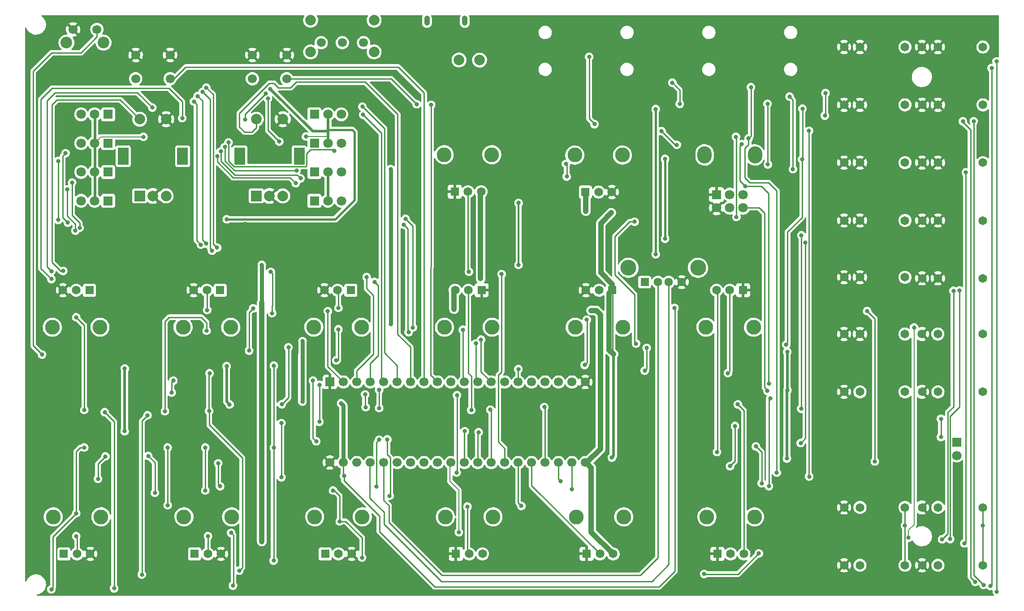
<source format=gbr>
%TF.GenerationSoftware,KiCad,Pcbnew,(6.0.10)*%
%TF.CreationDate,2023-02-06T20:53:37+00:00*%
%TF.ProjectId,fjol-desktop,666a6f6c-2d64-4657-936b-746f702e6b69,rev?*%
%TF.SameCoordinates,Original*%
%TF.FileFunction,Copper,L1,Top*%
%TF.FilePolarity,Positive*%
%FSLAX46Y46*%
G04 Gerber Fmt 4.6, Leading zero omitted, Abs format (unit mm)*
G04 Created by KiCad (PCBNEW (6.0.10)) date 2023-02-06 20:53:37*
%MOMM*%
%LPD*%
G01*
G04 APERTURE LIST*
%TA.AperFunction,ComponentPad*%
%ADD10C,1.650000*%
%TD*%
%TA.AperFunction,ComponentPad*%
%ADD11R,1.650000X1.650000*%
%TD*%
%TA.AperFunction,ComponentPad*%
%ADD12C,2.794000*%
%TD*%
%TA.AperFunction,ComponentPad*%
%ADD13R,1.800000X1.800000*%
%TD*%
%TA.AperFunction,ComponentPad*%
%ADD14C,1.800000*%
%TD*%
%TA.AperFunction,ComponentPad*%
%ADD15C,1.700000*%
%TD*%
%TA.AperFunction,ComponentPad*%
%ADD16O,2.720000X3.240000*%
%TD*%
%TA.AperFunction,ComponentPad*%
%ADD17R,2.000000X2.000000*%
%TD*%
%TA.AperFunction,ComponentPad*%
%ADD18C,2.000000*%
%TD*%
%TA.AperFunction,ComponentPad*%
%ADD19R,2.000000X3.200000*%
%TD*%
%TA.AperFunction,ComponentPad*%
%ADD20C,2.200000*%
%TD*%
%TA.AperFunction,ComponentPad*%
%ADD21R,1.600000X1.500000*%
%TD*%
%TA.AperFunction,ComponentPad*%
%ADD22C,1.600000*%
%TD*%
%TA.AperFunction,ComponentPad*%
%ADD23C,3.000000*%
%TD*%
%TA.AperFunction,ComponentPad*%
%ADD24O,1.050000X1.900000*%
%TD*%
%TA.AperFunction,ComponentPad*%
%ADD25R,1.700000X1.700000*%
%TD*%
%TA.AperFunction,ViaPad*%
%ADD26C,0.800000*%
%TD*%
%TA.AperFunction,Conductor*%
%ADD27C,0.254000*%
%TD*%
%TA.AperFunction,Conductor*%
%ADD28C,0.203200*%
%TD*%
%TA.AperFunction,Conductor*%
%ADD29C,0.250000*%
%TD*%
%TA.AperFunction,Conductor*%
%ADD30C,0.508000*%
%TD*%
%TA.AperFunction,Conductor*%
%ADD31C,1.000000*%
%TD*%
%TA.AperFunction,Conductor*%
%ADD32C,0.406400*%
%TD*%
%TA.AperFunction,Conductor*%
%ADD33C,0.304800*%
%TD*%
%TA.AperFunction,Conductor*%
%ADD34C,0.762000*%
%TD*%
G04 APERTURE END LIST*
D10*
%TO.P,CV-PM3,P$1_TIP,TIP*%
%TO.N,Net-(CV-PM3-PadP$1_TIP)*%
X266537251Y-49214876D03*
%TO.P,CV-PM3,P$2_SWITCH,SWITCH*%
%TO.N,GND*%
X258037251Y-49214876D03*
%TO.P,CV-PM3,P$3_SLEEVE,SLEEVE*%
X255037251Y-49214876D03*
%TD*%
%TO.P,CV-CTL2,P$1_TIP,TIP*%
%TO.N,Net-(CV-CTL2-PadP$1_TIP)*%
X266550000Y-82026360D03*
%TO.P,CV-CTL2,P$2_SWITCH,SWITCH*%
%TO.N,GND*%
X258050000Y-82026360D03*
%TO.P,CV-CTL2,P$3_SLEEVE,SLEEVE*%
X255050000Y-82026360D03*
%TD*%
%TO.P,mult1,P$1_TIP,TIP*%
%TO.N,Net-(mult1-PadP$1_TIP)*%
X251818000Y-136312840D03*
%TO.P,mult1,P$2_SWITCH,SWITCH*%
%TO.N,unconnected-(mult1-PadP$2_SWITCH)*%
X243318000Y-136312840D03*
%TO.P,mult1,P$3_SLEEVE,SLEEVE*%
%TO.N,GND*%
X240318000Y-136312840D03*
%TD*%
D11*
%TO.P,FILT-DEC1,1,1*%
%TO.N,-10V*%
X142294340Y-145088300D03*
D10*
%TO.P,FILT-DEC1,2,2*%
%TO.N,Net-(FILT-DEC1-Pad2)*%
X144794340Y-145088300D03*
%TO.P,FILT-DEC1,3,3*%
%TO.N,GND*%
X147294340Y-145088300D03*
D12*
%TO.P,FILT-DEC1,CHASSIS1*%
%TO.N,N/C*%
X140294340Y-138088300D03*
%TO.P,FILT-DEC1,CHASSIS2*%
X149294340Y-138088300D03*
%TD*%
D11*
%TO.P,PM3,1,1*%
%TO.N,-10V*%
X92900000Y-145088300D03*
D10*
%TO.P,PM3,2,2*%
%TO.N,Net-(PM3-Pad2)*%
X95400000Y-145088300D03*
%TO.P,PM3,3,3*%
%TO.N,GND*%
X97900000Y-145088300D03*
D12*
%TO.P,PM3,CHASSIS1*%
%TO.N,N/C*%
X90900000Y-138088300D03*
%TO.P,PM3,CHASSIS2*%
X99900000Y-138088300D03*
%TD*%
D10*
%TO.P,mult4,P$1_TIP,TIP*%
%TO.N,Net-(mult1-PadP$1_TIP)*%
X266550000Y-147250000D03*
%TO.P,mult4,P$2_SWITCH,SWITCH*%
%TO.N,unconnected-(mult4-PadP$2_SWITCH)*%
X258050000Y-147250000D03*
%TO.P,mult4,P$3_SLEEVE,SLEEVE*%
%TO.N,GND*%
X255050000Y-147250000D03*
%TD*%
%TO.P,pitch1,P$1_TIP,TIP*%
%TO.N,Net-(R56-Pad1)*%
X251818000Y-103501356D03*
%TO.P,pitch1,P$2_SWITCH,SWITCH*%
%TO.N,GND*%
X243318000Y-103501356D03*
%TO.P,pitch1,P$3_SLEEVE,SLEEVE*%
X240318000Y-103501356D03*
%TD*%
D13*
%TO.P,D11,1,K1*%
%TO.N,Net-(D11-Pad1)*%
X140243833Y-72850000D03*
D14*
%TO.P,D11,2,A*%
%TO.N,+3.3VP*%
X142783833Y-72850000D03*
%TO.P,D11,3,K2*%
%TO.N,Net-(D11-Pad3)*%
X145323833Y-72850000D03*
%TD*%
D13*
%TO.P,D9,1,K1*%
%TO.N,Net-(D9-Pad1)*%
X140243833Y-61950000D03*
D14*
%TO.P,D9,2,A*%
%TO.N,+3.3VP*%
X142783833Y-61950000D03*
%TO.P,D9,3,K2*%
%TO.N,Net-(D9-Pad3)*%
X145323833Y-61950000D03*
%TD*%
D13*
%TO.P,D10,1,K1*%
%TO.N,Net-(D10-Pad1)*%
X140243833Y-67400000D03*
D14*
%TO.P,D10,2,A*%
%TO.N,+3.3VP*%
X142783833Y-67400000D03*
%TO.P,D10,3,K2*%
%TO.N,Net-(D10-Pad3)*%
X145323833Y-67400000D03*
%TD*%
D11*
%TO.P,LFO-AMP1,1,1*%
%TO.N,GND*%
X216385852Y-145088300D03*
D10*
%TO.P,LFO-AMP1,2,2*%
%TO.N,Net-(LFO-AMP1-Pad2)*%
X218885852Y-145088300D03*
%TO.P,LFO-AMP1,3,3*%
%TO.N,Net-(LFO-AMP1-Pad3)*%
X221385852Y-145088300D03*
D12*
%TO.P,LFO-AMP1,CHASSIS1*%
%TO.N,N/C*%
X214385852Y-138088300D03*
%TO.P,LFO-AMP1,CHASSIS2*%
X223385852Y-138088300D03*
%TD*%
D15*
%TO.P,sw-sel1,1,A*%
%TO.N,switch1_sw*%
X112980033Y-55225000D03*
%TO.P,sw-sel1,2,A*%
X106480033Y-55225000D03*
%TO.P,sw-sel1,3,B*%
%TO.N,GND*%
X112980033Y-50725000D03*
%TO.P,sw-sel1,4,B*%
X106480033Y-50725000D03*
%TD*%
D10*
%TO.P,CV-CTL1,P$1_TIP,TIP*%
%TO.N,Net-(CV-CTL1-PadP$1_TIP)*%
X251818000Y-82026360D03*
%TO.P,CV-CTL1,P$2_SWITCH,SWITCH*%
%TO.N,GND*%
X243318000Y-82026360D03*
%TO.P,CV-CTL1,P$3_SLEEVE,SLEEVE*%
X240318000Y-82026360D03*
%TD*%
D16*
%TO.P,vol1,*%
%TO.N,*%
X213975000Y-69619000D03*
X223475000Y-69619000D03*
D13*
%TO.P,vol1,1,1*%
%TO.N,GND*%
X216225000Y-77119000D03*
D14*
%TO.P,vol1,2,2*%
%TO.N,Net-(C18-Pad1)*%
X218725000Y-77119000D03*
%TO.P,vol1,3,3*%
%TO.N,dac_right*%
X221225000Y-77119000D03*
%TO.P,vol1,4,4*%
%TO.N,GND*%
X216225000Y-79619000D03*
%TO.P,vol1,5,5*%
%TO.N,Net-(C14-Pad1)*%
X218725000Y-79619000D03*
%TO.P,vol1,6,6*%
%TO.N,dac_left*%
X221225000Y-79619000D03*
%TD*%
D11*
%TO.P,RELEASE1,1,1*%
%TO.N,-10V*%
X191447172Y-76650000D03*
D10*
%TO.P,RELEASE1,2,2*%
%TO.N,Net-(R25-Pad2)*%
X193947172Y-76650000D03*
%TO.P,RELEASE1,3,3*%
%TO.N,GND*%
X196447172Y-76650000D03*
D12*
%TO.P,RELEASE1,CHASSIS1*%
%TO.N,N/C*%
X189447172Y-69650000D03*
%TO.P,RELEASE1,CHASSIS2*%
X198447172Y-69650000D03*
%TD*%
D17*
%TO.P,SW4,A,A*%
%TO.N,Net-(C51-Pad2)*%
X129272566Y-77375000D03*
D18*
%TO.P,SW4,B,B*%
%TO.N,Net-(C52-Pad2)*%
X134272566Y-77375000D03*
%TO.P,SW4,C,C*%
%TO.N,GND*%
X131772566Y-77375000D03*
D19*
%TO.P,SW4,MP*%
%TO.N,N/C*%
X137372566Y-69875000D03*
X126172566Y-69875000D03*
D18*
%TO.P,SW4,S1,S1*%
%TO.N,GND*%
X134272566Y-62875000D03*
%TO.P,SW4,S2,S2*%
%TO.N,ctl2_sw*%
X129272566Y-62875000D03*
%TD*%
D13*
%TO.P,D12,1,K1*%
%TO.N,Net-(D12-Pad1)*%
X140243833Y-78300000D03*
D14*
%TO.P,D12,2,A*%
%TO.N,+3.3VP*%
X142783833Y-78300000D03*
%TO.P,D12,3,K2*%
%TO.N,Net-(D12-Pad3)*%
X145323833Y-78300000D03*
%TD*%
D11*
%TO.P,ATTACK2,1,1*%
%TO.N,GND*%
X171830658Y-95213300D03*
D10*
%TO.P,ATTACK2,2,2*%
%TO.N,ATTACK2*%
X169330658Y-95213300D03*
%TO.P,ATTACK2,3,3*%
%TO.N,+3.3VA*%
X166830658Y-95213300D03*
D12*
%TO.P,ATTACK2,CHASSIS1*%
%TO.N,N/C*%
X173830658Y-102213300D03*
%TO.P,ATTACK2,CHASSIS2*%
X164830658Y-102213300D03*
%TD*%
D18*
%TO.P,d+1,1,1*%
%TO.N,Net-(J1-Pad3)*%
X171450000Y-51689000D03*
%TD*%
D13*
%TO.P,D4,1,K*%
%TO.N,Net-(D4-Pad1)*%
X261620000Y-123937000D03*
D14*
%TO.P,D4,2,A*%
%TO.N,+5V*%
X261620000Y-126477000D03*
%TD*%
D10*
%TO.P,lfo-o1,P$1_TIP,TIP*%
%TO.N,Net-(R47-Pad1)*%
X266537251Y-103501356D03*
%TO.P,lfo-o1,P$2_SWITCH,SWITCH*%
%TO.N,unconnected-(lfo-o1-PadP$2_SWITCH)*%
X258037251Y-103501356D03*
%TO.P,lfo-o1,P$3_SLEEVE,SLEEVE*%
%TO.N,GND*%
X255037251Y-103501356D03*
%TD*%
%TO.P,gate-o1,P$1_TIP,TIP*%
%TO.N,Net-(R41-Pad1)*%
X266550000Y-114438520D03*
%TO.P,gate-o1,P$2_SWITCH,SWITCH*%
%TO.N,unconnected-(gate-o1-PadP$2_SWITCH)*%
X258050000Y-114438520D03*
%TO.P,gate-o1,P$3_SLEEVE,SLEEVE*%
%TO.N,GND*%
X255050000Y-114438520D03*
%TD*%
D11*
%TO.P,LFO-FREQ1,1,1*%
%TO.N,GND*%
X166991510Y-145088300D03*
D10*
%TO.P,LFO-FREQ1,2,2*%
%TO.N,LFO-FREQ*%
X169491510Y-145088300D03*
%TO.P,LFO-FREQ1,3,3*%
%TO.N,+3.3VA*%
X171991510Y-145088300D03*
D12*
%TO.P,LFO-FREQ1,CHASSIS1*%
%TO.N,N/C*%
X164991510Y-138088300D03*
%TO.P,LFO-FREQ1,CHASSIS2*%
X173991510Y-138088300D03*
%TD*%
D11*
%TO.P,LFO-WAVE1,1,1*%
%TO.N,GND*%
X191688680Y-145088300D03*
D10*
%TO.P,LFO-WAVE1,2,2*%
%TO.N,LFO-WAVE*%
X194188680Y-145088300D03*
%TO.P,LFO-WAVE1,3,3*%
%TO.N,+3.3VA*%
X196688680Y-145088300D03*
D12*
%TO.P,LFO-WAVE1,CHASSIS1*%
%TO.N,N/C*%
X189688680Y-138088300D03*
%TO.P,LFO-WAVE1,CHASSIS2*%
X198688680Y-138088300D03*
%TD*%
D10*
%TO.P,CV-FILTDEC1,P$1_TIP,TIP*%
%TO.N,Net-(CV-FILTDEC1-PadP$1_TIP)*%
X251818000Y-92763858D03*
%TO.P,CV-FILTDEC1,P$2_SWITCH,SWITCH*%
%TO.N,GND*%
X243318000Y-92763858D03*
%TO.P,CV-FILTDEC1,P$3_SLEEVE,SLEEVE*%
X240318000Y-92763858D03*
%TD*%
D18*
%TO.P,d-1,1,1*%
%TO.N,Net-(J1-Pad2)*%
X167563800Y-51663600D03*
%TD*%
D10*
%TO.P,mult3,P$1_TIP,TIP*%
%TO.N,Net-(mult1-PadP$1_TIP)*%
X251818000Y-147250000D03*
%TO.P,mult3,P$2_SWITCH,SWITCH*%
%TO.N,unconnected-(mult3-PadP$2_SWITCH)*%
X243318000Y-147250000D03*
%TO.P,mult3,P$3_SLEEVE,SLEEVE*%
%TO.N,GND*%
X240318000Y-147250000D03*
%TD*%
%TO.P,cv-cutoff1,P$1_TIP,TIP*%
%TO.N,Net-(R14-Pad2)*%
X266550000Y-92963520D03*
%TO.P,cv-cutoff1,P$2_SWITCH,SWITCH*%
%TO.N,GND*%
X258050000Y-92963520D03*
%TO.P,cv-cutoff1,P$3_SLEEVE,SLEEVE*%
X255050000Y-92963520D03*
%TD*%
%TO.P,CV-REL1,P$1_TIP,TIP*%
%TO.N,Net-(CV-REL1-PadP$1_TIP)*%
X251818000Y-71089200D03*
%TO.P,CV-REL1,P$2_SWITCH,SWITCH*%
%TO.N,GND*%
X243318000Y-71089200D03*
%TO.P,CV-REL1,P$3_SLEEVE,SLEEVE*%
X240318000Y-71089200D03*
%TD*%
D13*
%TO.P,D7,1,K1*%
%TO.N,Net-(D7-Pad1)*%
X101258766Y-72850000D03*
D14*
%TO.P,D7,2,A*%
%TO.N,+3.3VP*%
X98718766Y-72850000D03*
%TO.P,D7,3,K2*%
%TO.N,Net-(D7-Pad3)*%
X96178766Y-72850000D03*
%TD*%
D10*
%TO.P,env2-o1,P$1_TIP,TIP*%
%TO.N,Net-(R48-Pad1)*%
X251818000Y-114438520D03*
%TO.P,env2-o1,P$2_SWITCH,SWITCH*%
%TO.N,unconnected-(env2-o1-PadP$2_SWITCH)*%
X243318000Y-114438520D03*
%TO.P,env2-o1,P$3_SLEEVE,SLEEVE*%
%TO.N,GND*%
X240318000Y-114438520D03*
%TD*%
D11*
%TO.P,RATIO2,1,1*%
%TO.N,-10V*%
X122436318Y-95213300D03*
D10*
%TO.P,RATIO2,2,2*%
%TO.N,Net-(R28-Pad2)*%
X119936318Y-95213300D03*
%TO.P,RATIO2,3,3*%
%TO.N,GND*%
X117436318Y-95213300D03*
D12*
%TO.P,RATIO2,CHASSIS1*%
%TO.N,N/C*%
X124436318Y-102213300D03*
%TO.P,RATIO2,CHASSIS2*%
X115436318Y-102213300D03*
%TD*%
D13*
%TO.P,D5,1,K1*%
%TO.N,Net-(D5-Pad1)*%
X101258766Y-61950000D03*
D14*
%TO.P,D5,2,A*%
%TO.N,+3.3VP*%
X98718766Y-61950000D03*
%TO.P,D5,3,K2*%
%TO.N,Net-(D5-Pad3)*%
X96178766Y-61950000D03*
%TD*%
D11*
%TO.P,RELEASE2,1,1*%
%TO.N,-10V*%
X196527828Y-95213300D03*
D10*
%TO.P,RELEASE2,2,2*%
%TO.N,Net-(R23-Pad2)*%
X194027828Y-95213300D03*
%TO.P,RELEASE2,3,3*%
%TO.N,GND*%
X191527828Y-95213300D03*
D12*
%TO.P,RELEASE2,CHASSIS1*%
%TO.N,N/C*%
X198527828Y-102213300D03*
%TO.P,RELEASE2,CHASSIS2*%
X189527828Y-102213300D03*
%TD*%
D10*
%TO.P,mult2,P$1_TIP,TIP*%
%TO.N,Net-(mult1-PadP$1_TIP)*%
X266550000Y-136312840D03*
%TO.P,mult2,P$2_SWITCH,SWITCH*%
%TO.N,unconnected-(mult2-PadP$2_SWITCH)*%
X258050000Y-136312840D03*
%TO.P,mult2,P$3_SLEEVE,SLEEVE*%
%TO.N,GND*%
X255050000Y-136312840D03*
%TD*%
%TO.P,CV-PM2,P$1_TIP,TIP*%
%TO.N,Net-(CV-PM2-PadP$1_TIP)*%
X251818000Y-49214876D03*
%TO.P,CV-PM2,P$2_SWITCH,SWITCH*%
%TO.N,GND*%
X243318000Y-49214876D03*
%TO.P,CV-PM2,P$3_SLEEVE,SLEEVE*%
X240318000Y-49214876D03*
%TD*%
D11*
%TO.P,CUTOFF1,1,1*%
%TO.N,-10V*%
X147133488Y-95213300D03*
D10*
%TO.P,CUTOFF1,2,2*%
%TO.N,Net-(CUTOFF1-Pad2)*%
X144633488Y-95213300D03*
%TO.P,CUTOFF1,3,3*%
%TO.N,GND*%
X142133488Y-95213300D03*
D12*
%TO.P,CUTOFF1,CHASSIS1*%
%TO.N,N/C*%
X149133488Y-102213300D03*
%TO.P,CUTOFF1,CHASSIS2*%
X140133488Y-102213300D03*
%TD*%
D11*
%TO.P,RATIO3,1,1*%
%TO.N,-10V*%
X117597170Y-145088300D03*
D10*
%TO.P,RATIO3,2,2*%
%TO.N,Net-(R17-Pad2)*%
X120097170Y-145088300D03*
%TO.P,RATIO3,3,3*%
%TO.N,GND*%
X122597170Y-145088300D03*
D12*
%TO.P,RATIO3,CHASSIS1*%
%TO.N,N/C*%
X115597170Y-138088300D03*
%TO.P,RATIO3,CHASSIS2*%
X124597170Y-138088300D03*
%TD*%
D10*
%TO.P,CV-REL2,P$1_TIP,TIP*%
%TO.N,Net-(CV-REL2-PadP$1_TIP)*%
X266550000Y-71089200D03*
%TO.P,CV-REL2,P$2_SWITCH,SWITCH*%
%TO.N,GND*%
X258050000Y-71089200D03*
%TO.P,CV-REL2,P$3_SLEEVE,SLEEVE*%
X255050000Y-71089200D03*
%TD*%
D15*
%TO.P,sw-sel2,1,A*%
%TO.N,switch2_sw*%
X135022566Y-55225000D03*
%TO.P,sw-sel2,2,A*%
X128522566Y-55225000D03*
%TO.P,sw-sel2,3,B*%
%TO.N,GND*%
X135022566Y-50725000D03*
%TO.P,sw-sel2,4,B*%
X128522566Y-50725000D03*
%TD*%
D10*
%TO.P,CV-RAT2,P$1_TIP,TIP*%
%TO.N,Net-(CV-RAT2-PadP$1_TIP)*%
X251818000Y-60152040D03*
%TO.P,CV-RAT2,P$2_SWITCH,SWITCH*%
%TO.N,GND*%
X243318000Y-60152040D03*
%TO.P,CV-RAT2,P$3_SLEEVE,SLEEVE*%
X240318000Y-60152040D03*
%TD*%
D11*
%TO.P,ENV2-AMP1,1,1*%
%TO.N,GND*%
X221225000Y-95213300D03*
D10*
%TO.P,ENV2-AMP1,2,2*%
%TO.N,Net-(ENV2-AMP1-Pad2)*%
X218725000Y-95213300D03*
%TO.P,ENV2-AMP1,3,3*%
%TO.N,Net-(ENV2-AMP1-Pad3)*%
X216225000Y-95213300D03*
D12*
%TO.P,ENV2-AMP1,CHASSIS1*%
%TO.N,N/C*%
X223225000Y-102213300D03*
%TO.P,ENV2-AMP1,CHASSIS2*%
X214225000Y-102213300D03*
%TD*%
D11*
%TO.P,PM2,1,1*%
%TO.N,-10V*%
X97739148Y-95213300D03*
D10*
%TO.P,PM2,2,2*%
%TO.N,Net-(PM2-Pad2)*%
X95239148Y-95213300D03*
%TO.P,PM2,3,3*%
%TO.N,GND*%
X92739148Y-95213300D03*
D12*
%TO.P,PM2,CHASSIS1*%
%TO.N,N/C*%
X99739148Y-102213300D03*
%TO.P,PM2,CHASSIS2*%
X90739148Y-102213300D03*
%TD*%
D10*
%TO.P,CV-RAT3,P$1_TIP,TIP*%
%TO.N,Net-(CV-RAT3-PadP$1_TIP)*%
X266550000Y-60152040D03*
%TO.P,CV-RAT3,P$2_SWITCH,SWITCH*%
%TO.N,GND*%
X258050000Y-60152040D03*
%TO.P,CV-RAT3,P$3_SLEEVE,SLEEVE*%
X255050000Y-60152040D03*
%TD*%
D13*
%TO.P,D8,1,K1*%
%TO.N,Net-(D8-Pad1)*%
X101258766Y-78300000D03*
D14*
%TO.P,D8,2,A*%
%TO.N,+3.3VP*%
X98718766Y-78300000D03*
%TO.P,D8,3,K2*%
%TO.N,Net-(D8-Pad3)*%
X96178766Y-78300000D03*
%TD*%
D17*
%TO.P,SW3,A,A*%
%TO.N,Net-(C39-Pad2)*%
X107230033Y-77375000D03*
D18*
%TO.P,SW3,B,B*%
%TO.N,Net-(C43-Pad2)*%
X112230033Y-77375000D03*
%TO.P,SW3,C,C*%
%TO.N,GND*%
X109730033Y-77375000D03*
D19*
%TO.P,SW3,MP*%
%TO.N,N/C*%
X104130033Y-69875000D03*
X115330033Y-69875000D03*
D18*
%TO.P,SW3,S1,S1*%
%TO.N,GND*%
X112230033Y-62875000D03*
%TO.P,SW3,S2,S2*%
%TO.N,ctl1_sw*%
X107230033Y-62875000D03*
%TD*%
D11*
%TO.P,ATTACK1,1,1*%
%TO.N,GND*%
X166750000Y-76586500D03*
D10*
%TO.P,ATTACK1,2,2*%
%TO.N,ATTACK1*%
X169250000Y-76586500D03*
%TO.P,ATTACK1,3,3*%
%TO.N,+3.3VA*%
X171750000Y-76586500D03*
D12*
%TO.P,ATTACK1,CHASSIS1*%
%TO.N,N/C*%
X164750000Y-69586500D03*
%TO.P,ATTACK1,CHASSIS2*%
X173750000Y-69586500D03*
%TD*%
D13*
%TO.P,D6,1,K1*%
%TO.N,Net-(D6-Pad1)*%
X101258766Y-67400000D03*
D14*
%TO.P,D6,2,A*%
%TO.N,+3.3VP*%
X98718766Y-67400000D03*
%TO.P,D6,3,K2*%
%TO.N,Net-(D6-Pad3)*%
X96178766Y-67400000D03*
%TD*%
D20*
%TO.P,sw-midi1,*%
%TO.N,*%
X93401000Y-48383000D03*
X100401000Y-48383000D03*
D15*
%TO.P,sw-midi1,1,1*%
%TO.N,midi_sw*%
X99151000Y-45883000D03*
%TO.P,sw-midi1,2,2*%
%TO.N,GND*%
X94651000Y-45883000D03*
%TD*%
D21*
%TO.P,X1,1,1*%
%TO.N,+5V*%
X202646400Y-93675800D03*
D22*
%TO.P,X1,2,2*%
%TO.N,D-*%
X205146400Y-93675800D03*
%TO.P,X1,3,3*%
%TO.N,D+*%
X207146400Y-93675800D03*
%TO.P,X1,4,4*%
%TO.N,GND*%
X209646400Y-93675800D03*
D23*
%TO.P,X1,5*%
%TO.N,N/C*%
X199576400Y-90965800D03*
X212716400Y-90965800D03*
%TD*%
D24*
%TO.P,J1,6*%
%TO.N,N/C*%
X161499600Y-44240600D03*
X168649600Y-44240600D03*
%TD*%
D18*
%TO.P,SW1,*%
%TO.N,*%
X151528800Y-50137000D03*
X139528800Y-50137000D03*
X151528800Y-44137000D03*
X139528800Y-44137000D03*
D15*
%TO.P,SW1,1,A*%
%TO.N,Net-(L3-Pad1)*%
X141528800Y-48387000D03*
%TO.P,SW1,2,B*%
%TO.N,+5V*%
X145528800Y-48387000D03*
%TO.P,SW1,3*%
%TO.N,N/C*%
X149528800Y-48387000D03*
%TD*%
D25*
%TO.P,A1,1,USB_HS_ID*%
%TO.N,GND*%
X143180000Y-112582500D03*
D15*
%TO.P,A1,2,SDMMC1_D3*%
%TO.N,midi_sw*%
X145720000Y-112582500D03*
%TO.P,A1,3,SDMMC1_D2*%
%TO.N,ctl1_enc_A*%
X148260000Y-112582500D03*
%TO.P,A1,4,SDMMC1_D1*%
%TO.N,ctl1_enc_B*%
X150800000Y-112582500D03*
%TO.P,A1,5,SDMMC1_D0*%
%TO.N,ctl2_enc_B*%
X153340000Y-112582500D03*
%TO.P,A1,6,SDMMC1_CMD*%
%TO.N,ctl2_enc_A*%
X155880000Y-112582500D03*
%TO.P,A1,7,SDMMC1_CK*%
%TO.N,ctl2_sw*%
X158420000Y-112582500D03*
%TO.P,A1,8,SPI1_NSS*%
%TO.N,switch1_sw*%
X160960000Y-112582500D03*
%TO.P,A1,9,SPI1_SCK*%
%TO.N,switch2_sw*%
X163500000Y-112582500D03*
%TO.P,A1,10,SPI1_MISO*%
%TO.N,GATE*%
X166040000Y-112582500D03*
%TO.P,A1,11,SPI1_MOSI*%
%TO.N,ctl1_sw*%
X168580000Y-112582500D03*
%TO.P,A1,12,I2C1_SCL*%
%TO.N,SCL*%
X171120000Y-112582500D03*
%TO.P,A1,13,I2C1_SDA*%
%TO.N,SDA*%
X173660000Y-112582500D03*
%TO.P,A1,14,USART1_TX*%
%TO.N,unconnected-(A1-Pad14)*%
X176200000Y-112582500D03*
%TO.P,A1,15,USART1_RX*%
%TO.N,MIDI-RX*%
X178740000Y-112582500D03*
%TO.P,A1,16,AUDIO_IN_L*%
%TO.N,unconnected-(A1-Pad16)*%
X181280000Y-112582500D03*
%TO.P,A1,17,AUDIO_IN_R*%
%TO.N,unconnected-(A1-Pad17)*%
X183820000Y-112582500D03*
%TO.P,A1,18,AUDIO_OUT_L*%
%TO.N,dac_left*%
X186360000Y-112582500D03*
%TO.P,A1,19,AUDIO_OUT_R*%
%TO.N,dac_right*%
X188900000Y-112582500D03*
%TO.P,A1,20,AGND*%
%TO.N,GND*%
X191440000Y-112582500D03*
%TO.P,A1,21,3V3_A*%
%TO.N,+3.3VA*%
X191440000Y-127822500D03*
%TO.P,A1,22,ADC_INP10*%
%TO.N,CONTROL1_CV*%
X188900000Y-127822500D03*
%TO.P,A1,23,ADC_INP15*%
%TO.N,CONTROL2_CV*%
X186360000Y-127822500D03*
%TO.P,A1,24,ADC_INP5*%
%TO.N,controls*%
X183820000Y-127822500D03*
%TO.P,A1,25,ADC_INP7*%
%TO.N,LFO-WAVE*%
X181280000Y-127822500D03*
%TO.P,A1,26,ADC_INP3*%
%TO.N,LFO-FREQ*%
X178740000Y-127822500D03*
%TO.P,A1,27,ADC_INP11*%
%TO.N,ATTACK1*%
X176200000Y-127822500D03*
%TO.P,A1,28,ADC1_INP4*%
%TO.N,ATTACK2*%
X173660000Y-127822500D03*
%TO.P,A1,29,DAC1_OUT2*%
%TO.N,dac1*%
X171120000Y-127822500D03*
%TO.P,A1,30,DAC1_OUT1*%
%TO.N,dac2*%
X168580000Y-127822500D03*
%TO.P,A1,31,SAI2_MCLK_B*%
%TO.N,voct*%
X166040000Y-127822500D03*
%TO.P,A1,32,SAI2_SD_B*%
%TO.N,unconnected-(A1-Pad32)*%
X163500000Y-127822500D03*
%TO.P,A1,33,SAI2_SD_A*%
%TO.N,C*%
X160960000Y-127822500D03*
%TO.P,A1,34,SAI2_FS_B*%
%TO.N,B*%
X158420000Y-127822500D03*
%TO.P,A1,35,SAI2_SCK_B*%
%TO.N,A*%
X155880000Y-127822500D03*
%TO.P,A1,36,USB_HS_D_-*%
%TO.N,D-*%
X153340000Y-127822500D03*
%TO.P,A1,37,USB_HS_D_+*%
%TO.N,D+*%
X150800000Y-127822500D03*
%TO.P,A1,38,3V3_D*%
%TO.N,+3.3V*%
X148260000Y-127822500D03*
%TO.P,A1,39,VIN*%
%TO.N,+5V*%
X145720000Y-127822500D03*
%TO.P,A1,40,GND*%
%TO.N,GND*%
X143180000Y-127822500D03*
%TD*%
D26*
%TO.N,GND*%
X132765800Y-79578200D03*
X115637800Y-83394420D03*
X164388800Y-119684800D03*
X164896800Y-110439200D03*
X209727800Y-116789200D03*
X115312800Y-55849420D03*
X209296000Y-122275600D03*
X224637600Y-58623200D03*
X116787800Y-80869420D03*
X163423600Y-115087400D03*
X127152400Y-82677000D03*
X128016000Y-58267600D03*
X250088400Y-103581200D03*
X126288800Y-110566200D03*
X219354400Y-119278400D03*
X159867600Y-110490000D03*
X210362800Y-61544200D03*
X125120400Y-118846600D03*
X250469400Y-101168200D03*
%TO.N,+3.3V*%
X222275400Y-66497200D03*
X222707200Y-56819800D03*
X167182800Y-115087400D03*
X227609400Y-129717800D03*
X167119300Y-129705100D03*
%TO.N,voct*%
X253542800Y-102260400D03*
X167538400Y-140995400D03*
X252501400Y-142036800D03*
%TO.N,dac2*%
X168656000Y-121894600D03*
%TO.N,dac1*%
X171272200Y-122072400D03*
%TO.N,controls*%
X183692800Y-117322600D03*
%TO.N,CONTROL2_CV*%
X223660650Y-124751150D03*
X224764600Y-131724400D03*
X186791600Y-131368800D03*
%TO.N,CONTROL1_CV*%
X188874400Y-132892800D03*
X226110800Y-132283200D03*
X226382900Y-115653500D03*
%TO.N,+3.3VA*%
X219710000Y-120904000D03*
X244678200Y-99161600D03*
X104419400Y-110032800D03*
X166624000Y-98806000D03*
X192532000Y-99060000D03*
X171645275Y-93026511D03*
X123647200Y-109575600D03*
X104394000Y-121894600D03*
X218770200Y-128498600D03*
X246126000Y-127609600D03*
X124231400Y-116840000D03*
%TO.N,dac_right*%
X226136200Y-112852200D03*
X208711800Y-67716400D03*
X221005400Y-67589400D03*
X221615000Y-75514200D03*
X205841600Y-65125600D03*
%TO.N,dac_left*%
X219989400Y-81356200D03*
X219887800Y-66192400D03*
X225831400Y-114274600D03*
%TO.N,MIDI-RX*%
X232460800Y-60883800D03*
X203022200Y-106121200D03*
X232384600Y-70434200D03*
X202641200Y-110439200D03*
X178765200Y-110134400D03*
X229387400Y-105486200D03*
%TO.N,SDA*%
X171735509Y-104574561D03*
X157480000Y-81711800D03*
X158851600Y-102260400D03*
%TO.N,SCL*%
X158038800Y-103149400D03*
X170738800Y-105283000D03*
X157124400Y-82804000D03*
%TO.N,ctl1_sw*%
X132003800Y-91744800D03*
X132257800Y-99568000D03*
X168300400Y-102692200D03*
X92786200Y-91567000D03*
%TO.N,switch2_sw*%
X159562800Y-60045600D03*
X162306000Y-60147200D03*
%TO.N,ctl2_enc_A*%
X131064000Y-58039000D03*
X149313900Y-60490100D03*
X127127000Y-62915800D03*
%TO.N,ctl2_enc_B*%
X149453600Y-62026800D03*
X131470400Y-58978800D03*
X133604000Y-67106800D03*
%TO.N,ctl1_enc_B*%
X115265200Y-62661800D03*
X151587200Y-93624400D03*
X90551000Y-93091000D03*
%TO.N,ctl1_enc_A*%
X150114000Y-92735400D03*
X90551000Y-91592400D03*
X109626400Y-60680600D03*
%TO.N,midi_sw*%
X88798400Y-107391200D03*
X128676400Y-98653600D03*
X142773400Y-99187000D03*
X127914400Y-106654600D03*
%TO.N,+12V*%
X204724000Y-60960000D03*
X178816000Y-90424000D03*
X204724000Y-88417400D03*
X178816000Y-78714600D03*
%TO.N,-12V*%
X206502000Y-70358000D03*
X206502000Y-85471000D03*
%TO.N,Net-(C8-Pad2)*%
X232994200Y-86233000D03*
X232105200Y-124129800D03*
%TO.N,Net-(C9-Pad2)*%
X232257600Y-84836000D03*
X232206800Y-117627400D03*
%TO.N,+3.3VP*%
X131940300Y-57137300D03*
X123680980Y-81805020D03*
X107954281Y-66213519D03*
X138658600Y-66141600D03*
%TO.N,Net-(C31-Pad1)*%
X192151000Y-51079400D03*
X193167000Y-63804800D03*
%TO.N,Net-(C32-Pad2)*%
X262154668Y-95270466D03*
X132537200Y-146354800D03*
X144373600Y-108483400D03*
X132588000Y-124968000D03*
X132588000Y-109474000D03*
X260350000Y-142290800D03*
X144780000Y-102616000D03*
%TO.N,CONTROL3*%
X122428000Y-132308600D03*
X152476200Y-123494800D03*
X151942800Y-132359400D03*
X122072400Y-127965200D03*
%TO.N,Net-(C33-Pad2)*%
X258826000Y-142341600D03*
X143764000Y-133096000D03*
X119634000Y-133096000D03*
X149250400Y-145796000D03*
X260985000Y-95326200D03*
X119634000Y-124968000D03*
X145034000Y-138938000D03*
%TO.N,PM2*%
X141173200Y-120116600D03*
X141224000Y-113106200D03*
%TO.N,RATIO2*%
X113284000Y-114579400D03*
X139979400Y-112318800D03*
X140589000Y-123799600D03*
X113588800Y-112318800D03*
%TO.N,Net-(C35-Pad2)*%
X124510800Y-141097000D03*
X266674600Y-150952200D03*
X264820400Y-63271400D03*
X124866400Y-151104600D03*
X112522000Y-124968000D03*
X112522000Y-135890000D03*
%TO.N,PM3*%
X100769200Y-126651800D03*
X99364800Y-130886200D03*
X134010400Y-120370600D03*
X134010400Y-130606800D03*
%TO.N,Net-(C38-Pad2)*%
X263042400Y-143103600D03*
X213893400Y-148894800D03*
X224205800Y-145008600D03*
X191693800Y-100812600D03*
X126034800Y-148259800D03*
X120370600Y-118084600D03*
X120446800Y-110921800D03*
X263321800Y-72923400D03*
X191312800Y-109347000D03*
%TO.N,RELEASE1*%
X149809200Y-114935000D03*
X149936200Y-117348000D03*
%TO.N,Net-(C40-Pad2)*%
X200736200Y-82270600D03*
X134086600Y-116789200D03*
X135331200Y-106019600D03*
X201015600Y-105308400D03*
%TO.N,RATIO3*%
X154025600Y-123444000D03*
X154457400Y-134112000D03*
X110109000Y-133527800D03*
X108859300Y-126573300D03*
%TO.N,Net-(C41-Pad2)*%
X100633050Y-118289550D03*
X96774000Y-117856000D03*
X102412800Y-151612600D03*
X95250000Y-100330000D03*
X268198600Y-53187600D03*
X267944600Y-151155400D03*
%TO.N,RELEASE2*%
X152476200Y-114046000D03*
X152476200Y-117500400D03*
%TO.N,Net-(C42-Pad2)*%
X262763000Y-63271400D03*
X265099800Y-150393400D03*
X119888000Y-102870000D03*
X108712000Y-118872000D03*
X107645200Y-148996400D03*
X112014000Y-118110000D03*
%TO.N,Net-(CUTOFF1-Pad2)*%
X144780000Y-98552000D03*
%TO.N,-10V*%
X229514400Y-127050800D03*
X191516000Y-80264000D03*
X130302000Y-97536000D03*
X130302000Y-106807000D03*
X196342000Y-80568800D03*
X229616000Y-114147600D03*
X196748400Y-107315000D03*
X196443600Y-126873000D03*
X229565200Y-106857800D03*
X130302000Y-90424000D03*
X130302000Y-142748000D03*
%TO.N,Net-(D3-Pad1)*%
X225856800Y-59969400D03*
X207873600Y-55956200D03*
X225907600Y-71424800D03*
X209270600Y-59969400D03*
%TO.N,MIDI-RX5*%
X230657400Y-72313800D03*
X230022400Y-58597800D03*
%TO.N,Net-(ENV2-AMP1-Pad2)*%
X218363800Y-110896400D03*
%TO.N,MIDI-THRU*%
X236804200Y-57937400D03*
X236677200Y-62204600D03*
%TO.N,+5V*%
X233680000Y-65074800D03*
X137998200Y-104851200D03*
X208280000Y-98577400D03*
X145288000Y-116586000D03*
X233730800Y-130454400D03*
X137972800Y-116281200D03*
X154686000Y-101625400D03*
X145846800Y-130352800D03*
X154686000Y-72313800D03*
%TO.N,Net-(ENV2-AMP1-Pad3)*%
X216306400Y-125831600D03*
%TO.N,Net-(C34-Pad2)*%
X269163800Y-152222200D03*
X90551000Y-151790400D03*
X95250000Y-137414000D03*
X96774000Y-124968000D03*
X269113000Y-51943000D03*
%TO.N,Net-(mult1-PadP$1_TIP)*%
X251818000Y-139727800D03*
X266550000Y-139753200D03*
%TO.N,Net-(PM3-Pad2)*%
X95250000Y-141732000D03*
%TO.N,Net-(Q1-Pad2)*%
X258622800Y-122986800D03*
X258622800Y-119532400D03*
%TO.N,Net-(LFO-AMP1-Pad3)*%
X220243400Y-116814600D03*
%TO.N,Net-(R17-Pad2)*%
X120142000Y-141732000D03*
%TO.N,Net-(R28-Pad2)*%
X119989600Y-98958400D03*
%TO.N,led1_g*%
X119831400Y-56915600D03*
X121866400Y-87172220D03*
%TO.N,led1_r*%
X119124362Y-57715600D03*
X120901200Y-87731020D03*
%TO.N,led2_g*%
X119783600Y-86410220D03*
X118174362Y-58515600D03*
%TO.N,led2_r*%
X117474362Y-59515600D03*
X118818400Y-86613420D03*
%TO.N,led3_g*%
X91874362Y-70765600D03*
X91824362Y-81915600D03*
%TO.N,led3_r*%
X93662800Y-82444420D03*
X93224362Y-69315600D03*
%TO.N,led4_g*%
X95087800Y-83944420D03*
X93524362Y-76165600D03*
%TO.N,led4_r*%
X94474362Y-74865600D03*
X95887800Y-83394420D03*
%TO.N,led7_g*%
X124024362Y-67265600D03*
X144018000Y-68859400D03*
%TO.N,led7_r*%
X123324362Y-68115600D03*
X136874362Y-72615600D03*
%TO.N,led8_g*%
X122574362Y-68965600D03*
X137624362Y-74065600D03*
%TO.N,led8_r*%
X136724362Y-74965600D03*
X121874362Y-69915600D03*
%TO.N,ATTACK1*%
X169443400Y-91719400D03*
X175615600Y-92176600D03*
%TO.N,ATTACK2*%
X169877062Y-117879538D03*
X173482000Y-117805200D03*
%TO.N,Net-(R49-Pad2)*%
X187756800Y-71323200D03*
X187909200Y-73710800D03*
%TO.N,LFO-FREQ*%
X179349400Y-136017000D03*
X169164000Y-136144000D03*
%TD*%
D27*
%TO.N,GND*%
X116787800Y-82869420D02*
X116787800Y-80869420D01*
X116262800Y-83394420D02*
X116787800Y-82869420D01*
X115637800Y-83394420D02*
X116262800Y-83394420D01*
%TO.N,+3.3V*%
X221538800Y-73075800D02*
X221538800Y-73939400D01*
X221538800Y-68376800D02*
X221538800Y-73075800D01*
X222707200Y-56819800D02*
X222707200Y-66065400D01*
X221538800Y-73939400D02*
X222224600Y-74625200D01*
X167182800Y-129641600D02*
X167119300Y-129705100D01*
X222275400Y-66497200D02*
X222275400Y-67640200D01*
X222478600Y-74879200D02*
X226085400Y-74879200D01*
X167182800Y-115087400D02*
X167182800Y-129641600D01*
X222224600Y-74625200D02*
X222478600Y-74879200D01*
X221792800Y-68122800D02*
X221538800Y-68376800D01*
X222275400Y-67640200D02*
X221792800Y-68122800D01*
X227609400Y-76403200D02*
X227609400Y-129717800D01*
X226085400Y-74879200D02*
X227609400Y-76403200D01*
X222707200Y-66065400D02*
X222275400Y-66497200D01*
%TO.N,D+*%
X164211000Y-150266400D02*
X153390600Y-139446000D01*
X150723600Y-127898900D02*
X150800000Y-127822500D01*
X153390600Y-137210800D02*
X150723600Y-134543800D01*
X207146400Y-147132800D02*
X204012800Y-150266400D01*
X153390600Y-139446000D02*
X153390600Y-137210800D01*
X150723600Y-134543800D02*
X150723600Y-127898900D01*
X204012800Y-150266400D02*
X164211000Y-150266400D01*
X207146400Y-93675800D02*
X207146400Y-147132800D01*
%TO.N,D-*%
X164287200Y-149123400D02*
X154330400Y-139166600D01*
X201828400Y-149123400D02*
X164287200Y-149123400D01*
X153340000Y-134950400D02*
X153340000Y-127822500D01*
X205146400Y-93675800D02*
X205146400Y-145805400D01*
X205146400Y-145805400D02*
X201828400Y-149123400D01*
X154330400Y-135940800D02*
X153340000Y-134950400D01*
X154330400Y-139166600D02*
X154330400Y-135940800D01*
D28*
%TO.N,voct*%
X165811200Y-128051300D02*
X166040000Y-127822500D01*
X252501400Y-142036800D02*
X252501400Y-140589000D01*
X167538400Y-140995400D02*
X167538400Y-133045200D01*
X253542800Y-139547600D02*
X253542800Y-102260400D01*
X167538400Y-133045200D02*
X165811200Y-131318000D01*
X252501400Y-140589000D02*
X253542800Y-139547600D01*
X165811200Y-131318000D02*
X165811200Y-128051300D01*
D27*
%TO.N,dac2*%
X168656000Y-121894600D02*
X168580000Y-121970600D01*
X168580000Y-121970600D02*
X168580000Y-127822500D01*
%TO.N,dac1*%
X171120000Y-127822500D02*
X171120000Y-122224600D01*
X171120000Y-122224600D02*
X171272200Y-122072400D01*
D29*
%TO.N,controls*%
X183820000Y-117449800D02*
X183820000Y-127822500D01*
X183692800Y-117322600D02*
X183820000Y-117449800D01*
D27*
%TO.N,CONTROL2_CV*%
X186360000Y-130937200D02*
X186791600Y-131368800D01*
X224764600Y-125855100D02*
X223660650Y-124751150D01*
X186360000Y-127822500D02*
X186360000Y-130937200D01*
X224764600Y-131724400D02*
X224764600Y-125855100D01*
%TO.N,CONTROL1_CV*%
X226110800Y-132283200D02*
X226110800Y-115925600D01*
X188900000Y-127822500D02*
X188900000Y-132867200D01*
X226110800Y-115925600D02*
X226382900Y-115653500D01*
X188900000Y-132867200D02*
X188874400Y-132892800D01*
%TO.N,+3.3VA*%
X219710000Y-120904000D02*
X219710000Y-127558800D01*
D30*
X104368600Y-111785400D02*
X104368600Y-121869200D01*
D31*
X166624000Y-98806000D02*
X166624000Y-95419958D01*
D30*
X104368600Y-111785400D02*
X104368600Y-110083600D01*
D27*
X246126000Y-127609600D02*
X246126000Y-100609400D01*
D30*
X123647200Y-109575600D02*
X123647200Y-116255800D01*
D27*
X246126000Y-100609400D02*
X244678200Y-99161600D01*
D31*
X193548000Y-99060000D02*
X192532000Y-99060000D01*
X192532000Y-128778000D02*
X191576500Y-127822500D01*
X191709500Y-127822500D02*
X194310000Y-125222000D01*
X196650300Y-145088300D02*
X192532000Y-140970000D01*
X191576500Y-127822500D02*
X191440000Y-127822500D01*
X171645275Y-76691225D02*
X171750000Y-76586500D01*
D27*
X219710000Y-127558800D02*
X218770200Y-128498600D01*
D31*
X194310000Y-125222000D02*
X194310000Y-99822000D01*
D30*
X104368600Y-110083600D02*
X104419400Y-110032800D01*
D31*
X194310000Y-99822000D02*
X193548000Y-99060000D01*
X196688680Y-145088300D02*
X196650300Y-145088300D01*
D30*
X104368600Y-121869200D02*
X104394000Y-121894600D01*
X123647200Y-116255800D02*
X124231400Y-116840000D01*
D31*
X192532000Y-140970000D02*
X192532000Y-128778000D01*
X171645275Y-93026511D02*
X171645275Y-76691225D01*
X191440000Y-127822500D02*
X191709500Y-127822500D01*
X166624000Y-95419958D02*
X166830658Y-95213300D01*
D29*
%TO.N,dac_right*%
X220624400Y-74523600D02*
X221615000Y-75514200D01*
X208432400Y-67716400D02*
X205841600Y-65125600D01*
X208711800Y-67716400D02*
X208432400Y-67716400D01*
X226136200Y-112852200D02*
X226034600Y-112750600D01*
X224688400Y-75514200D02*
X221615000Y-75514200D01*
X221005400Y-67589400D02*
X220624400Y-67970400D01*
X226034600Y-112750600D02*
X226034600Y-76860400D01*
X226034600Y-76860400D02*
X224688400Y-75514200D01*
X220624400Y-67970400D02*
X220624400Y-74523600D01*
%TO.N,dac_left*%
X219989400Y-66294000D02*
X219887800Y-66192400D01*
X225272600Y-113588800D02*
X225272600Y-80619600D01*
X225831400Y-114274600D02*
X225831400Y-114147600D01*
X219989400Y-81356200D02*
X219989400Y-66294000D01*
X225272600Y-80619600D02*
X224272000Y-79619000D01*
X225831400Y-114147600D02*
X225272600Y-113588800D01*
X224272000Y-79619000D02*
X221225000Y-79619000D01*
%TO.N,MIDI-RX*%
X229641400Y-105232200D02*
X229641400Y-84175600D01*
X229641400Y-84175600D02*
X232384600Y-81432400D01*
X232460800Y-60883800D02*
X232460800Y-70358000D01*
X232460800Y-70358000D02*
X232384600Y-70434200D01*
X229387400Y-105486200D02*
X229641400Y-105232200D01*
X203022200Y-106121200D02*
X203022200Y-110058200D01*
X178740000Y-110159600D02*
X178740000Y-112582500D01*
X178765200Y-110134400D02*
X178740000Y-110159600D01*
X232384600Y-81432400D02*
X232384600Y-70434200D01*
X203022200Y-110058200D02*
X202641200Y-110439200D01*
D27*
%TO.N,SDA*%
X173660000Y-112582500D02*
X171735509Y-110658009D01*
X158851600Y-102260400D02*
X158851600Y-83083400D01*
X158851600Y-83083400D02*
X157480000Y-81711800D01*
X171735509Y-110658009D02*
X171735509Y-104574561D01*
%TO.N,SCL*%
X170738800Y-105283000D02*
X170738800Y-112201300D01*
X157911800Y-102463600D02*
X157911800Y-103022400D01*
X170738800Y-112201300D02*
X171120000Y-112582500D01*
X157124400Y-82804000D02*
X157911800Y-83591400D01*
X157911800Y-103022400D02*
X158038800Y-103149400D01*
X157911800Y-83591400D02*
X157911800Y-102463600D01*
%TO.N,ctl1_sw*%
X132283200Y-92024200D02*
X132003800Y-91744800D01*
X92684600Y-91516200D02*
X92735400Y-91567000D01*
X168300400Y-102692200D02*
X168300400Y-112302900D01*
X90627200Y-60172600D02*
X90627200Y-89916000D01*
X103562433Y-59207400D02*
X91592400Y-59207400D01*
X90627200Y-89916000D02*
X92354400Y-91643200D01*
X92557600Y-91643200D02*
X92684600Y-91516200D01*
X132283200Y-98120200D02*
X132283200Y-92024200D01*
X92354400Y-91643200D02*
X92557600Y-91643200D01*
X132257800Y-99568000D02*
X132257800Y-98145600D01*
X132257800Y-98145600D02*
X132283200Y-98120200D01*
X107230033Y-62875000D02*
X103562433Y-59207400D01*
X91592400Y-59207400D02*
X90627200Y-60172600D01*
X168300400Y-112302900D02*
X168580000Y-112582500D01*
X92735400Y-91567000D02*
X92786200Y-91567000D01*
%TO.N,switch2_sw*%
X162179000Y-111261500D02*
X163500000Y-112582500D01*
X162179000Y-90881200D02*
X162179000Y-111261500D01*
X135022566Y-55225000D02*
X154742200Y-55225000D01*
X154742200Y-55225000D02*
X159562800Y-60045600D01*
X162306000Y-90754200D02*
X162179000Y-90881200D01*
X162306000Y-60147200D02*
X162306000Y-90754200D01*
%TO.N,switch1_sw*%
X156083000Y-53009800D02*
X160960000Y-57886800D01*
X113710400Y-55225000D02*
X115925600Y-53009800D01*
X115925600Y-53009800D02*
X156083000Y-53009800D01*
X160960000Y-57886800D02*
X160960000Y-112582500D01*
X112980033Y-55225000D02*
X113710400Y-55225000D01*
%TO.N,ctl2_sw*%
X128422400Y-65303400D02*
X129272566Y-64453234D01*
X158420000Y-105969000D02*
X155981400Y-103530400D01*
X129272566Y-64453234D02*
X129272566Y-62875000D01*
X155981400Y-61950600D02*
X149885400Y-55854600D01*
X126085600Y-61722000D02*
X126085600Y-64338200D01*
X127050800Y-65303400D02*
X128422400Y-65303400D01*
X149885400Y-55854600D02*
X136779000Y-55854600D01*
X136779000Y-55854600D02*
X135712200Y-56921400D01*
X131724400Y-56083200D02*
X126085600Y-61722000D01*
X135712200Y-56921400D02*
X133451600Y-56921400D01*
X126085600Y-64338200D02*
X127050800Y-65303400D01*
X133451600Y-56921400D02*
X132613400Y-56083200D01*
X132613400Y-56083200D02*
X131724400Y-56083200D01*
X155981400Y-103530400D02*
X155981400Y-61950600D01*
X158420000Y-112582500D02*
X158420000Y-105969000D01*
%TO.N,ctl2_enc_A*%
X130327400Y-58750200D02*
X131038600Y-58039000D01*
X131038600Y-58039000D02*
X131064000Y-58039000D01*
X153466800Y-107061000D02*
X155880000Y-109474200D01*
X149313900Y-60490100D02*
X153466800Y-64643000D01*
X127127000Y-61950600D02*
X130327400Y-58750200D01*
X153466800Y-64643000D02*
X153466800Y-107061000D01*
X127127000Y-62915800D02*
X127127000Y-61950600D01*
X155880000Y-109474200D02*
X155880000Y-112582500D01*
%TO.N,ctl2_enc_B*%
X133604000Y-67106800D02*
X131470400Y-64973200D01*
X152882600Y-65455800D02*
X152882600Y-112125100D01*
X152882600Y-112125100D02*
X153340000Y-112582500D01*
X149453600Y-62026800D02*
X152882600Y-65455800D01*
X131470400Y-64973200D02*
X131470400Y-58978800D01*
%TO.N,ctl1_enc_B*%
X150800000Y-109067400D02*
X150800000Y-112582500D01*
X152323800Y-107543600D02*
X150800000Y-109067400D01*
X88544400Y-59105800D02*
X88544400Y-91084400D01*
X151587200Y-93624400D02*
X152323800Y-94361000D01*
X115265200Y-62661800D02*
X115265200Y-59512200D01*
X88544400Y-91084400D02*
X90551000Y-93091000D01*
X152323800Y-94361000D02*
X152323800Y-107543600D01*
X115265200Y-59512200D02*
X112750600Y-56997600D01*
X112750600Y-56997600D02*
X90652600Y-56997600D01*
X90652600Y-56997600D02*
X88544400Y-59105800D01*
%TO.N,ctl1_enc_A*%
X89712800Y-59385200D02*
X89712800Y-90754200D01*
X150114000Y-94869000D02*
X151409400Y-96164400D01*
X106756200Y-57810400D02*
X91287600Y-57810400D01*
X150114000Y-92735400D02*
X150114000Y-94869000D01*
X148260000Y-110413600D02*
X148260000Y-112582500D01*
X91287600Y-57810400D02*
X89712800Y-59385200D01*
X89712800Y-90754200D02*
X90551000Y-91592400D01*
X109626400Y-60680600D02*
X106756200Y-57810400D01*
X151409400Y-107264200D02*
X148260000Y-110413600D01*
X151409400Y-96164400D02*
X151409400Y-107264200D01*
%TO.N,midi_sw*%
X142773400Y-99187000D02*
X142773400Y-109635900D01*
X99151000Y-47305400D02*
X99151000Y-45883000D01*
X88798400Y-107391200D02*
X87122000Y-105714800D01*
X90576400Y-50317400D02*
X96139000Y-50317400D01*
X127914400Y-99415600D02*
X128676400Y-98653600D01*
X87122000Y-105714800D02*
X87122000Y-53771800D01*
X96139000Y-50317400D02*
X99151000Y-47305400D01*
X127914400Y-106654600D02*
X127914400Y-99415600D01*
X142773400Y-109635900D02*
X145720000Y-112582500D01*
X87122000Y-53771800D02*
X90576400Y-50317400D01*
D32*
%TO.N,+12V*%
X204724000Y-88417400D02*
X204724000Y-60960000D01*
D33*
X178816000Y-78714600D02*
X178816000Y-90424000D01*
D32*
%TO.N,-12V*%
X206502000Y-70358000D02*
X206502000Y-85471000D01*
D27*
%TO.N,Net-(C8-Pad2)*%
X232994200Y-86233000D02*
X232994200Y-123240800D01*
X232994200Y-123240800D02*
X232105200Y-124129800D01*
%TO.N,Net-(C9-Pad2)*%
X232257600Y-117576600D02*
X232206800Y-117627400D01*
X232257600Y-84836000D02*
X232257600Y-117576600D01*
D30*
%TO.N,+3.3VP*%
X139932105Y-65129105D02*
X142820695Y-65129105D01*
X142820695Y-67190600D02*
X142820695Y-66214295D01*
D32*
X147777200Y-78206600D02*
X147777200Y-65283250D01*
X123680980Y-81805020D02*
X144178780Y-81805020D01*
D30*
X98755628Y-67190600D02*
X98755628Y-65636592D01*
D28*
X99905247Y-66213519D02*
X98718766Y-67400000D01*
D30*
X142820695Y-66214295D02*
X142820695Y-65129105D01*
X98755628Y-78090600D02*
X98755628Y-72640600D01*
D28*
X142748000Y-66141600D02*
X142820695Y-66214295D01*
D32*
X147777200Y-65283250D02*
X147355475Y-64861525D01*
D30*
X142820695Y-65129105D02*
X142820695Y-64861525D01*
D28*
X107954281Y-66213519D02*
X99905247Y-66213519D01*
D30*
X98755628Y-65636592D02*
X98755628Y-61740600D01*
X98755628Y-72640600D02*
X98755628Y-67190600D01*
D32*
X144178780Y-81805020D02*
X147777200Y-78206600D01*
X147355475Y-64861525D02*
X142820695Y-64861525D01*
D30*
X131940300Y-57137300D02*
X139932105Y-65129105D01*
D28*
X138658600Y-66141600D02*
X142748000Y-66141600D01*
D30*
X142820695Y-78090600D02*
X142820695Y-72640600D01*
X142820695Y-64861525D02*
X142820695Y-61740600D01*
D27*
%TO.N,Net-(C31-Pad1)*%
X192151000Y-62788800D02*
X192151000Y-51079400D01*
X193167000Y-63804800D02*
X192151000Y-62788800D01*
%TO.N,Net-(C32-Pad2)*%
X132537200Y-125018800D02*
X132588000Y-124968000D01*
D29*
X144373600Y-108483400D02*
X144754600Y-108483400D01*
X144754600Y-108483400D02*
X144780000Y-108458000D01*
X132588000Y-109474000D02*
X132588000Y-124968000D01*
D27*
X132537200Y-146354800D02*
X132537200Y-125018800D01*
X262154668Y-117270532D02*
X260350000Y-119075200D01*
D29*
X144780000Y-108458000D02*
X144780000Y-102616000D01*
D27*
X262154668Y-95270466D02*
X262154668Y-117270532D01*
X260350000Y-119075200D02*
X260350000Y-142290800D01*
D29*
%TO.N,CONTROL3*%
X151942800Y-124028200D02*
X152476200Y-123494800D01*
X122097800Y-132308600D02*
X122428000Y-132308600D01*
X122072400Y-132283200D02*
X122097800Y-132308600D01*
X151942800Y-132359400D02*
X151942800Y-124028200D01*
X122072400Y-127965200D02*
X122072400Y-132283200D01*
D27*
%TO.N,Net-(C33-Pad2)*%
X260985000Y-117246400D02*
X259918200Y-118313200D01*
D29*
X144018000Y-133096000D02*
X143764000Y-133096000D01*
X145034000Y-134112000D02*
X144018000Y-133096000D01*
D27*
X260985000Y-95326200D02*
X260985000Y-117246400D01*
X259918200Y-118313200D02*
X259918200Y-141249400D01*
X149250400Y-142036800D02*
X146151600Y-138938000D01*
X146151600Y-138938000D02*
X145034000Y-138938000D01*
D29*
X145034000Y-138938000D02*
X145034000Y-134112000D01*
D27*
X259918200Y-141249400D02*
X258826000Y-142341600D01*
X149250400Y-145796000D02*
X149250400Y-142036800D01*
D29*
X119634000Y-133096000D02*
X119634000Y-124968000D01*
%TO.N,PM2*%
X141224000Y-120065800D02*
X141173200Y-120116600D01*
X141224000Y-113106200D02*
X141224000Y-120065800D01*
%TO.N,RATIO2*%
X113284000Y-112522000D02*
X113487200Y-112318800D01*
X113284000Y-114579400D02*
X113284000Y-112522000D01*
X139979400Y-112318800D02*
X139979400Y-123190000D01*
X139979400Y-123190000D02*
X140589000Y-123799600D01*
X113487200Y-112318800D02*
X113588800Y-112318800D01*
D27*
%TO.N,Net-(C35-Pad2)*%
X266674600Y-150952200D02*
X264820400Y-149098000D01*
X124968000Y-141554200D02*
X124510800Y-141097000D01*
X124968000Y-151003000D02*
X124968000Y-141554200D01*
X124866400Y-151104600D02*
X124968000Y-151003000D01*
X264820400Y-149098000D02*
X264820400Y-63271400D01*
D29*
X112522000Y-135890000D02*
X112522000Y-124968000D01*
D27*
%TO.N,PM3*%
X99364800Y-130886200D02*
X99364800Y-128056200D01*
X134010400Y-130606800D02*
X134010400Y-120370600D01*
X99364800Y-128056200D02*
X100769200Y-126651800D01*
%TO.N,Net-(C38-Pad2)*%
X120370600Y-120700800D02*
X120370600Y-118084600D01*
D29*
X191770000Y-100888800D02*
X191693800Y-100812600D01*
D27*
X263321800Y-72923400D02*
X263321800Y-142798800D01*
X126619000Y-126949200D02*
X120370600Y-120700800D01*
X213918800Y-148920200D02*
X213893400Y-148894800D01*
X224180400Y-145008600D02*
X220268800Y-148920200D01*
X126619000Y-147675600D02*
X126619000Y-126949200D01*
X220268800Y-148920200D02*
X213918800Y-148920200D01*
D29*
X191770000Y-108889800D02*
X191770000Y-100888800D01*
D27*
X224205800Y-145008600D02*
X224180400Y-145008600D01*
D29*
X120446800Y-110921800D02*
X120319800Y-111048800D01*
D27*
X126034800Y-148259800D02*
X126619000Y-147675600D01*
X263017000Y-143103600D02*
X263042400Y-143103600D01*
D29*
X120319800Y-111048800D02*
X120319800Y-118033800D01*
D27*
X263321800Y-142798800D02*
X263017000Y-143103600D01*
D29*
X191312800Y-109347000D02*
X191770000Y-108889800D01*
X120319800Y-118033800D02*
X120370600Y-118084600D01*
%TO.N,RELEASE1*%
X149809200Y-116560600D02*
X149809200Y-117221000D01*
X149809200Y-114935000D02*
X149809200Y-116560600D01*
X149809200Y-117221000D02*
X149936200Y-117348000D01*
D27*
%TO.N,Net-(C40-Pad2)*%
X135331200Y-115544600D02*
X134086600Y-116789200D01*
X200736200Y-105029000D02*
X200736200Y-96037400D01*
X199821800Y-82270600D02*
X200736200Y-82270600D01*
X197027800Y-92278200D02*
X197027800Y-85064600D01*
X201015600Y-105308400D02*
X200736200Y-105029000D01*
X200177400Y-95427800D02*
X197027800Y-92278200D01*
X200177400Y-95478600D02*
X200177400Y-95427800D01*
X135331200Y-106019600D02*
X135331200Y-115544600D01*
X197027800Y-85064600D02*
X199821800Y-82270600D01*
X200736200Y-96037400D02*
X200177400Y-95478600D01*
%TO.N,RATIO3*%
X154025600Y-126288800D02*
X154025600Y-123444000D01*
X154559000Y-134010400D02*
X154559000Y-126822200D01*
X154559000Y-126822200D02*
X154025600Y-126288800D01*
X110109000Y-133527800D02*
X110109000Y-127823000D01*
X154457400Y-134112000D02*
X154559000Y-134010400D01*
X110109000Y-127823000D02*
X108859300Y-126573300D01*
%TO.N,Net-(C41-Pad2)*%
X102412800Y-151612600D02*
X102412800Y-120069300D01*
D29*
X96774000Y-101854000D02*
X95250000Y-100330000D01*
D27*
X268071600Y-151079200D02*
X267995400Y-151155400D01*
X268198600Y-150952200D02*
X268071600Y-151079200D01*
D29*
X96774000Y-117856000D02*
X96774000Y-101854000D01*
D27*
X102412800Y-120069300D02*
X100633050Y-118289550D01*
X268198600Y-53187600D02*
X268198600Y-150952200D01*
X267995400Y-151155400D02*
X267944600Y-151155400D01*
D29*
%TO.N,RELEASE2*%
X152476200Y-114046000D02*
X152476200Y-117500400D01*
D27*
%TO.N,Net-(C42-Pad2)*%
X264210800Y-64897000D02*
X262763000Y-63449200D01*
D29*
X112014000Y-118110000D02*
X112014000Y-101092000D01*
D27*
X262763000Y-63449200D02*
X262763000Y-63271400D01*
D29*
X112014000Y-101092000D02*
X112776000Y-100330000D01*
D27*
X265099800Y-150393400D02*
X264210800Y-149504400D01*
X107645200Y-119938800D02*
X108712000Y-118872000D01*
X264210800Y-149504400D02*
X264210800Y-64897000D01*
X107645200Y-148996400D02*
X107645200Y-119938800D01*
D29*
X118872000Y-100330000D02*
X119888000Y-101346000D01*
X112776000Y-100330000D02*
X118872000Y-100330000D01*
X119888000Y-101346000D02*
X119888000Y-102870000D01*
%TO.N,Net-(CUTOFF1-Pad2)*%
X144780000Y-98552000D02*
X144780000Y-95359812D01*
X144780000Y-95359812D02*
X144633488Y-95213300D01*
D30*
%TO.N,-10V*%
X229616000Y-114147600D02*
X229565200Y-114096800D01*
D31*
X194360800Y-91922600D02*
X196527828Y-94089628D01*
D30*
X196748400Y-107315000D02*
X196748400Y-126568200D01*
D31*
X130302000Y-97536000D02*
X130302000Y-106807000D01*
D29*
X196545200Y-94107000D02*
X196527828Y-94089628D01*
X196545200Y-126771400D02*
X196545200Y-94107000D01*
D31*
X191516000Y-80264000D02*
X191516000Y-76718828D01*
D34*
X130302000Y-97536000D02*
X130302000Y-90424000D01*
D29*
X196443600Y-126873000D02*
X196545200Y-126771400D01*
D31*
X196342000Y-80568800D02*
X194360800Y-82550000D01*
D30*
X196748400Y-126568200D02*
X196443600Y-126873000D01*
D31*
X195935600Y-95805528D02*
X195935600Y-106502200D01*
X191516000Y-76718828D02*
X191447172Y-76650000D01*
X196527828Y-95213300D02*
X195935600Y-95805528D01*
X130302000Y-106807000D02*
X130302000Y-142748000D01*
X196527828Y-94089628D02*
X196527828Y-95213300D01*
X195935600Y-106502200D02*
X196748400Y-107315000D01*
D30*
X229514400Y-127050800D02*
X229514400Y-114249200D01*
D31*
X194360800Y-82550000D02*
X194360800Y-91922600D01*
D30*
X229565200Y-114096800D02*
X229565200Y-106857800D01*
X229514400Y-114249200D02*
X229616000Y-114147600D01*
D29*
%TO.N,Net-(D3-Pad1)*%
X225856800Y-59969400D02*
X225856800Y-71374000D01*
X209270600Y-59969400D02*
X209270600Y-57353200D01*
X209270600Y-57353200D02*
X207873600Y-55956200D01*
X225856800Y-71374000D02*
X225907600Y-71424800D01*
%TO.N,MIDI-RX5*%
X230657400Y-59232800D02*
X230022400Y-58597800D01*
X230657400Y-72313800D02*
X230657400Y-59232800D01*
D27*
%TO.N,Net-(ENV2-AMP1-Pad2)*%
X218725000Y-95213300D02*
X218725000Y-110535200D01*
X218725000Y-110535200D02*
X218363800Y-110896400D01*
D29*
%TO.N,MIDI-THRU*%
X236804200Y-57937400D02*
X236804200Y-62077600D01*
X236804200Y-62077600D02*
X236677200Y-62204600D01*
%TO.N,+5V*%
X145720000Y-130226000D02*
X145720000Y-127822500D01*
X145846800Y-130352800D02*
X145720000Y-130226000D01*
D34*
X137998200Y-107365800D02*
X137972800Y-107391200D01*
D29*
X233680000Y-65074800D02*
X233680000Y-130403600D01*
D27*
X208330800Y-98628200D02*
X208280000Y-98577400D01*
X208330800Y-98653600D02*
X208330800Y-98628200D01*
X208330800Y-148361400D02*
X208330800Y-98653600D01*
X162966400Y-151307800D02*
X205384400Y-151307800D01*
D34*
X137998200Y-104851200D02*
X137998200Y-107365800D01*
D27*
X152527000Y-140868400D02*
X162966400Y-151307800D01*
D34*
X145720000Y-127822500D02*
X145720000Y-117018000D01*
X154686000Y-101625400D02*
X154686000Y-72313800D01*
D29*
X233680000Y-130403600D02*
X233730800Y-130454400D01*
D34*
X145720000Y-117018000D02*
X145288000Y-116586000D01*
D27*
X152527000Y-137972800D02*
X152527000Y-140868400D01*
X145846800Y-130352800D02*
X145846800Y-131292600D01*
X145846800Y-131292600D02*
X152527000Y-137972800D01*
D34*
X137972800Y-107391200D02*
X137972800Y-116281200D01*
D27*
X205384400Y-151307800D02*
X208330800Y-148361400D01*
D29*
%TO.N,Net-(ENV2-AMP1-Pad3)*%
X216357200Y-125780800D02*
X216306400Y-125831600D01*
X216357200Y-108204000D02*
X216357200Y-125780800D01*
X216225000Y-95213300D02*
X216357200Y-95345500D01*
X216357200Y-95345500D02*
X216357200Y-108204000D01*
%TO.N,Net-(C34-Pad2)*%
X95250000Y-125730000D02*
X96012000Y-124968000D01*
X96012000Y-124968000D02*
X96774000Y-124968000D01*
D27*
X269113000Y-51943000D02*
X269113000Y-152171400D01*
X90855800Y-151485600D02*
X90855800Y-141808200D01*
X90855800Y-141808200D02*
X95250000Y-137414000D01*
D29*
X95250000Y-137414000D02*
X95250000Y-125730000D01*
D27*
X90551000Y-151790400D02*
X90855800Y-151485600D01*
X269113000Y-152171400D02*
X269163800Y-152222200D01*
%TO.N,Net-(mult1-PadP$1_TIP)*%
X266550000Y-147250000D02*
X266550000Y-139753200D01*
X266550000Y-139753200D02*
X266550000Y-136312840D01*
X251818000Y-136312840D02*
X251818000Y-147250000D01*
D29*
%TO.N,Net-(PM3-Pad2)*%
X95400000Y-141882000D02*
X95250000Y-141732000D01*
X95400000Y-145088300D02*
X95400000Y-141882000D01*
%TO.N,Net-(Q1-Pad2)*%
X258622800Y-122986800D02*
X258622800Y-119532400D01*
%TO.N,Net-(LFO-AMP1-Pad3)*%
X220243400Y-116814600D02*
X221385852Y-117957052D01*
X221385852Y-117957052D02*
X221385852Y-145088300D01*
%TO.N,Net-(R17-Pad2)*%
X120097170Y-141776830D02*
X120142000Y-141732000D01*
X120097170Y-145088300D02*
X120097170Y-141776830D01*
%TO.N,Net-(R28-Pad2)*%
X119936318Y-98905118D02*
X119936318Y-95213300D01*
X119989600Y-98958400D02*
X119936318Y-98905118D01*
%TO.N,led1_g*%
X119831400Y-56915600D02*
X121124362Y-58208562D01*
X121124362Y-58208562D02*
X121124362Y-86430182D01*
X121124362Y-86430182D02*
X121866400Y-87172220D01*
%TO.N,led1_r*%
X120901200Y-87731020D02*
X120527162Y-87356982D01*
X120527162Y-59118400D02*
X119124362Y-57715600D01*
X120527162Y-87356982D02*
X120527162Y-59118400D01*
%TO.N,led2_g*%
X119074362Y-59415600D02*
X118174362Y-58515600D01*
X119074362Y-85700982D02*
X119074362Y-59415600D01*
X119783600Y-86410220D02*
X119074362Y-85700982D01*
%TO.N,led2_r*%
X117974362Y-85769382D02*
X117974362Y-60015600D01*
X117974362Y-60015600D02*
X117474362Y-59515600D01*
X118818400Y-86613420D02*
X117974362Y-85769382D01*
%TO.N,led3_g*%
X91824362Y-70815600D02*
X91824362Y-81365600D01*
X91874362Y-70765600D02*
X91824362Y-70815600D01*
X91824362Y-81365600D02*
X91824362Y-81915600D01*
%TO.N,led3_r*%
X93662800Y-82444420D02*
X92674362Y-81455982D01*
X92674362Y-69865600D02*
X93224362Y-69315600D01*
X92674362Y-81455982D02*
X92674362Y-69865600D01*
%TO.N,led4_g*%
X93524362Y-81155982D02*
X93524362Y-76165600D01*
X95087800Y-82719420D02*
X93524362Y-81155982D01*
X95087800Y-83944420D02*
X95087800Y-82719420D01*
%TO.N,led4_r*%
X95887800Y-82475340D02*
X94474362Y-81061902D01*
X94474362Y-81061902D02*
X94474362Y-74865600D01*
X95887800Y-83394420D02*
X95887800Y-82475340D01*
%TO.N,led7_g*%
X139524362Y-68615600D02*
X138774362Y-69365600D01*
X143774200Y-68615600D02*
X139524362Y-68615600D01*
X125024362Y-71815600D02*
X124024362Y-70815600D01*
X138774362Y-69365600D02*
X138774362Y-71615600D01*
X124024362Y-70815600D02*
X124024362Y-67265600D01*
X144018000Y-68859400D02*
X143774200Y-68615600D01*
X138774362Y-71615600D02*
X138574362Y-71815600D01*
X138574362Y-71815600D02*
X125024362Y-71815600D01*
%TO.N,led7_r*%
X123324362Y-70765600D02*
X123324362Y-68115600D01*
X136874362Y-72615600D02*
X125174362Y-72615600D01*
X125174362Y-72615600D02*
X123324362Y-70765600D01*
%TO.N,led8_g*%
X125210362Y-73401600D02*
X122574362Y-70765600D01*
X137624362Y-74065600D02*
X136960362Y-73401600D01*
X122574362Y-70765600D02*
X122574362Y-68965600D01*
X136960362Y-73401600D02*
X125210362Y-73401600D01*
%TO.N,led8_r*%
X124868362Y-73909600D02*
X121874362Y-70915600D01*
X135668362Y-73909600D02*
X124868362Y-73909600D01*
X121874362Y-70915600D02*
X121874362Y-69915600D01*
X136724362Y-74965600D02*
X135668362Y-73909600D01*
%TO.N,ATTACK1*%
X169250000Y-91526000D02*
X169443400Y-91719400D01*
X175615600Y-110667800D02*
X175006000Y-111277400D01*
X169250000Y-76586500D02*
X169250000Y-91526000D01*
X175615600Y-92176600D02*
X175615600Y-110667800D01*
X175006000Y-123926600D02*
X176200000Y-125120600D01*
X176200000Y-125120600D02*
X176200000Y-127822500D01*
X175006000Y-111277400D02*
X175006000Y-123926600D01*
%TO.N,ATTACK2*%
X169877062Y-111457062D02*
X169330658Y-110910658D01*
X173482000Y-117805200D02*
X173660000Y-117983200D01*
X173660000Y-117983200D02*
X173660000Y-127822500D01*
X169330658Y-110910658D02*
X169330658Y-95213300D01*
X169877062Y-117879538D02*
X169877062Y-111457062D01*
D27*
%TO.N,Net-(R49-Pad2)*%
X187909200Y-73710800D02*
X187909200Y-71475600D01*
X187909200Y-71475600D02*
X187756800Y-71323200D01*
D29*
%TO.N,LFO-FREQ*%
X169164000Y-136144000D02*
X169164000Y-144760790D01*
X169164000Y-144760790D02*
X169491510Y-145088300D01*
X179349400Y-136017000D02*
X178740000Y-135407600D01*
X178740000Y-135407600D02*
X178740000Y-127822500D01*
%TO.N,LFO-WAVE*%
X194188680Y-145088300D02*
X181280000Y-132179620D01*
X181280000Y-132179620D02*
X181280000Y-127822500D01*
%TD*%
%TA.AperFunction,Conductor*%
%TO.N,GND*%
G36*
X138318957Y-43184102D02*
G01*
X138365450Y-43237758D01*
X138375554Y-43308032D01*
X138354925Y-43361101D01*
X138301315Y-43439691D01*
X138271827Y-43503218D01*
X138217257Y-43620780D01*
X138203909Y-43649535D01*
X138142083Y-43872470D01*
X138117499Y-44102509D01*
X138117796Y-44107661D01*
X138117796Y-44107665D01*
X138123271Y-44202610D01*
X138130817Y-44333474D01*
X138131954Y-44338520D01*
X138131955Y-44338526D01*
X138157040Y-44449836D01*
X138181678Y-44559162D01*
X138183620Y-44563944D01*
X138183621Y-44563948D01*
X138250049Y-44727540D01*
X138268717Y-44773514D01*
X138389596Y-44970771D01*
X138541070Y-45145637D01*
X138719070Y-45293415D01*
X138723522Y-45296017D01*
X138723527Y-45296020D01*
X138851544Y-45370827D01*
X138918815Y-45410137D01*
X139134942Y-45492668D01*
X139140008Y-45493699D01*
X139140009Y-45493699D01*
X139224940Y-45510978D01*
X139361647Y-45538791D01*
X139497295Y-45543765D01*
X139587677Y-45547080D01*
X139587681Y-45547080D01*
X139592840Y-45547269D01*
X139597961Y-45546613D01*
X139817194Y-45518528D01*
X139817195Y-45518528D01*
X139822314Y-45517872D01*
X140043905Y-45451392D01*
X140251662Y-45349613D01*
X140281196Y-45328547D01*
X140435804Y-45218266D01*
X140440007Y-45215268D01*
X140603880Y-45051965D01*
X140665388Y-44966368D01*
X140735864Y-44868292D01*
X140735868Y-44868286D01*
X140738882Y-44864091D01*
X140841386Y-44656690D01*
X140870599Y-44560540D01*
X140907136Y-44440284D01*
X140907137Y-44440278D01*
X140908640Y-44435332D01*
X140924703Y-44313322D01*
X140938400Y-44209283D01*
X140938400Y-44209279D01*
X140938837Y-44205962D01*
X140940522Y-44137000D01*
X140921566Y-43906429D01*
X140865206Y-43682050D01*
X140772955Y-43469890D01*
X140700920Y-43358540D01*
X140680713Y-43290479D01*
X140700509Y-43222299D01*
X140754025Y-43175645D01*
X140806712Y-43164100D01*
X150250836Y-43164100D01*
X150318957Y-43184102D01*
X150365450Y-43237758D01*
X150375554Y-43308032D01*
X150354925Y-43361101D01*
X150301315Y-43439691D01*
X150271827Y-43503218D01*
X150217257Y-43620780D01*
X150203909Y-43649535D01*
X150142083Y-43872470D01*
X150117499Y-44102509D01*
X150117796Y-44107661D01*
X150117796Y-44107665D01*
X150123271Y-44202610D01*
X150130817Y-44333474D01*
X150131954Y-44338520D01*
X150131955Y-44338526D01*
X150157040Y-44449836D01*
X150181678Y-44559162D01*
X150183620Y-44563944D01*
X150183621Y-44563948D01*
X150250049Y-44727540D01*
X150268717Y-44773514D01*
X150389596Y-44970771D01*
X150541070Y-45145637D01*
X150719070Y-45293415D01*
X150723522Y-45296017D01*
X150723527Y-45296020D01*
X150851544Y-45370827D01*
X150918815Y-45410137D01*
X151134942Y-45492668D01*
X151140008Y-45493699D01*
X151140009Y-45493699D01*
X151224940Y-45510978D01*
X151361647Y-45538791D01*
X151497295Y-45543765D01*
X151587677Y-45547080D01*
X151587681Y-45547080D01*
X151592840Y-45547269D01*
X151597961Y-45546613D01*
X151817194Y-45518528D01*
X151817195Y-45518528D01*
X151822314Y-45517872D01*
X152043905Y-45451392D01*
X152251662Y-45349613D01*
X152281196Y-45328547D01*
X152435804Y-45218266D01*
X152440007Y-45215268D01*
X152603880Y-45051965D01*
X152665388Y-44966368D01*
X152735864Y-44868292D01*
X152735868Y-44868286D01*
X152738882Y-44864091D01*
X152841386Y-44656690D01*
X152870599Y-44560540D01*
X152907136Y-44440284D01*
X152907137Y-44440278D01*
X152908640Y-44435332D01*
X152924703Y-44313322D01*
X152938400Y-44209283D01*
X152938400Y-44209279D01*
X152938837Y-44205962D01*
X152940522Y-44137000D01*
X152921566Y-43906429D01*
X152865206Y-43682050D01*
X152772955Y-43469890D01*
X152700920Y-43358540D01*
X152680713Y-43290479D01*
X152700509Y-43222299D01*
X152754025Y-43175645D01*
X152806712Y-43164100D01*
X160581440Y-43164100D01*
X160649561Y-43184102D01*
X160696054Y-43237758D01*
X160706158Y-43308032D01*
X160690559Y-43353100D01*
X160643578Y-43434474D01*
X160583043Y-43620780D01*
X160567700Y-43766762D01*
X160567700Y-44714438D01*
X160583043Y-44860420D01*
X160643578Y-45046726D01*
X160646881Y-45052448D01*
X160646882Y-45052449D01*
X160700684Y-45145637D01*
X160741524Y-45216374D01*
X160745942Y-45221281D01*
X160745943Y-45221282D01*
X160861494Y-45349613D01*
X160872603Y-45361951D01*
X160877942Y-45365830D01*
X160991821Y-45448568D01*
X161031083Y-45477094D01*
X161037111Y-45479778D01*
X161037113Y-45479779D01*
X161188699Y-45547269D01*
X161210041Y-45556771D01*
X161305847Y-45577136D01*
X161395196Y-45596128D01*
X161395201Y-45596128D01*
X161401653Y-45597500D01*
X161597547Y-45597500D01*
X161603999Y-45596128D01*
X161604004Y-45596128D01*
X161693353Y-45577136D01*
X161789159Y-45556771D01*
X161810501Y-45547269D01*
X161962086Y-45479779D01*
X161962088Y-45479778D01*
X161968116Y-45477094D01*
X161999505Y-45454289D01*
X162121258Y-45365830D01*
X162126597Y-45361951D01*
X162137707Y-45349613D01*
X162253257Y-45221282D01*
X162253258Y-45221281D01*
X162257676Y-45216374D01*
X162298516Y-45145637D01*
X162352318Y-45052449D01*
X162352319Y-45052448D01*
X162355622Y-45046726D01*
X162416157Y-44860420D01*
X162431500Y-44714438D01*
X162431500Y-43766762D01*
X162416157Y-43620780D01*
X162355622Y-43434474D01*
X162308641Y-43353100D01*
X162291903Y-43284104D01*
X162315124Y-43217013D01*
X162370931Y-43173126D01*
X162417760Y-43164100D01*
X167731440Y-43164100D01*
X167799561Y-43184102D01*
X167846054Y-43237758D01*
X167856158Y-43308032D01*
X167840559Y-43353100D01*
X167793578Y-43434474D01*
X167733043Y-43620780D01*
X167717700Y-43766762D01*
X167717700Y-44714438D01*
X167733043Y-44860420D01*
X167793578Y-45046726D01*
X167796881Y-45052448D01*
X167796882Y-45052449D01*
X167850684Y-45145637D01*
X167891524Y-45216374D01*
X167895942Y-45221281D01*
X167895943Y-45221282D01*
X168011494Y-45349613D01*
X168022603Y-45361951D01*
X168027942Y-45365830D01*
X168141821Y-45448568D01*
X168181083Y-45477094D01*
X168187111Y-45479778D01*
X168187113Y-45479779D01*
X168338699Y-45547269D01*
X168360041Y-45556771D01*
X168455847Y-45577136D01*
X168545196Y-45596128D01*
X168545201Y-45596128D01*
X168551653Y-45597500D01*
X168747547Y-45597500D01*
X168753999Y-45596128D01*
X168754004Y-45596128D01*
X168843353Y-45577136D01*
X168939159Y-45556771D01*
X168960501Y-45547269D01*
X169112086Y-45479779D01*
X169112088Y-45479778D01*
X169118116Y-45477094D01*
X169149505Y-45454289D01*
X169271258Y-45365830D01*
X169276597Y-45361951D01*
X169287707Y-45349613D01*
X169403257Y-45221282D01*
X169403258Y-45221281D01*
X169407676Y-45216374D01*
X169448516Y-45145637D01*
X169502318Y-45052449D01*
X169502319Y-45052448D01*
X169505622Y-45046726D01*
X169566157Y-44860420D01*
X169581500Y-44714438D01*
X169581500Y-43766762D01*
X169566157Y-43620780D01*
X169505622Y-43434474D01*
X169458641Y-43353100D01*
X169441903Y-43284104D01*
X169465124Y-43217013D01*
X169520931Y-43173126D01*
X169567760Y-43164100D01*
X269467100Y-43164100D01*
X269535221Y-43184102D01*
X269581714Y-43237758D01*
X269593100Y-43290100D01*
X269593100Y-51078762D01*
X269573098Y-51146883D01*
X269519442Y-51193376D01*
X269449168Y-51203480D01*
X269424833Y-51197461D01*
X269305056Y-51154810D01*
X269305054Y-51154809D01*
X269298422Y-51152448D01*
X269291436Y-51151615D01*
X269291432Y-51151614D01*
X269162752Y-51136271D01*
X269118669Y-51131014D01*
X269111666Y-51131750D01*
X269111665Y-51131750D01*
X269065310Y-51136622D01*
X268938634Y-51149936D01*
X268931966Y-51152206D01*
X268773932Y-51206005D01*
X268773929Y-51206006D01*
X268767265Y-51208275D01*
X268613079Y-51303131D01*
X268608048Y-51308058D01*
X268608045Y-51308060D01*
X268548410Y-51366459D01*
X268483740Y-51429788D01*
X268385677Y-51581954D01*
X268323762Y-51752063D01*
X268301073Y-51931663D01*
X268318738Y-52111826D01*
X268320962Y-52118511D01*
X268352171Y-52212329D01*
X268354694Y-52283281D01*
X268318457Y-52344333D01*
X268254965Y-52376103D01*
X268217693Y-52377214D01*
X268211269Y-52376448D01*
X268211263Y-52376448D01*
X268204269Y-52375614D01*
X268197266Y-52376350D01*
X268197265Y-52376350D01*
X268150910Y-52381222D01*
X268024234Y-52394536D01*
X268017566Y-52396806D01*
X267859532Y-52450605D01*
X267859529Y-52450606D01*
X267852865Y-52452875D01*
X267698679Y-52547731D01*
X267693648Y-52552658D01*
X267693645Y-52552660D01*
X267641254Y-52603965D01*
X267569340Y-52674388D01*
X267471277Y-52826554D01*
X267468868Y-52833174D01*
X267468867Y-52833175D01*
X267416625Y-52976709D01*
X267409362Y-52996663D01*
X267386673Y-53176263D01*
X267404338Y-53356426D01*
X267461479Y-53528198D01*
X267465126Y-53534220D01*
X267465127Y-53534222D01*
X267546508Y-53668597D01*
X267555256Y-53683042D01*
X267577190Y-53705755D01*
X267629337Y-53759755D01*
X267662269Y-53822652D01*
X267664700Y-53847282D01*
X267664700Y-59220380D01*
X267644698Y-59288501D01*
X267591042Y-59334994D01*
X267520768Y-59345098D01*
X267456188Y-59315604D01*
X267449605Y-59309475D01*
X267344875Y-59204745D01*
X267340367Y-59201588D01*
X267340364Y-59201586D01*
X267172812Y-59084265D01*
X267172810Y-59084264D01*
X267168303Y-59081108D01*
X267163321Y-59078785D01*
X267163316Y-59078782D01*
X266977926Y-58992333D01*
X266977924Y-58992332D01*
X266972944Y-58990010D01*
X266967636Y-58988588D01*
X266967634Y-58988587D01*
X266770049Y-58935645D01*
X266770048Y-58935645D01*
X266764734Y-58934221D01*
X266550000Y-58915434D01*
X266335266Y-58934221D01*
X266329952Y-58935645D01*
X266329951Y-58935645D01*
X266132366Y-58988587D01*
X266132364Y-58988588D01*
X266127056Y-58990010D01*
X266122076Y-58992332D01*
X266122074Y-58992333D01*
X265936684Y-59078782D01*
X265936679Y-59078785D01*
X265931697Y-59081108D01*
X265927190Y-59084264D01*
X265927188Y-59084265D01*
X265759636Y-59201586D01*
X265759633Y-59201588D01*
X265755125Y-59204745D01*
X265602705Y-59357165D01*
X265599548Y-59361673D01*
X265599546Y-59361676D01*
X265482225Y-59529228D01*
X265479068Y-59533737D01*
X265476745Y-59538719D01*
X265476742Y-59538724D01*
X265400647Y-59701910D01*
X265387970Y-59729096D01*
X265386548Y-59734404D01*
X265386547Y-59734406D01*
X265344211Y-59892410D01*
X265332181Y-59937306D01*
X265313394Y-60152040D01*
X265332181Y-60366774D01*
X265333605Y-60372088D01*
X265333605Y-60372089D01*
X265384776Y-60563062D01*
X265387970Y-60574984D01*
X265390292Y-60579964D01*
X265390293Y-60579966D01*
X265476742Y-60765356D01*
X265476745Y-60765361D01*
X265479068Y-60770343D01*
X265482224Y-60774850D01*
X265482225Y-60774852D01*
X265599175Y-60941873D01*
X265602705Y-60946915D01*
X265755125Y-61099335D01*
X265759633Y-61102492D01*
X265759636Y-61102494D01*
X265924189Y-61217715D01*
X265931697Y-61222972D01*
X265936679Y-61225295D01*
X265936684Y-61225298D01*
X266113406Y-61307705D01*
X266127056Y-61314070D01*
X266132364Y-61315492D01*
X266132366Y-61315493D01*
X266215499Y-61337768D01*
X266335266Y-61369859D01*
X266550000Y-61388646D01*
X266764734Y-61369859D01*
X266884501Y-61337768D01*
X266967634Y-61315493D01*
X266967636Y-61315492D01*
X266972944Y-61314070D01*
X266986594Y-61307705D01*
X267163316Y-61225298D01*
X267163321Y-61225295D01*
X267168303Y-61222972D01*
X267175811Y-61217715D01*
X267340364Y-61102494D01*
X267340367Y-61102492D01*
X267344875Y-61099335D01*
X267449605Y-60994605D01*
X267511917Y-60960579D01*
X267582732Y-60965644D01*
X267639568Y-61008191D01*
X267664379Y-61074711D01*
X267664700Y-61083700D01*
X267664700Y-70157540D01*
X267644698Y-70225661D01*
X267591042Y-70272154D01*
X267520768Y-70282258D01*
X267456188Y-70252764D01*
X267449605Y-70246635D01*
X267344875Y-70141905D01*
X267340367Y-70138748D01*
X267340364Y-70138746D01*
X267172812Y-70021425D01*
X267172810Y-70021424D01*
X267168303Y-70018268D01*
X267163321Y-70015945D01*
X267163316Y-70015942D01*
X266977926Y-69929493D01*
X266977924Y-69929492D01*
X266972944Y-69927170D01*
X266967636Y-69925748D01*
X266967634Y-69925747D01*
X266770049Y-69872805D01*
X266770048Y-69872805D01*
X266764734Y-69871381D01*
X266550000Y-69852594D01*
X266335266Y-69871381D01*
X266329952Y-69872805D01*
X266329951Y-69872805D01*
X266132366Y-69925747D01*
X266132364Y-69925748D01*
X266127056Y-69927170D01*
X266122076Y-69929492D01*
X266122074Y-69929493D01*
X265936684Y-70015942D01*
X265936679Y-70015945D01*
X265931697Y-70018268D01*
X265927190Y-70021424D01*
X265927188Y-70021425D01*
X265759636Y-70138746D01*
X265759633Y-70138748D01*
X265755125Y-70141905D01*
X265602705Y-70294325D01*
X265599548Y-70298833D01*
X265599546Y-70298836D01*
X265583513Y-70321734D01*
X265528056Y-70366062D01*
X265457437Y-70373371D01*
X265394076Y-70341340D01*
X265358091Y-70280139D01*
X265354300Y-70249463D01*
X265354300Y-63931279D01*
X265374302Y-63863158D01*
X265393408Y-63840033D01*
X265410758Y-63823511D01*
X265442433Y-63793347D01*
X265542611Y-63642566D01*
X265606895Y-63473338D01*
X265610461Y-63447965D01*
X265631538Y-63297997D01*
X265631539Y-63297989D01*
X265632089Y-63294073D01*
X265632406Y-63271400D01*
X265612227Y-63091501D01*
X265609910Y-63084847D01*
X265555012Y-62927202D01*
X265555010Y-62927199D01*
X265552693Y-62920544D01*
X265528623Y-62882024D01*
X265460497Y-62772998D01*
X265456764Y-62767024D01*
X265374787Y-62684473D01*
X265334169Y-62643570D01*
X265334165Y-62643567D01*
X265329206Y-62638573D01*
X265321977Y-62633985D01*
X265213185Y-62564944D01*
X265176360Y-62541574D01*
X265103026Y-62515461D01*
X265012456Y-62483210D01*
X265012454Y-62483209D01*
X265005822Y-62480848D01*
X264998836Y-62480015D01*
X264998832Y-62480014D01*
X264866575Y-62464244D01*
X264826069Y-62459414D01*
X264819066Y-62460150D01*
X264819065Y-62460150D01*
X264772710Y-62465022D01*
X264646034Y-62478336D01*
X264639366Y-62480606D01*
X264481332Y-62534405D01*
X264481329Y-62534406D01*
X264474665Y-62536675D01*
X264320479Y-62631531D01*
X264315448Y-62636458D01*
X264315445Y-62636460D01*
X264293590Y-62657862D01*
X264191140Y-62758188D01*
X264093077Y-62910354D01*
X264090668Y-62916974D01*
X264090667Y-62916975D01*
X264036315Y-63066305D01*
X264031162Y-63080463D01*
X264008473Y-63260063D01*
X264026138Y-63440226D01*
X264083279Y-63611998D01*
X264086926Y-63618020D01*
X264086927Y-63618022D01*
X264161895Y-63741809D01*
X264180074Y-63810438D01*
X264158264Y-63878002D01*
X264103388Y-63923048D01*
X264032869Y-63931275D01*
X263965024Y-63896175D01*
X263593016Y-63524167D01*
X263558990Y-63461855D01*
X263557337Y-63417536D01*
X263560129Y-63397675D01*
X263567249Y-63347012D01*
X263574138Y-63297997D01*
X263574139Y-63297989D01*
X263574689Y-63294073D01*
X263575006Y-63271400D01*
X263554827Y-63091501D01*
X263552510Y-63084847D01*
X263497612Y-62927202D01*
X263497610Y-62927199D01*
X263495293Y-62920544D01*
X263471223Y-62882024D01*
X263403097Y-62772998D01*
X263399364Y-62767024D01*
X263317387Y-62684473D01*
X263276769Y-62643570D01*
X263276765Y-62643567D01*
X263271806Y-62638573D01*
X263264577Y-62633985D01*
X263155785Y-62564944D01*
X263118960Y-62541574D01*
X263045626Y-62515461D01*
X262955056Y-62483210D01*
X262955054Y-62483209D01*
X262948422Y-62480848D01*
X262941436Y-62480015D01*
X262941432Y-62480014D01*
X262809175Y-62464244D01*
X262768669Y-62459414D01*
X262761666Y-62460150D01*
X262761665Y-62460150D01*
X262715310Y-62465022D01*
X262588634Y-62478336D01*
X262581966Y-62480606D01*
X262423932Y-62534405D01*
X262423929Y-62534406D01*
X262417265Y-62536675D01*
X262263079Y-62631531D01*
X262258048Y-62636458D01*
X262258045Y-62636460D01*
X262236190Y-62657862D01*
X262133740Y-62758188D01*
X262035677Y-62910354D01*
X262033268Y-62916974D01*
X262033267Y-62916975D01*
X261978915Y-63066305D01*
X261973762Y-63080463D01*
X261951073Y-63260063D01*
X261968738Y-63440226D01*
X262025879Y-63611998D01*
X262029526Y-63618020D01*
X262029527Y-63618022D01*
X262079885Y-63701173D01*
X262119656Y-63766842D01*
X262245408Y-63897061D01*
X262321146Y-63946623D01*
X262335883Y-63956266D01*
X262396885Y-63996185D01*
X262403489Y-63998641D01*
X262403491Y-63998642D01*
X262425261Y-64006738D01*
X262566558Y-64059286D01*
X262573541Y-64060218D01*
X262573542Y-64060218D01*
X262583691Y-64061572D01*
X262648568Y-64090408D01*
X262656121Y-64097370D01*
X263639995Y-65081244D01*
X263674021Y-65143556D01*
X263676900Y-65170339D01*
X263676900Y-72014651D01*
X263656898Y-72082772D01*
X263603242Y-72129265D01*
X263532968Y-72139369D01*
X263520820Y-72136366D01*
X263520714Y-72136819D01*
X263513855Y-72135210D01*
X263507222Y-72132848D01*
X263500236Y-72132015D01*
X263500232Y-72132014D01*
X263367975Y-72116244D01*
X263327469Y-72111414D01*
X263320466Y-72112150D01*
X263320465Y-72112150D01*
X263274110Y-72117022D01*
X263147434Y-72130336D01*
X263140766Y-72132606D01*
X262982732Y-72186405D01*
X262982729Y-72186406D01*
X262976065Y-72188675D01*
X262821879Y-72283531D01*
X262816848Y-72288458D01*
X262816845Y-72288460D01*
X262771862Y-72332511D01*
X262692540Y-72410188D01*
X262594477Y-72562354D01*
X262592068Y-72568974D01*
X262592067Y-72568975D01*
X262547713Y-72690837D01*
X262532562Y-72732463D01*
X262509873Y-72912063D01*
X262527538Y-73092226D01*
X262584679Y-73263998D01*
X262588326Y-73270020D01*
X262588327Y-73270022D01*
X262674042Y-73411553D01*
X262678456Y-73418842D01*
X262696735Y-73437770D01*
X262752537Y-73495555D01*
X262785469Y-73558452D01*
X262787900Y-73583082D01*
X262787900Y-94487409D01*
X262767898Y-94555530D01*
X262714242Y-94602023D01*
X262643968Y-94612127D01*
X262594388Y-94593796D01*
X262510628Y-94540640D01*
X262456453Y-94521349D01*
X262346724Y-94482276D01*
X262346722Y-94482275D01*
X262340090Y-94479914D01*
X262333104Y-94479081D01*
X262333100Y-94479080D01*
X262195845Y-94462714D01*
X262160337Y-94458480D01*
X262153334Y-94459216D01*
X262153333Y-94459216D01*
X262120052Y-94462714D01*
X261980302Y-94477402D01*
X261969754Y-94480993D01*
X261815600Y-94533471D01*
X261815597Y-94533472D01*
X261808933Y-94535741D01*
X261654747Y-94630597D01*
X261649716Y-94635524D01*
X261649713Y-94635526D01*
X261623916Y-94660789D01*
X261561251Y-94694160D01*
X261490492Y-94688354D01*
X261468244Y-94677151D01*
X261453747Y-94667951D01*
X261340960Y-94596374D01*
X261219450Y-94553106D01*
X261177056Y-94538010D01*
X261177054Y-94538009D01*
X261170422Y-94535648D01*
X261163436Y-94534815D01*
X261163432Y-94534814D01*
X261034752Y-94519471D01*
X260990669Y-94514214D01*
X260983666Y-94514950D01*
X260983665Y-94514950D01*
X260937310Y-94519822D01*
X260810634Y-94533136D01*
X260803966Y-94535406D01*
X260645932Y-94589205D01*
X260645929Y-94589206D01*
X260639265Y-94591475D01*
X260485079Y-94686331D01*
X260480048Y-94691258D01*
X260480045Y-94691260D01*
X260436281Y-94734117D01*
X260355740Y-94812988D01*
X260257677Y-94965154D01*
X260255268Y-94971774D01*
X260255267Y-94971775D01*
X260201693Y-95118967D01*
X260195762Y-95135263D01*
X260173073Y-95314863D01*
X260190738Y-95495026D01*
X260247879Y-95666798D01*
X260251526Y-95672820D01*
X260251527Y-95672822D01*
X260335874Y-95812094D01*
X260341656Y-95821642D01*
X260394568Y-95876434D01*
X260415737Y-95898355D01*
X260448669Y-95961252D01*
X260451100Y-95985882D01*
X260451100Y-116973060D01*
X260431098Y-117041181D01*
X260414196Y-117062155D01*
X259551026Y-117925326D01*
X259547216Y-117928979D01*
X259502955Y-117969679D01*
X259498429Y-117976979D01*
X259498428Y-117976980D01*
X259480812Y-118005391D01*
X259474089Y-118015174D01*
X259448685Y-118048642D01*
X259445525Y-118056624D01*
X259445524Y-118056625D01*
X259443441Y-118061887D01*
X259433379Y-118081893D01*
X259425872Y-118094001D01*
X259423475Y-118102250D01*
X259423475Y-118102251D01*
X259414150Y-118134348D01*
X259410305Y-118145577D01*
X259397998Y-118176661D01*
X259397997Y-118176665D01*
X259394836Y-118184649D01*
X259393939Y-118193187D01*
X259393938Y-118193190D01*
X259393347Y-118198816D01*
X259389035Y-118220795D01*
X259387046Y-118227642D01*
X259385061Y-118234473D01*
X259384300Y-118244836D01*
X259384300Y-118278290D01*
X259383610Y-118291460D01*
X259382191Y-118304966D01*
X259379546Y-118330128D01*
X259380979Y-118338600D01*
X259380979Y-118338602D01*
X259382535Y-118347800D01*
X259384300Y-118368813D01*
X259384300Y-118848338D01*
X259364298Y-118916459D01*
X259310642Y-118962952D01*
X259240368Y-118973056D01*
X259175788Y-118943562D01*
X259168894Y-118937122D01*
X259136569Y-118904570D01*
X259136565Y-118904567D01*
X259131606Y-118899573D01*
X259125077Y-118895429D01*
X259056104Y-118851658D01*
X258978760Y-118802574D01*
X258860297Y-118760391D01*
X258814856Y-118744210D01*
X258814854Y-118744209D01*
X258808222Y-118741848D01*
X258801236Y-118741015D01*
X258801232Y-118741014D01*
X258672552Y-118725671D01*
X258628469Y-118720414D01*
X258621466Y-118721150D01*
X258621465Y-118721150D01*
X258575110Y-118726022D01*
X258448434Y-118739336D01*
X258441766Y-118741606D01*
X258283732Y-118795405D01*
X258283729Y-118795406D01*
X258277065Y-118797675D01*
X258122879Y-118892531D01*
X258117848Y-118897458D01*
X258117845Y-118897460D01*
X258091982Y-118922787D01*
X257993540Y-119019188D01*
X257895477Y-119171354D01*
X257893068Y-119177974D01*
X257893067Y-119177975D01*
X257863415Y-119259444D01*
X257833562Y-119341463D01*
X257810873Y-119521063D01*
X257828538Y-119701226D01*
X257885679Y-119872998D01*
X257889326Y-119879020D01*
X257889327Y-119879022D01*
X257974552Y-120019744D01*
X257979456Y-120027842D01*
X258005052Y-120054347D01*
X258055537Y-120106626D01*
X258088469Y-120169522D01*
X258090900Y-120194153D01*
X258090900Y-122325281D01*
X258070898Y-122393402D01*
X258053057Y-122415305D01*
X258046827Y-122421406D01*
X257993540Y-122473588D01*
X257895477Y-122625754D01*
X257893068Y-122632374D01*
X257893067Y-122632375D01*
X257845244Y-122763766D01*
X257833562Y-122795863D01*
X257810873Y-122975463D01*
X257828538Y-123155626D01*
X257885679Y-123327398D01*
X257889326Y-123333420D01*
X257889327Y-123333422D01*
X257913929Y-123374045D01*
X257979456Y-123482242D01*
X257984352Y-123487312D01*
X258032095Y-123536751D01*
X258105208Y-123612461D01*
X258168824Y-123654090D01*
X258241381Y-123701570D01*
X258256685Y-123711585D01*
X258263289Y-123714041D01*
X258263291Y-123714042D01*
X258302055Y-123728458D01*
X258426358Y-123774686D01*
X258605795Y-123798628D01*
X258612806Y-123797990D01*
X258612810Y-123797990D01*
X258779055Y-123782860D01*
X258786076Y-123782221D01*
X258792776Y-123780044D01*
X258792781Y-123780043D01*
X258951544Y-123728458D01*
X258951547Y-123728457D01*
X258958243Y-123726281D01*
X259113738Y-123633587D01*
X259159216Y-123590279D01*
X259171408Y-123578669D01*
X259234533Y-123546177D01*
X259305204Y-123552971D01*
X259360983Y-123596893D01*
X259384300Y-123669915D01*
X259384300Y-135690981D01*
X259364298Y-135759102D01*
X259310642Y-135805595D01*
X259240368Y-135815699D01*
X259175788Y-135786205D01*
X259144105Y-135744231D01*
X259123258Y-135699525D01*
X259123257Y-135699524D01*
X259120932Y-135694537D01*
X259097887Y-135661625D01*
X259000454Y-135522476D01*
X259000452Y-135522473D01*
X258997295Y-135517965D01*
X258844875Y-135365545D01*
X258840367Y-135362388D01*
X258840364Y-135362386D01*
X258672812Y-135245065D01*
X258672810Y-135245064D01*
X258668303Y-135241908D01*
X258663321Y-135239585D01*
X258663316Y-135239582D01*
X258477926Y-135153133D01*
X258477924Y-135153132D01*
X258472944Y-135150810D01*
X258467636Y-135149388D01*
X258467634Y-135149387D01*
X258270049Y-135096445D01*
X258270048Y-135096445D01*
X258264734Y-135095021D01*
X258050000Y-135076234D01*
X257835266Y-135095021D01*
X257829952Y-135096445D01*
X257829951Y-135096445D01*
X257632366Y-135149387D01*
X257632364Y-135149388D01*
X257627056Y-135150810D01*
X257622076Y-135153132D01*
X257622074Y-135153133D01*
X257436684Y-135239582D01*
X257436679Y-135239585D01*
X257431697Y-135241908D01*
X257427190Y-135245064D01*
X257427188Y-135245065D01*
X257259636Y-135362386D01*
X257259633Y-135362388D01*
X257255125Y-135365545D01*
X257102705Y-135517965D01*
X257099548Y-135522473D01*
X257099546Y-135522476D01*
X257002113Y-135661625D01*
X256979068Y-135694537D01*
X256976745Y-135699519D01*
X256976742Y-135699524D01*
X256896469Y-135871669D01*
X256887970Y-135889896D01*
X256886548Y-135895204D01*
X256886547Y-135895206D01*
X256856951Y-136005663D01*
X256832181Y-136098106D01*
X256813394Y-136312840D01*
X256832181Y-136527574D01*
X256833605Y-136532888D01*
X256833605Y-136532889D01*
X256878872Y-136701828D01*
X256887970Y-136735784D01*
X256890292Y-136740764D01*
X256890293Y-136740766D01*
X256976742Y-136926156D01*
X256976745Y-136926161D01*
X256979068Y-136931143D01*
X256982224Y-136935650D01*
X256982225Y-136935652D01*
X257078451Y-137073076D01*
X257102705Y-137107715D01*
X257255125Y-137260135D01*
X257259633Y-137263292D01*
X257259636Y-137263294D01*
X257425833Y-137379666D01*
X257431697Y-137383772D01*
X257436679Y-137386095D01*
X257436684Y-137386098D01*
X257605433Y-137464787D01*
X257627056Y-137474870D01*
X257632364Y-137476292D01*
X257632366Y-137476293D01*
X257774246Y-137514309D01*
X257835266Y-137530659D01*
X258050000Y-137549446D01*
X258264734Y-137530659D01*
X258325754Y-137514309D01*
X258467634Y-137476293D01*
X258467636Y-137476292D01*
X258472944Y-137474870D01*
X258494567Y-137464787D01*
X258663316Y-137386098D01*
X258663321Y-137386095D01*
X258668303Y-137383772D01*
X258674167Y-137379666D01*
X258840364Y-137263294D01*
X258840367Y-137263292D01*
X258844875Y-137260135D01*
X258997295Y-137107715D01*
X259021550Y-137073076D01*
X259117775Y-136935652D01*
X259117776Y-136935650D01*
X259120932Y-136931143D01*
X259144105Y-136881449D01*
X259191023Y-136828164D01*
X259259300Y-136808703D01*
X259327260Y-136829245D01*
X259373326Y-136883268D01*
X259384300Y-136934699D01*
X259384300Y-140976060D01*
X259364298Y-141044181D01*
X259347396Y-141065155D01*
X258919073Y-141493479D01*
X258856760Y-141527504D01*
X258833907Y-141529881D01*
X258831669Y-141529614D01*
X258824666Y-141530350D01*
X258824665Y-141530350D01*
X258779700Y-141535076D01*
X258651634Y-141548536D01*
X258644966Y-141550806D01*
X258486932Y-141604605D01*
X258486929Y-141604606D01*
X258480265Y-141606875D01*
X258326079Y-141701731D01*
X258321048Y-141706658D01*
X258321045Y-141706660D01*
X258295909Y-141731275D01*
X258196740Y-141828388D01*
X258098677Y-141980554D01*
X258096268Y-141987174D01*
X258096267Y-141987175D01*
X258039171Y-142144044D01*
X258036762Y-142150663D01*
X258014073Y-142330263D01*
X258031738Y-142510426D01*
X258088879Y-142682198D01*
X258092526Y-142688220D01*
X258092527Y-142688222D01*
X258151890Y-142786242D01*
X258182656Y-142837042D01*
X258187552Y-142842112D01*
X258202582Y-142857676D01*
X258308408Y-142967261D01*
X258459885Y-143066385D01*
X258466489Y-143068841D01*
X258466491Y-143068842D01*
X258510662Y-143085269D01*
X258629558Y-143129486D01*
X258808995Y-143153428D01*
X258816006Y-143152790D01*
X258816010Y-143152790D01*
X258982255Y-143137660D01*
X258989276Y-143137021D01*
X258995976Y-143134844D01*
X258995981Y-143134843D01*
X259154744Y-143083258D01*
X259154747Y-143083257D01*
X259161443Y-143081081D01*
X259316938Y-142988387D01*
X259322032Y-142983536D01*
X259322036Y-142983533D01*
X259435025Y-142875934D01*
X259448033Y-142863547D01*
X259498454Y-142787657D01*
X259552811Y-142741987D01*
X259623231Y-142732954D01*
X259687355Y-142763427D01*
X259703091Y-142780355D01*
X259706656Y-142786242D01*
X259832408Y-142916461D01*
X259885680Y-142951321D01*
X259947830Y-142991991D01*
X259983885Y-143015585D01*
X259990489Y-143018041D01*
X259990491Y-143018042D01*
X260013705Y-143026675D01*
X260153558Y-143078686D01*
X260332995Y-143102628D01*
X260340006Y-143101990D01*
X260340010Y-143101990D01*
X260506255Y-143086860D01*
X260513276Y-143086221D01*
X260519976Y-143084044D01*
X260519981Y-143084043D01*
X260678744Y-143032458D01*
X260678747Y-143032457D01*
X260685443Y-143030281D01*
X260840938Y-142937587D01*
X260846032Y-142932736D01*
X260846036Y-142932733D01*
X260918688Y-142863547D01*
X260972033Y-142812747D01*
X261072211Y-142661966D01*
X261129776Y-142510426D01*
X261133995Y-142499320D01*
X261133996Y-142499318D01*
X261136495Y-142492738D01*
X261140648Y-142463188D01*
X261161138Y-142317397D01*
X261161139Y-142317389D01*
X261161689Y-142313473D01*
X261161847Y-142302137D01*
X261161951Y-142294762D01*
X261161951Y-142294756D01*
X261162006Y-142290800D01*
X261141827Y-142110901D01*
X261139510Y-142104247D01*
X261084612Y-141946602D01*
X261084610Y-141946599D01*
X261082293Y-141939944D01*
X261044350Y-141879222D01*
X260990097Y-141792398D01*
X260986364Y-141786424D01*
X260920494Y-141720093D01*
X260886687Y-141657663D01*
X260883900Y-141631309D01*
X260883900Y-127773536D01*
X260903902Y-127705415D01*
X260957558Y-127658922D01*
X261027832Y-127648818D01*
X261063150Y-127659341D01*
X261166324Y-127707452D01*
X261166330Y-127707454D01*
X261171307Y-127709775D01*
X261176615Y-127711197D01*
X261176617Y-127711198D01*
X261386877Y-127767537D01*
X261386879Y-127767537D01*
X261392192Y-127768961D01*
X261620000Y-127788892D01*
X261847808Y-127768961D01*
X261853121Y-127767537D01*
X261853123Y-127767537D01*
X262063383Y-127711198D01*
X262063385Y-127711197D01*
X262068693Y-127709775D01*
X262087102Y-127701191D01*
X262270959Y-127615458D01*
X262270964Y-127615455D01*
X262275946Y-127613132D01*
X262280455Y-127609975D01*
X262458757Y-127485127D01*
X262458760Y-127485125D01*
X262463268Y-127481968D01*
X262572805Y-127372431D01*
X262635117Y-127338405D01*
X262705932Y-127343470D01*
X262762768Y-127386017D01*
X262787579Y-127452537D01*
X262787900Y-127461526D01*
X262787900Y-142247609D01*
X262767898Y-142315730D01*
X262714242Y-142362223D01*
X262703976Y-142366302D01*
X262703330Y-142366606D01*
X262696665Y-142368875D01*
X262542479Y-142463731D01*
X262537448Y-142468658D01*
X262537445Y-142468660D01*
X262494795Y-142510426D01*
X262413140Y-142590388D01*
X262315077Y-142742554D01*
X262312668Y-142749174D01*
X262312667Y-142749175D01*
X262263915Y-142883119D01*
X262253162Y-142912663D01*
X262230473Y-143092263D01*
X262248138Y-143272426D01*
X262305279Y-143444198D01*
X262308926Y-143450220D01*
X262308927Y-143450222D01*
X262374413Y-143558352D01*
X262399056Y-143599042D01*
X262403952Y-143604112D01*
X262415125Y-143615682D01*
X262524808Y-143729261D01*
X262590060Y-143771961D01*
X262661201Y-143818514D01*
X262676285Y-143828385D01*
X262682889Y-143830841D01*
X262682891Y-143830842D01*
X262715801Y-143843081D01*
X262845958Y-143891486D01*
X263025395Y-143915428D01*
X263032406Y-143914790D01*
X263032410Y-143914790D01*
X263198655Y-143899660D01*
X263205676Y-143899021D01*
X263212376Y-143896844D01*
X263212381Y-143896843D01*
X263371144Y-143845258D01*
X263371147Y-143845257D01*
X263377843Y-143843081D01*
X263383894Y-143839474D01*
X263383896Y-143839473D01*
X263486383Y-143778379D01*
X263555138Y-143760679D01*
X263622547Y-143782961D01*
X263667209Y-143838150D01*
X263676900Y-143886608D01*
X263676900Y-149489766D01*
X263676789Y-149495043D01*
X263674271Y-149555117D01*
X263683868Y-149596032D01*
X263686031Y-149607705D01*
X263691732Y-149649326D01*
X263695143Y-149657209D01*
X263695144Y-149657211D01*
X263697387Y-149662395D01*
X263704419Y-149683658D01*
X263705710Y-149689161D01*
X263705713Y-149689168D01*
X263707674Y-149697531D01*
X263711811Y-149705057D01*
X263711814Y-149705064D01*
X263727922Y-149734365D01*
X263733143Y-149745022D01*
X263749827Y-149783575D01*
X263758796Y-149794651D01*
X263771281Y-149813233D01*
X263778145Y-149825718D01*
X263784935Y-149833584D01*
X263808593Y-149857242D01*
X263817418Y-149867043D01*
X263841884Y-149897256D01*
X263855417Y-149906873D01*
X263856497Y-149907641D01*
X263872602Y-149921251D01*
X264074912Y-150123560D01*
X264251639Y-150300287D01*
X264285664Y-150362600D01*
X264287621Y-150382088D01*
X264287873Y-150382063D01*
X264305538Y-150562226D01*
X264362679Y-150733998D01*
X264366326Y-150740020D01*
X264366327Y-150740022D01*
X264412311Y-150815950D01*
X264456456Y-150888842D01*
X264461352Y-150893912D01*
X264497844Y-150931700D01*
X264582208Y-151019061D01*
X264621908Y-151045040D01*
X264718980Y-151108562D01*
X264733685Y-151118185D01*
X264740289Y-151120641D01*
X264740291Y-151120642D01*
X264768673Y-151131197D01*
X264903358Y-151181286D01*
X265082795Y-151205228D01*
X265089806Y-151204590D01*
X265089810Y-151204590D01*
X265256055Y-151189460D01*
X265263076Y-151188821D01*
X265269776Y-151186644D01*
X265269781Y-151186643D01*
X265428544Y-151135058D01*
X265428547Y-151135057D01*
X265435243Y-151132881D01*
X265590738Y-151040187D01*
X265640468Y-150992830D01*
X265661276Y-150973015D01*
X265724401Y-150940523D01*
X265795072Y-150947317D01*
X265850851Y-150991239D01*
X265873567Y-151051965D01*
X265880338Y-151121026D01*
X265937479Y-151292798D01*
X266031256Y-151447642D01*
X266036152Y-151452712D01*
X266064085Y-151481637D01*
X266157008Y-151577861D01*
X266203487Y-151608276D01*
X266297371Y-151669712D01*
X266308485Y-151676985D01*
X266315089Y-151679441D01*
X266315091Y-151679442D01*
X266384721Y-151705337D01*
X266478158Y-151740086D01*
X266657595Y-151764028D01*
X266664606Y-151763390D01*
X266664610Y-151763390D01*
X266830855Y-151748260D01*
X266837876Y-151747621D01*
X266844576Y-151745444D01*
X266844581Y-151745443D01*
X267003344Y-151693858D01*
X267003347Y-151693857D01*
X267010043Y-151691681D01*
X267135774Y-151616730D01*
X267204529Y-151599030D01*
X267271939Y-151621312D01*
X267298855Y-151646877D01*
X267301256Y-151650842D01*
X267306152Y-151655912D01*
X267342796Y-151693858D01*
X267427008Y-151781061D01*
X267488367Y-151821213D01*
X267569946Y-151874597D01*
X267578485Y-151880185D01*
X267585089Y-151882641D01*
X267585091Y-151882642D01*
X267631822Y-151900021D01*
X267748158Y-151943286D01*
X267927595Y-151967228D01*
X267934606Y-151966590D01*
X267934610Y-151966590D01*
X268100855Y-151951460D01*
X268107876Y-151950821D01*
X268114576Y-151948644D01*
X268114581Y-151948643D01*
X268207748Y-151918371D01*
X268278716Y-151916344D01*
X268339514Y-151953006D01*
X268370839Y-152016719D01*
X268371690Y-152053996D01*
X268351873Y-152210863D01*
X268369538Y-152391026D01*
X268426679Y-152562798D01*
X268430326Y-152568820D01*
X268430327Y-152568822D01*
X268437786Y-152581138D01*
X268520456Y-152717642D01*
X268525352Y-152722712D01*
X268604405Y-152804573D01*
X268637338Y-152867469D01*
X268631038Y-152938186D01*
X268587507Y-152994270D01*
X268513769Y-153018100D01*
X87899550Y-153018100D01*
X87831429Y-152998098D01*
X87784936Y-152944442D01*
X87774832Y-152874168D01*
X87804326Y-152809588D01*
X87864052Y-152771204D01*
X87878863Y-152767810D01*
X88071892Y-152735682D01*
X88071896Y-152735681D01*
X88076294Y-152734949D01*
X88244430Y-152681774D01*
X88329524Y-152654863D01*
X88329526Y-152654862D01*
X88333770Y-152653520D01*
X88337781Y-152651594D01*
X88337786Y-152651592D01*
X88573185Y-152538555D01*
X88573186Y-152538554D01*
X88577204Y-152536625D01*
X88725858Y-152437297D01*
X88798030Y-152389073D01*
X88798033Y-152389070D01*
X88801738Y-152386595D01*
X88805055Y-152383624D01*
X88805059Y-152383621D01*
X88999575Y-152209398D01*
X88999576Y-152209397D01*
X89002893Y-152206426D01*
X89176655Y-151999711D01*
X89181254Y-151992338D01*
X89272235Y-151846454D01*
X89314264Y-151779063D01*
X89739073Y-151779063D01*
X89756738Y-151959226D01*
X89813879Y-152130998D01*
X89817526Y-152137020D01*
X89817527Y-152137022D01*
X89835947Y-152167437D01*
X89907656Y-152285842D01*
X90033408Y-152416061D01*
X90184885Y-152515185D01*
X90191489Y-152517641D01*
X90191491Y-152517642D01*
X90242535Y-152536625D01*
X90354558Y-152578286D01*
X90533995Y-152602228D01*
X90541006Y-152601590D01*
X90541010Y-152601590D01*
X90707255Y-152586460D01*
X90714276Y-152585821D01*
X90720976Y-152583644D01*
X90720981Y-152583643D01*
X90879744Y-152532058D01*
X90879747Y-152532057D01*
X90886443Y-152529881D01*
X91041938Y-152437187D01*
X91047032Y-152432336D01*
X91047036Y-152432333D01*
X91146740Y-152337385D01*
X91173033Y-152312347D01*
X91273211Y-152161566D01*
X91322709Y-152031263D01*
X91334995Y-151998920D01*
X91334996Y-151998918D01*
X91337495Y-151992338D01*
X91339626Y-151977178D01*
X91362138Y-151816997D01*
X91362139Y-151816989D01*
X91362689Y-151813073D01*
X91362870Y-151800128D01*
X91362951Y-151794362D01*
X91362951Y-151794356D01*
X91363006Y-151790400D01*
X91354741Y-151716715D01*
X91358955Y-151667532D01*
X91359848Y-151664457D01*
X91363698Y-151653211D01*
X91376000Y-151622140D01*
X91376000Y-151622139D01*
X91379163Y-151614151D01*
X91380652Y-151599986D01*
X91384965Y-151578006D01*
X91387097Y-151570667D01*
X91388939Y-151564327D01*
X91389700Y-151553964D01*
X91389700Y-151520508D01*
X91390390Y-151507337D01*
X91393556Y-151477216D01*
X91394454Y-151468672D01*
X91391465Y-151451000D01*
X91389700Y-151429987D01*
X91389700Y-145945324D01*
X91668100Y-145945324D01*
X91675956Y-145994928D01*
X91679350Y-146016352D01*
X91683191Y-146040606D01*
X91741708Y-146155451D01*
X91832849Y-146246592D01*
X91947694Y-146305109D01*
X91957483Y-146306659D01*
X91957485Y-146306660D01*
X91985872Y-146311156D01*
X92042976Y-146320200D01*
X93757024Y-146320200D01*
X93814128Y-146311156D01*
X93842515Y-146306660D01*
X93842517Y-146306659D01*
X93852306Y-146305109D01*
X93967151Y-146246592D01*
X94058292Y-146155451D01*
X94116809Y-146040606D01*
X94120651Y-146016352D01*
X94124044Y-145994928D01*
X94131900Y-145945324D01*
X94131900Y-145824639D01*
X94151902Y-145756518D01*
X94205558Y-145710025D01*
X94275832Y-145699921D01*
X94340412Y-145729415D01*
X94361113Y-145752368D01*
X94447731Y-145876071D01*
X94452705Y-145883175D01*
X94605125Y-146035595D01*
X94609633Y-146038752D01*
X94609636Y-146038754D01*
X94756543Y-146141619D01*
X94781697Y-146159232D01*
X94786679Y-146161555D01*
X94786684Y-146161558D01*
X94963406Y-146243965D01*
X94977056Y-146250330D01*
X94982364Y-146251752D01*
X94982366Y-146251753D01*
X95179951Y-146304695D01*
X95185266Y-146306119D01*
X95400000Y-146324906D01*
X95614734Y-146306119D01*
X95620049Y-146304695D01*
X95817634Y-146251753D01*
X95817636Y-146251752D01*
X95822944Y-146250330D01*
X95836594Y-146243965D01*
X95947362Y-146192313D01*
X97160542Y-146192313D01*
X97169838Y-146204328D01*
X97226446Y-146243965D01*
X97235941Y-146249448D01*
X97437364Y-146343372D01*
X97447656Y-146347118D01*
X97662328Y-146404639D01*
X97673123Y-146406542D01*
X97894525Y-146425913D01*
X97905475Y-146425913D01*
X98126877Y-146406542D01*
X98137672Y-146404639D01*
X98352344Y-146347118D01*
X98362636Y-146343372D01*
X98564059Y-146249448D01*
X98573554Y-146243965D01*
X98631000Y-146203741D01*
X98639375Y-146193264D01*
X98632307Y-146179817D01*
X97912812Y-145460322D01*
X97898868Y-145452708D01*
X97897035Y-145452839D01*
X97890420Y-145457090D01*
X97166972Y-146180538D01*
X97160542Y-146192313D01*
X95947362Y-146192313D01*
X96013316Y-146161558D01*
X96013321Y-146161555D01*
X96018303Y-146159232D01*
X96043457Y-146141619D01*
X96190364Y-146038754D01*
X96190367Y-146038752D01*
X96194875Y-146035595D01*
X96347295Y-145883175D01*
X96352270Y-145876071D01*
X96467775Y-145711112D01*
X96467776Y-145711110D01*
X96470932Y-145706603D01*
X96473257Y-145701618D01*
X96473260Y-145701612D01*
X96480029Y-145687095D01*
X96526945Y-145633810D01*
X96595223Y-145614348D01*
X96663183Y-145634889D01*
X96708419Y-145687094D01*
X96738852Y-145752359D01*
X96744335Y-145761854D01*
X96784559Y-145819300D01*
X96795036Y-145827675D01*
X96808483Y-145820607D01*
X97527978Y-145101112D01*
X97534356Y-145089432D01*
X98264408Y-145089432D01*
X98264539Y-145091265D01*
X98268790Y-145097880D01*
X98992238Y-145821328D01*
X99004013Y-145827758D01*
X99016028Y-145818462D01*
X99055665Y-145761854D01*
X99061148Y-145752359D01*
X99155072Y-145550936D01*
X99158818Y-145540644D01*
X99216339Y-145325972D01*
X99218242Y-145315177D01*
X99237613Y-145093775D01*
X99237613Y-145082825D01*
X99218242Y-144861423D01*
X99216339Y-144850628D01*
X99158818Y-144635956D01*
X99155072Y-144625664D01*
X99061148Y-144424241D01*
X99055665Y-144414746D01*
X99015441Y-144357300D01*
X99004964Y-144348925D01*
X98991517Y-144355993D01*
X98272022Y-145075488D01*
X98264408Y-145089432D01*
X97534356Y-145089432D01*
X97535592Y-145087168D01*
X97535461Y-145085335D01*
X97531210Y-145078720D01*
X96807762Y-144355272D01*
X96795987Y-144348842D01*
X96783972Y-144358138D01*
X96744335Y-144414746D01*
X96738852Y-144424241D01*
X96708419Y-144489506D01*
X96661502Y-144542791D01*
X96593224Y-144562252D01*
X96525265Y-144541710D01*
X96480029Y-144489505D01*
X96473260Y-144474988D01*
X96473257Y-144474982D01*
X96470932Y-144469997D01*
X96467775Y-144465488D01*
X96350454Y-144297936D01*
X96350452Y-144297933D01*
X96347295Y-144293425D01*
X96194875Y-144141005D01*
X96190367Y-144137848D01*
X96190364Y-144137846D01*
X96116737Y-144086292D01*
X96018303Y-144017368D01*
X96004649Y-144011001D01*
X95973230Y-143983336D01*
X97160625Y-143983336D01*
X97167693Y-143996783D01*
X97887188Y-144716278D01*
X97901132Y-144723892D01*
X97902965Y-144723761D01*
X97909580Y-144719510D01*
X98633028Y-143996062D01*
X98639458Y-143984287D01*
X98630162Y-143972272D01*
X98573554Y-143932635D01*
X98564059Y-143927152D01*
X98362636Y-143833228D01*
X98352344Y-143829482D01*
X98137672Y-143771961D01*
X98126877Y-143770058D01*
X97905475Y-143750687D01*
X97894525Y-143750687D01*
X97673123Y-143770058D01*
X97662328Y-143771961D01*
X97447656Y-143829482D01*
X97437364Y-143833228D01*
X97235941Y-143927152D01*
X97226446Y-143932635D01*
X97169000Y-143972859D01*
X97160625Y-143983336D01*
X95973230Y-143983336D01*
X95951365Y-143964084D01*
X95931900Y-143896807D01*
X95931900Y-142201880D01*
X95952951Y-142132154D01*
X95972211Y-142103166D01*
X96021036Y-141974633D01*
X96033995Y-141940520D01*
X96033996Y-141940518D01*
X96036495Y-141933938D01*
X96040209Y-141907511D01*
X96061138Y-141758597D01*
X96061139Y-141758589D01*
X96061689Y-141754673D01*
X96061864Y-141742155D01*
X96061951Y-141735962D01*
X96061951Y-141735956D01*
X96062006Y-141732000D01*
X96041827Y-141552101D01*
X96034263Y-141530381D01*
X95984612Y-141387802D01*
X95984610Y-141387799D01*
X95982293Y-141381144D01*
X95942918Y-141318130D01*
X95890097Y-141233598D01*
X95886364Y-141227624D01*
X95817864Y-141158644D01*
X95763769Y-141104170D01*
X95763765Y-141104167D01*
X95758806Y-141099173D01*
X95748569Y-141092676D01*
X95665098Y-141039704D01*
X95605960Y-141002174D01*
X95520396Y-140971706D01*
X95442056Y-140943810D01*
X95442054Y-140943809D01*
X95435422Y-140941448D01*
X95428436Y-140940615D01*
X95428432Y-140940614D01*
X95299752Y-140925271D01*
X95255669Y-140920014D01*
X95248666Y-140920750D01*
X95248665Y-140920750D01*
X95216792Y-140924100D01*
X95075634Y-140938936D01*
X95068966Y-140941206D01*
X94910932Y-140995005D01*
X94910929Y-140995006D01*
X94904265Y-140997275D01*
X94750079Y-141092131D01*
X94745048Y-141097058D01*
X94745045Y-141097060D01*
X94705506Y-141135780D01*
X94620740Y-141218788D01*
X94522677Y-141370954D01*
X94520268Y-141377574D01*
X94520267Y-141377575D01*
X94481235Y-141484815D01*
X94460762Y-141541063D01*
X94438073Y-141720663D01*
X94455738Y-141900826D01*
X94512879Y-142072598D01*
X94516526Y-142078620D01*
X94516527Y-142078622D01*
X94532046Y-142104247D01*
X94606656Y-142227442D01*
X94611551Y-142232511D01*
X94611552Y-142232512D01*
X94636944Y-142258806D01*
X94732408Y-142357661D01*
X94811094Y-142409152D01*
X94857142Y-142463188D01*
X94868100Y-142514583D01*
X94868100Y-143896807D01*
X94848098Y-143964928D01*
X94795351Y-144011001D01*
X94781697Y-144017368D01*
X94683263Y-144086292D01*
X94609636Y-144137846D01*
X94609633Y-144137848D01*
X94605125Y-144141005D01*
X94452705Y-144293425D01*
X94449548Y-144297933D01*
X94449546Y-144297936D01*
X94361113Y-144424232D01*
X94305656Y-144468560D01*
X94235037Y-144475869D01*
X94171676Y-144443838D01*
X94135691Y-144382637D01*
X94131900Y-144351961D01*
X94131900Y-144231276D01*
X94122856Y-144174172D01*
X94118360Y-144145785D01*
X94118359Y-144145783D01*
X94116809Y-144135994D01*
X94058292Y-144021149D01*
X93967151Y-143930008D01*
X93852306Y-143871491D01*
X93842517Y-143869941D01*
X93842515Y-143869940D01*
X93814128Y-143865444D01*
X93757024Y-143856400D01*
X92042976Y-143856400D01*
X91985872Y-143865444D01*
X91957485Y-143869940D01*
X91957483Y-143869941D01*
X91947694Y-143871491D01*
X91832849Y-143930008D01*
X91741708Y-144021149D01*
X91683191Y-144135994D01*
X91681641Y-144145783D01*
X91681640Y-144145785D01*
X91677144Y-144174172D01*
X91668100Y-144231276D01*
X91668100Y-145945324D01*
X91389700Y-145945324D01*
X91389700Y-142081539D01*
X91409702Y-142013418D01*
X91426605Y-141992444D01*
X93288812Y-140130237D01*
X95156986Y-138262062D01*
X95219298Y-138228036D01*
X95234655Y-138225677D01*
X95413276Y-138209421D01*
X95419976Y-138207244D01*
X95419981Y-138207243D01*
X95578744Y-138155658D01*
X95578747Y-138155657D01*
X95585443Y-138153481D01*
X95740938Y-138060787D01*
X95746032Y-138055936D01*
X95746036Y-138055933D01*
X95761773Y-138040947D01*
X98091662Y-138040947D01*
X98091886Y-138045613D01*
X98091886Y-138045618D01*
X98094088Y-138091460D01*
X98104526Y-138308757D01*
X98156833Y-138571723D01*
X98247435Y-138824070D01*
X98249651Y-138828194D01*
X98332486Y-138982357D01*
X98374340Y-139060252D01*
X98377135Y-139063996D01*
X98377137Y-139063998D01*
X98531970Y-139271345D01*
X98531975Y-139271351D01*
X98534762Y-139275083D01*
X98538071Y-139278363D01*
X98538076Y-139278369D01*
X98721859Y-139460554D01*
X98725176Y-139463842D01*
X98728938Y-139466600D01*
X98728941Y-139466603D01*
X98895039Y-139588391D01*
X98941398Y-139622383D01*
X98945541Y-139624563D01*
X98945543Y-139624564D01*
X99174530Y-139745040D01*
X99174535Y-139745042D01*
X99178680Y-139747223D01*
X99183103Y-139748768D01*
X99183104Y-139748768D01*
X99414712Y-139829649D01*
X99431807Y-139835619D01*
X99436400Y-139836491D01*
X99653721Y-139877751D01*
X99695220Y-139885630D01*
X99822518Y-139890631D01*
X99958464Y-139895973D01*
X99958469Y-139895973D01*
X99963132Y-139896156D01*
X100069362Y-139884522D01*
X100225003Y-139867477D01*
X100225008Y-139867476D01*
X100229656Y-139866967D01*
X100236626Y-139865132D01*
X100484416Y-139799894D01*
X100484418Y-139799893D01*
X100488939Y-139798703D01*
X100499176Y-139794305D01*
X100730995Y-139694708D01*
X100730998Y-139694706D01*
X100735284Y-139692865D01*
X100746220Y-139686098D01*
X100959307Y-139554236D01*
X100959308Y-139554236D01*
X100963279Y-139551778D01*
X100966842Y-139548761D01*
X100966847Y-139548758D01*
X101164349Y-139381559D01*
X101164350Y-139381558D01*
X101167915Y-139378540D01*
X101281673Y-139248824D01*
X101341616Y-139180473D01*
X101341620Y-139180468D01*
X101344698Y-139176958D01*
X101364222Y-139146605D01*
X101487218Y-138955386D01*
X101487220Y-138955383D01*
X101489743Y-138951460D01*
X101599864Y-138707000D01*
X101631631Y-138594364D01*
X101669373Y-138534230D01*
X101733634Y-138504048D01*
X101804012Y-138513399D01*
X101858163Y-138559314D01*
X101878900Y-138628566D01*
X101878900Y-150953039D01*
X101858898Y-151021160D01*
X101841058Y-151043062D01*
X101788574Y-151094458D01*
X101783540Y-151099388D01*
X101685477Y-151251554D01*
X101623562Y-151421663D01*
X101600873Y-151601263D01*
X101618538Y-151781426D01*
X101675679Y-151953198D01*
X101679326Y-151959220D01*
X101679327Y-151959222D01*
X101744813Y-152067352D01*
X101769456Y-152108042D01*
X101774352Y-152113112D01*
X101795052Y-152134547D01*
X101895208Y-152238261D01*
X102046685Y-152337385D01*
X102053289Y-152339841D01*
X102053291Y-152339842D01*
X102076505Y-152348475D01*
X102216358Y-152400486D01*
X102395795Y-152424428D01*
X102402806Y-152423790D01*
X102402810Y-152423790D01*
X102569055Y-152408660D01*
X102576076Y-152408021D01*
X102582776Y-152405844D01*
X102582781Y-152405843D01*
X102741544Y-152354258D01*
X102741547Y-152354257D01*
X102748243Y-152352081D01*
X102903738Y-152259387D01*
X102908832Y-152254536D01*
X102908836Y-152254533D01*
X103013378Y-152154978D01*
X103034833Y-152134547D01*
X103135011Y-151983766D01*
X103187716Y-151845021D01*
X103196795Y-151821120D01*
X103196796Y-151821118D01*
X103199295Y-151814538D01*
X103200275Y-151807566D01*
X103223938Y-151639197D01*
X103223939Y-151639189D01*
X103224489Y-151635273D01*
X103224693Y-151620676D01*
X103224751Y-151616562D01*
X103224751Y-151616556D01*
X103224806Y-151612600D01*
X103204627Y-151432701D01*
X103198478Y-151415044D01*
X103147412Y-151268402D01*
X103147410Y-151268399D01*
X103145093Y-151261744D01*
X103094818Y-151181286D01*
X103052897Y-151114198D01*
X103049164Y-151108224D01*
X102983294Y-151041893D01*
X102949487Y-150979463D01*
X102946700Y-150953109D01*
X102946700Y-148985063D01*
X106833273Y-148985063D01*
X106850938Y-149165226D01*
X106908079Y-149336998D01*
X106911726Y-149343020D01*
X106911727Y-149343022D01*
X106957854Y-149419186D01*
X107001856Y-149491842D01*
X107127608Y-149622061D01*
X107169273Y-149649326D01*
X107256840Y-149706628D01*
X107279085Y-149721185D01*
X107285689Y-149723641D01*
X107285691Y-149723642D01*
X107363922Y-149752736D01*
X107448758Y-149784286D01*
X107628195Y-149808228D01*
X107635206Y-149807590D01*
X107635210Y-149807590D01*
X107801455Y-149792460D01*
X107808476Y-149791821D01*
X107815176Y-149789644D01*
X107815181Y-149789643D01*
X107973944Y-149738058D01*
X107973947Y-149738057D01*
X107980643Y-149735881D01*
X108136138Y-149643187D01*
X108141232Y-149638336D01*
X108141236Y-149638333D01*
X108227636Y-149556055D01*
X108267233Y-149518347D01*
X108367411Y-149367566D01*
X108413610Y-149245947D01*
X108429195Y-149204920D01*
X108429196Y-149204918D01*
X108431695Y-149198338D01*
X108449688Y-149070311D01*
X108456338Y-149022997D01*
X108456339Y-149022989D01*
X108456889Y-149019073D01*
X108457047Y-149007737D01*
X108457151Y-149000362D01*
X108457151Y-149000356D01*
X108457206Y-148996400D01*
X108437027Y-148816501D01*
X108430878Y-148798844D01*
X108379812Y-148652202D01*
X108379810Y-148652199D01*
X108377493Y-148645544D01*
X108307640Y-148533754D01*
X108285297Y-148497998D01*
X108281564Y-148492024D01*
X108215694Y-148425693D01*
X108181887Y-148363263D01*
X108179100Y-148336909D01*
X108179100Y-145945324D01*
X116365270Y-145945324D01*
X116373126Y-145994928D01*
X116376520Y-146016352D01*
X116380361Y-146040606D01*
X116438878Y-146155451D01*
X116530019Y-146246592D01*
X116644864Y-146305109D01*
X116654653Y-146306659D01*
X116654655Y-146306660D01*
X116683042Y-146311156D01*
X116740146Y-146320200D01*
X118454194Y-146320200D01*
X118511298Y-146311156D01*
X118539685Y-146306660D01*
X118539687Y-146306659D01*
X118549476Y-146305109D01*
X118664321Y-146246592D01*
X118755462Y-146155451D01*
X118813979Y-146040606D01*
X118817821Y-146016352D01*
X118821214Y-145994928D01*
X118829070Y-145945324D01*
X118829070Y-145824639D01*
X118849072Y-145756518D01*
X118902728Y-145710025D01*
X118973002Y-145699921D01*
X119037582Y-145729415D01*
X119058283Y-145752368D01*
X119144901Y-145876071D01*
X119149875Y-145883175D01*
X119302295Y-146035595D01*
X119306803Y-146038752D01*
X119306806Y-146038754D01*
X119453713Y-146141619D01*
X119478867Y-146159232D01*
X119483849Y-146161555D01*
X119483854Y-146161558D01*
X119660576Y-146243965D01*
X119674226Y-146250330D01*
X119679534Y-146251752D01*
X119679536Y-146251753D01*
X119877121Y-146304695D01*
X119882436Y-146306119D01*
X120097170Y-146324906D01*
X120311904Y-146306119D01*
X120317219Y-146304695D01*
X120514804Y-146251753D01*
X120514806Y-146251752D01*
X120520114Y-146250330D01*
X120533764Y-146243965D01*
X120644532Y-146192313D01*
X121857712Y-146192313D01*
X121867008Y-146204328D01*
X121923616Y-146243965D01*
X121933111Y-146249448D01*
X122134534Y-146343372D01*
X122144826Y-146347118D01*
X122359498Y-146404639D01*
X122370293Y-146406542D01*
X122591695Y-146425913D01*
X122602645Y-146425913D01*
X122824047Y-146406542D01*
X122834842Y-146404639D01*
X123049514Y-146347118D01*
X123059806Y-146343372D01*
X123261229Y-146249448D01*
X123270724Y-146243965D01*
X123328170Y-146203741D01*
X123336545Y-146193264D01*
X123329477Y-146179817D01*
X122609982Y-145460322D01*
X122596038Y-145452708D01*
X122594205Y-145452839D01*
X122587590Y-145457090D01*
X121864142Y-146180538D01*
X121857712Y-146192313D01*
X120644532Y-146192313D01*
X120710486Y-146161558D01*
X120710491Y-146161555D01*
X120715473Y-146159232D01*
X120740627Y-146141619D01*
X120887534Y-146038754D01*
X120887537Y-146038752D01*
X120892045Y-146035595D01*
X121044465Y-145883175D01*
X121049440Y-145876071D01*
X121164945Y-145711112D01*
X121164946Y-145711110D01*
X121168102Y-145706603D01*
X121170427Y-145701618D01*
X121170430Y-145701612D01*
X121177199Y-145687095D01*
X121224115Y-145633810D01*
X121292393Y-145614348D01*
X121360353Y-145634889D01*
X121405589Y-145687094D01*
X121436022Y-145752359D01*
X121441505Y-145761854D01*
X121481729Y-145819300D01*
X121492206Y-145827675D01*
X121505653Y-145820607D01*
X122225148Y-145101112D01*
X122231526Y-145089432D01*
X122961578Y-145089432D01*
X122961709Y-145091265D01*
X122965960Y-145097880D01*
X123689408Y-145821328D01*
X123701183Y-145827758D01*
X123713198Y-145818462D01*
X123752835Y-145761854D01*
X123758318Y-145752359D01*
X123852242Y-145550936D01*
X123855988Y-145540644D01*
X123913509Y-145325972D01*
X123915412Y-145315177D01*
X123934783Y-145093775D01*
X123934783Y-145082825D01*
X123915412Y-144861423D01*
X123913509Y-144850628D01*
X123855988Y-144635956D01*
X123852242Y-144625664D01*
X123758318Y-144424241D01*
X123752835Y-144414746D01*
X123712611Y-144357300D01*
X123702134Y-144348925D01*
X123688687Y-144355993D01*
X122969192Y-145075488D01*
X122961578Y-145089432D01*
X122231526Y-145089432D01*
X122232762Y-145087168D01*
X122232631Y-145085335D01*
X122228380Y-145078720D01*
X121504932Y-144355272D01*
X121493157Y-144348842D01*
X121481142Y-144358138D01*
X121441505Y-144414746D01*
X121436022Y-144424241D01*
X121405589Y-144489506D01*
X121358672Y-144542791D01*
X121290394Y-144562252D01*
X121222435Y-144541710D01*
X121177199Y-144489505D01*
X121170430Y-144474988D01*
X121170427Y-144474982D01*
X121168102Y-144469997D01*
X121164945Y-144465488D01*
X121047624Y-144297936D01*
X121047622Y-144297933D01*
X121044465Y-144293425D01*
X120892045Y-144141005D01*
X120887537Y-144137848D01*
X120887534Y-144137846D01*
X120813907Y-144086292D01*
X120715473Y-144017368D01*
X120701819Y-144011001D01*
X120670400Y-143983336D01*
X121857795Y-143983336D01*
X121864863Y-143996783D01*
X122584358Y-144716278D01*
X122598302Y-144723892D01*
X122600135Y-144723761D01*
X122606750Y-144719510D01*
X123330198Y-143996062D01*
X123336628Y-143984287D01*
X123327332Y-143972272D01*
X123270724Y-143932635D01*
X123261229Y-143927152D01*
X123059806Y-143833228D01*
X123049514Y-143829482D01*
X122834842Y-143771961D01*
X122824047Y-143770058D01*
X122602645Y-143750687D01*
X122591695Y-143750687D01*
X122370293Y-143770058D01*
X122359498Y-143771961D01*
X122144826Y-143829482D01*
X122134534Y-143833228D01*
X121933111Y-143927152D01*
X121923616Y-143932635D01*
X121866170Y-143972859D01*
X121857795Y-143983336D01*
X120670400Y-143983336D01*
X120648535Y-143964084D01*
X120629070Y-143896807D01*
X120629070Y-142436474D01*
X120649072Y-142368353D01*
X120668178Y-142345228D01*
X120764033Y-142253947D01*
X120864211Y-142103166D01*
X120913036Y-141974633D01*
X120925995Y-141940520D01*
X120925996Y-141940518D01*
X120928495Y-141933938D01*
X120932209Y-141907511D01*
X120953138Y-141758597D01*
X120953139Y-141758589D01*
X120953689Y-141754673D01*
X120953864Y-141742155D01*
X120953951Y-141735962D01*
X120953951Y-141735956D01*
X120954006Y-141732000D01*
X120933827Y-141552101D01*
X120926263Y-141530381D01*
X120876612Y-141387802D01*
X120876610Y-141387799D01*
X120874293Y-141381144D01*
X120834918Y-141318130D01*
X120782097Y-141233598D01*
X120778364Y-141227624D01*
X120709864Y-141158644D01*
X120655769Y-141104170D01*
X120655765Y-141104167D01*
X120650806Y-141099173D01*
X120640569Y-141092676D01*
X120557098Y-141039704D01*
X120497960Y-141002174D01*
X120412396Y-140971706D01*
X120334056Y-140943810D01*
X120334054Y-140943809D01*
X120327422Y-140941448D01*
X120320436Y-140940615D01*
X120320432Y-140940614D01*
X120191752Y-140925271D01*
X120147669Y-140920014D01*
X120140666Y-140920750D01*
X120140665Y-140920750D01*
X120108792Y-140924100D01*
X119967634Y-140938936D01*
X119960966Y-140941206D01*
X119802932Y-140995005D01*
X119802929Y-140995006D01*
X119796265Y-140997275D01*
X119642079Y-141092131D01*
X119637048Y-141097058D01*
X119637045Y-141097060D01*
X119597506Y-141135780D01*
X119512740Y-141218788D01*
X119414677Y-141370954D01*
X119412268Y-141377574D01*
X119412267Y-141377575D01*
X119373235Y-141484815D01*
X119352762Y-141541063D01*
X119330073Y-141720663D01*
X119347738Y-141900826D01*
X119404879Y-142072598D01*
X119408526Y-142078620D01*
X119408527Y-142078622D01*
X119424046Y-142104247D01*
X119498656Y-142227442D01*
X119524252Y-142253947D01*
X119529906Y-142259802D01*
X119562839Y-142322698D01*
X119565270Y-142347329D01*
X119565270Y-143896807D01*
X119545268Y-143964928D01*
X119492521Y-144011001D01*
X119478867Y-144017368D01*
X119380433Y-144086292D01*
X119306806Y-144137846D01*
X119306803Y-144137848D01*
X119302295Y-144141005D01*
X119149875Y-144293425D01*
X119146718Y-144297933D01*
X119146716Y-144297936D01*
X119058283Y-144424232D01*
X119002826Y-144468560D01*
X118932207Y-144475869D01*
X118868846Y-144443838D01*
X118832861Y-144382637D01*
X118829070Y-144351961D01*
X118829070Y-144231276D01*
X118820026Y-144174172D01*
X118815530Y-144145785D01*
X118815529Y-144145783D01*
X118813979Y-144135994D01*
X118755462Y-144021149D01*
X118664321Y-143930008D01*
X118549476Y-143871491D01*
X118539687Y-143869941D01*
X118539685Y-143869940D01*
X118511298Y-143865444D01*
X118454194Y-143856400D01*
X116740146Y-143856400D01*
X116683042Y-143865444D01*
X116654655Y-143869940D01*
X116654653Y-143869941D01*
X116644864Y-143871491D01*
X116530019Y-143930008D01*
X116438878Y-144021149D01*
X116380361Y-144135994D01*
X116378811Y-144145783D01*
X116378810Y-144145785D01*
X116374314Y-144174172D01*
X116365270Y-144231276D01*
X116365270Y-145945324D01*
X108179100Y-145945324D01*
X108179100Y-138040947D01*
X113788832Y-138040947D01*
X113789056Y-138045613D01*
X113789056Y-138045618D01*
X113791258Y-138091460D01*
X113801696Y-138308757D01*
X113854003Y-138571723D01*
X113944605Y-138824070D01*
X113946821Y-138828194D01*
X114029656Y-138982357D01*
X114071510Y-139060252D01*
X114074305Y-139063996D01*
X114074307Y-139063998D01*
X114229140Y-139271345D01*
X114229145Y-139271351D01*
X114231932Y-139275083D01*
X114235241Y-139278363D01*
X114235246Y-139278369D01*
X114419029Y-139460554D01*
X114422346Y-139463842D01*
X114426108Y-139466600D01*
X114426111Y-139466603D01*
X114592209Y-139588391D01*
X114638568Y-139622383D01*
X114642711Y-139624563D01*
X114642713Y-139624564D01*
X114871700Y-139745040D01*
X114871705Y-139745042D01*
X114875850Y-139747223D01*
X114880273Y-139748768D01*
X114880274Y-139748768D01*
X115111882Y-139829649D01*
X115128977Y-139835619D01*
X115133570Y-139836491D01*
X115350891Y-139877751D01*
X115392390Y-139885630D01*
X115519688Y-139890631D01*
X115655634Y-139895973D01*
X115655639Y-139895973D01*
X115660302Y-139896156D01*
X115766532Y-139884522D01*
X115922173Y-139867477D01*
X115922178Y-139867476D01*
X115926826Y-139866967D01*
X115933796Y-139865132D01*
X116181586Y-139799894D01*
X116181588Y-139799893D01*
X116186109Y-139798703D01*
X116196346Y-139794305D01*
X116428165Y-139694708D01*
X116428168Y-139694706D01*
X116432454Y-139692865D01*
X116443390Y-139686098D01*
X116656477Y-139554236D01*
X116656478Y-139554236D01*
X116660449Y-139551778D01*
X116664012Y-139548761D01*
X116664017Y-139548758D01*
X116861519Y-139381559D01*
X116861520Y-139381558D01*
X116865085Y-139378540D01*
X116978843Y-139248824D01*
X117038786Y-139180473D01*
X117038790Y-139180468D01*
X117041868Y-139176958D01*
X117061392Y-139146605D01*
X117184388Y-138955386D01*
X117184390Y-138955383D01*
X117186913Y-138951460D01*
X117297034Y-138707000D01*
X117364303Y-138468485D01*
X117368543Y-138453452D01*
X117368544Y-138453449D01*
X117369813Y-138448948D01*
X117382544Y-138348873D01*
X117403251Y-138186105D01*
X117403251Y-138186099D01*
X117403649Y-138182974D01*
X117406128Y-138088300D01*
X117402263Y-138036293D01*
X117386604Y-137825571D01*
X117386603Y-137825567D01*
X117386258Y-137820919D01*
X117327085Y-137559412D01*
X117325392Y-137555058D01*
X117231602Y-137313877D01*
X117231601Y-137313875D01*
X117229909Y-137309524D01*
X117199454Y-137256238D01*
X117176709Y-137216444D01*
X117096864Y-137076744D01*
X116930874Y-136866186D01*
X116735584Y-136682476D01*
X116535693Y-136543806D01*
X116519128Y-136532314D01*
X116519125Y-136532312D01*
X116515286Y-136529649D01*
X116286464Y-136416806D01*
X116279006Y-136413128D01*
X116279003Y-136413127D01*
X116274818Y-136411063D01*
X116259239Y-136406076D01*
X116126611Y-136363622D01*
X116019463Y-136329324D01*
X116014856Y-136328574D01*
X116014853Y-136328573D01*
X115809196Y-136295080D01*
X115754831Y-136286226D01*
X115624523Y-136284520D01*
X115491413Y-136282777D01*
X115491410Y-136282777D01*
X115486736Y-136282716D01*
X115221066Y-136318872D01*
X114963660Y-136393899D01*
X114959408Y-136395859D01*
X114959406Y-136395860D01*
X114924511Y-136411947D01*
X114720170Y-136506150D01*
X114716265Y-136508710D01*
X114716260Y-136508713D01*
X114499859Y-136650591D01*
X114499854Y-136650595D01*
X114495946Y-136653157D01*
X114444292Y-136699260D01*
X114299839Y-136828190D01*
X114295915Y-136831692D01*
X114124469Y-137037833D01*
X113985377Y-137267050D01*
X113983568Y-137271364D01*
X113983567Y-137271366D01*
X113884798Y-137506903D01*
X113881692Y-137514309D01*
X113880541Y-137518841D01*
X113880540Y-137518844D01*
X113867944Y-137568443D01*
X113815694Y-137774178D01*
X113788832Y-138040947D01*
X108179100Y-138040947D01*
X108179100Y-135878663D01*
X111710073Y-135878663D01*
X111727738Y-136058826D01*
X111784879Y-136230598D01*
X111788526Y-136236620D01*
X111788527Y-136236622D01*
X111819023Y-136286977D01*
X111878656Y-136385442D01*
X112004408Y-136515661D01*
X112155885Y-136614785D01*
X112162489Y-136617241D01*
X112162491Y-136617242D01*
X112185705Y-136625875D01*
X112325558Y-136677886D01*
X112504995Y-136701828D01*
X112512006Y-136701190D01*
X112512010Y-136701190D01*
X112678255Y-136686060D01*
X112685276Y-136685421D01*
X112691976Y-136683244D01*
X112691981Y-136683243D01*
X112850744Y-136631658D01*
X112850747Y-136631657D01*
X112857443Y-136629481D01*
X113012938Y-136536787D01*
X113018032Y-136531936D01*
X113018036Y-136531933D01*
X113089796Y-136463596D01*
X113144033Y-136411947D01*
X113244211Y-136261166D01*
X113295920Y-136125043D01*
X113305995Y-136098520D01*
X113305996Y-136098518D01*
X113308495Y-136091938D01*
X113315289Y-136043597D01*
X113333138Y-135916597D01*
X113333139Y-135916589D01*
X113333689Y-135912673D01*
X113333885Y-135898668D01*
X113333951Y-135893962D01*
X113333951Y-135893956D01*
X113334006Y-135890000D01*
X113313827Y-135710101D01*
X113299691Y-135669507D01*
X113256612Y-135545802D01*
X113256610Y-135545799D01*
X113254293Y-135539144D01*
X113158364Y-135385624D01*
X113090494Y-135317279D01*
X113056687Y-135254849D01*
X113053900Y-135228495D01*
X113053900Y-133084663D01*
X118822073Y-133084663D01*
X118839738Y-133264826D01*
X118896879Y-133436598D01*
X118900526Y-133442620D01*
X118900527Y-133442622D01*
X118949494Y-133523476D01*
X118990656Y-133591442D01*
X118995552Y-133596512D01*
X119015902Y-133617585D01*
X119116408Y-133721661D01*
X119168621Y-133755828D01*
X119232562Y-133797670D01*
X119267885Y-133820785D01*
X119274489Y-133823241D01*
X119274491Y-133823242D01*
X119285118Y-133827194D01*
X119437558Y-133883886D01*
X119616995Y-133907828D01*
X119624006Y-133907190D01*
X119624010Y-133907190D01*
X119790255Y-133892060D01*
X119797276Y-133891421D01*
X119803976Y-133889244D01*
X119803981Y-133889243D01*
X119962744Y-133837658D01*
X119962747Y-133837657D01*
X119969443Y-133835481D01*
X120124938Y-133742787D01*
X120130032Y-133737936D01*
X120130036Y-133737933D01*
X120236148Y-133636883D01*
X120256033Y-133617947D01*
X120356211Y-133467166D01*
X120401516Y-133347901D01*
X120417995Y-133304520D01*
X120417996Y-133304518D01*
X120420495Y-133297938D01*
X120421475Y-133290966D01*
X120445138Y-133122597D01*
X120445139Y-133122589D01*
X120445689Y-133118673D01*
X120445894Y-133104021D01*
X120445951Y-133099962D01*
X120445951Y-133099956D01*
X120446006Y-133096000D01*
X120425827Y-132916101D01*
X120419678Y-132898444D01*
X120368612Y-132751802D01*
X120368609Y-132751795D01*
X120366293Y-132745144D01*
X120335112Y-132695244D01*
X120274097Y-132597598D01*
X120270364Y-132591624D01*
X120202494Y-132523279D01*
X120168687Y-132460849D01*
X120165900Y-132434495D01*
X120165900Y-127953863D01*
X121260473Y-127953863D01*
X121278138Y-128134026D01*
X121335279Y-128305798D01*
X121338926Y-128311820D01*
X121338927Y-128311822D01*
X121424640Y-128453350D01*
X121429056Y-128460642D01*
X121467363Y-128500310D01*
X121505137Y-128539426D01*
X121538069Y-128602322D01*
X121540500Y-128626953D01*
X121540500Y-132268630D01*
X121540389Y-132273905D01*
X121537882Y-132333726D01*
X121546866Y-132372028D01*
X121547436Y-132374458D01*
X121549598Y-132386127D01*
X121555277Y-132427583D01*
X121558688Y-132435466D01*
X121558690Y-132435472D01*
X121560896Y-132440569D01*
X121567929Y-132461834D01*
X121571160Y-132475608D01*
X121575300Y-132483138D01*
X121575300Y-132483139D01*
X121591316Y-132512273D01*
X121596538Y-132522932D01*
X121607647Y-132548602D01*
X121613154Y-132561329D01*
X121618557Y-132568002D01*
X121618560Y-132568006D01*
X121622059Y-132572327D01*
X121634551Y-132590916D01*
X121641367Y-132603314D01*
X121648138Y-132611158D01*
X121671677Y-132634697D01*
X121680503Y-132644498D01*
X121704866Y-132674584D01*
X121703944Y-132675331D01*
X121714778Y-132688660D01*
X121741360Y-132732551D01*
X121781006Y-132798016D01*
X121781009Y-132798019D01*
X121784656Y-132804042D01*
X121910408Y-132934261D01*
X121985852Y-132983630D01*
X122054865Y-133028791D01*
X122061885Y-133033385D01*
X122068489Y-133035841D01*
X122068491Y-133035842D01*
X122146721Y-133064935D01*
X122231558Y-133096486D01*
X122410995Y-133120428D01*
X122418006Y-133119790D01*
X122418010Y-133119790D01*
X122584255Y-133104660D01*
X122591276Y-133104021D01*
X122597976Y-133101844D01*
X122597981Y-133101843D01*
X122756744Y-133050258D01*
X122756747Y-133050257D01*
X122763443Y-133048081D01*
X122918938Y-132955387D01*
X122924032Y-132950536D01*
X122924036Y-132950533D01*
X123015768Y-132863177D01*
X123050033Y-132830547D01*
X123150211Y-132679766D01*
X123208685Y-132525833D01*
X123211995Y-132517120D01*
X123211996Y-132517118D01*
X123214495Y-132510538D01*
X123215610Y-132502602D01*
X123239138Y-132335197D01*
X123239139Y-132335189D01*
X123239689Y-132331273D01*
X123240006Y-132308600D01*
X123219827Y-132128701D01*
X123195316Y-132058315D01*
X123162612Y-131964402D01*
X123162610Y-131964399D01*
X123160293Y-131957744D01*
X123144923Y-131933146D01*
X123068097Y-131810198D01*
X123064364Y-131804224D01*
X122994011Y-131733378D01*
X122941769Y-131680770D01*
X122941765Y-131680767D01*
X122936806Y-131675773D01*
X122930277Y-131671629D01*
X122861304Y-131627858D01*
X122783960Y-131578774D01*
X122688033Y-131544616D01*
X122630569Y-131502922D01*
X122604769Y-131436779D01*
X122604300Y-131425917D01*
X122604300Y-128626983D01*
X122624302Y-128558862D01*
X122643408Y-128535737D01*
X122658597Y-128521273D01*
X122694433Y-128487147D01*
X122794611Y-128336366D01*
X122848493Y-128194522D01*
X122856395Y-128173720D01*
X122856396Y-128173718D01*
X122858895Y-128167138D01*
X122859875Y-128160166D01*
X122883538Y-127991797D01*
X122883539Y-127991789D01*
X122884089Y-127987873D01*
X122884248Y-127976536D01*
X122884351Y-127969162D01*
X122884351Y-127969156D01*
X122884406Y-127965200D01*
X122864227Y-127785301D01*
X122855975Y-127761605D01*
X122807012Y-127621002D01*
X122807010Y-127620999D01*
X122804693Y-127614344D01*
X122798326Y-127604154D01*
X122712497Y-127466798D01*
X122708764Y-127460824D01*
X122639821Y-127391398D01*
X122586169Y-127337370D01*
X122586165Y-127337367D01*
X122581206Y-127332373D01*
X122564294Y-127321640D01*
X122522551Y-127295150D01*
X122428360Y-127235374D01*
X122335458Y-127202293D01*
X122264456Y-127177010D01*
X122264454Y-127177009D01*
X122257822Y-127174648D01*
X122250836Y-127173815D01*
X122250832Y-127173814D01*
X122122152Y-127158471D01*
X122078069Y-127153214D01*
X122071066Y-127153950D01*
X122071065Y-127153950D01*
X122024710Y-127158822D01*
X121898034Y-127172136D01*
X121891366Y-127174406D01*
X121733332Y-127228205D01*
X121733329Y-127228206D01*
X121726665Y-127230475D01*
X121572479Y-127325331D01*
X121567448Y-127330258D01*
X121567445Y-127330260D01*
X121511416Y-127385128D01*
X121443140Y-127451988D01*
X121345077Y-127604154D01*
X121342668Y-127610774D01*
X121342667Y-127610775D01*
X121285571Y-127767644D01*
X121283162Y-127774263D01*
X121260473Y-127953863D01*
X120165900Y-127953863D01*
X120165900Y-125629783D01*
X120185902Y-125561662D01*
X120205008Y-125538537D01*
X120210079Y-125533708D01*
X120256033Y-125489947D01*
X120356211Y-125339166D01*
X120401003Y-125221250D01*
X120417995Y-125176520D01*
X120417996Y-125176518D01*
X120420495Y-125169938D01*
X120421832Y-125160424D01*
X120445138Y-124994597D01*
X120445139Y-124994589D01*
X120445689Y-124990673D01*
X120446006Y-124968000D01*
X120425827Y-124788101D01*
X120423510Y-124781447D01*
X120368612Y-124623802D01*
X120368610Y-124623799D01*
X120366293Y-124617144D01*
X120325856Y-124552431D01*
X120274097Y-124469598D01*
X120270364Y-124463624D01*
X120181961Y-124374602D01*
X120147769Y-124340170D01*
X120147765Y-124340167D01*
X120142806Y-124335173D01*
X120128992Y-124326406D01*
X120071973Y-124290221D01*
X119989960Y-124238174D01*
X119873901Y-124196847D01*
X119826056Y-124179810D01*
X119826054Y-124179809D01*
X119819422Y-124177448D01*
X119812436Y-124176615D01*
X119812432Y-124176614D01*
X119680443Y-124160876D01*
X119639669Y-124156014D01*
X119632666Y-124156750D01*
X119632665Y-124156750D01*
X119593409Y-124160876D01*
X119459634Y-124174936D01*
X119452966Y-124177206D01*
X119294932Y-124231005D01*
X119294929Y-124231006D01*
X119288265Y-124233275D01*
X119134079Y-124328131D01*
X119129048Y-124333058D01*
X119129045Y-124333060D01*
X119109552Y-124352149D01*
X119004740Y-124454788D01*
X118906677Y-124606954D01*
X118904268Y-124613574D01*
X118904267Y-124613575D01*
X118851220Y-124759319D01*
X118844762Y-124777063D01*
X118822073Y-124956663D01*
X118839738Y-125136826D01*
X118896879Y-125308598D01*
X118900526Y-125314620D01*
X118900527Y-125314622D01*
X118979930Y-125445731D01*
X118990656Y-125463442D01*
X119031960Y-125506213D01*
X119066737Y-125542226D01*
X119099669Y-125605122D01*
X119102100Y-125629753D01*
X119102100Y-132434481D01*
X119082098Y-132502602D01*
X119064257Y-132524505D01*
X119004740Y-132582788D01*
X118906677Y-132734954D01*
X118904268Y-132741574D01*
X118904267Y-132741575D01*
X118853394Y-132881347D01*
X118844762Y-132905063D01*
X118822073Y-133084663D01*
X113053900Y-133084663D01*
X113053900Y-125629783D01*
X113073902Y-125561662D01*
X113093008Y-125538537D01*
X113098079Y-125533708D01*
X113144033Y-125489947D01*
X113244211Y-125339166D01*
X113289003Y-125221250D01*
X113305995Y-125176520D01*
X113305996Y-125176518D01*
X113308495Y-125169938D01*
X113309832Y-125160424D01*
X113333138Y-124994597D01*
X113333139Y-124994589D01*
X113333689Y-124990673D01*
X113334006Y-124968000D01*
X113313827Y-124788101D01*
X113311510Y-124781447D01*
X113256612Y-124623802D01*
X113256610Y-124623799D01*
X113254293Y-124617144D01*
X113213856Y-124552431D01*
X113162097Y-124469598D01*
X113158364Y-124463624D01*
X113069961Y-124374602D01*
X113035769Y-124340170D01*
X113035765Y-124340167D01*
X113030806Y-124335173D01*
X113016992Y-124326406D01*
X112959973Y-124290221D01*
X112877960Y-124238174D01*
X112761901Y-124196847D01*
X112714056Y-124179810D01*
X112714054Y-124179809D01*
X112707422Y-124177448D01*
X112700436Y-124176615D01*
X112700432Y-124176614D01*
X112568443Y-124160876D01*
X112527669Y-124156014D01*
X112520666Y-124156750D01*
X112520665Y-124156750D01*
X112481409Y-124160876D01*
X112347634Y-124174936D01*
X112340966Y-124177206D01*
X112182932Y-124231005D01*
X112182929Y-124231006D01*
X112176265Y-124233275D01*
X112022079Y-124328131D01*
X112017048Y-124333058D01*
X112017045Y-124333060D01*
X111997552Y-124352149D01*
X111892740Y-124454788D01*
X111794677Y-124606954D01*
X111792268Y-124613574D01*
X111792267Y-124613575D01*
X111739220Y-124759319D01*
X111732762Y-124777063D01*
X111710073Y-124956663D01*
X111727738Y-125136826D01*
X111784879Y-125308598D01*
X111788526Y-125314620D01*
X111788527Y-125314622D01*
X111867930Y-125445731D01*
X111878656Y-125463442D01*
X111919960Y-125506213D01*
X111954737Y-125542226D01*
X111987669Y-125605122D01*
X111990100Y-125629753D01*
X111990100Y-135228481D01*
X111970098Y-135296602D01*
X111952257Y-135318505D01*
X111937204Y-135333246D01*
X111892740Y-135376788D01*
X111794677Y-135528954D01*
X111792268Y-135535574D01*
X111792267Y-135535575D01*
X111735185Y-135692406D01*
X111732762Y-135699063D01*
X111710073Y-135878663D01*
X108179100Y-135878663D01*
X108179100Y-127325585D01*
X108199102Y-127257464D01*
X108252758Y-127210971D01*
X108323032Y-127200867D01*
X108374092Y-127220153D01*
X108493185Y-127298085D01*
X108499789Y-127300541D01*
X108499791Y-127300542D01*
X108552833Y-127320268D01*
X108662858Y-127361186D01*
X108842295Y-127385128D01*
X108849306Y-127384490D01*
X108849309Y-127384490D01*
X108851151Y-127384322D01*
X108852319Y-127384553D01*
X108856353Y-127384637D01*
X108856338Y-127385346D01*
X108920804Y-127398071D01*
X108951660Y-127420709D01*
X109538195Y-128007244D01*
X109572221Y-128069556D01*
X109575100Y-128096339D01*
X109575100Y-132868239D01*
X109555098Y-132936360D01*
X109537258Y-132958262D01*
X109485766Y-133008687D01*
X109479740Y-133014588D01*
X109381677Y-133166754D01*
X109379268Y-133173374D01*
X109379267Y-133173375D01*
X109331534Y-133304520D01*
X109319762Y-133336863D01*
X109297073Y-133516463D01*
X109314738Y-133696626D01*
X109371879Y-133868398D01*
X109375526Y-133874420D01*
X109375527Y-133874422D01*
X109402883Y-133919592D01*
X109465656Y-134023242D01*
X109591408Y-134153461D01*
X109742885Y-134252585D01*
X109749489Y-134255041D01*
X109749491Y-134255042D01*
X109827721Y-134284135D01*
X109912558Y-134315686D01*
X110091995Y-134339628D01*
X110099006Y-134338990D01*
X110099010Y-134338990D01*
X110265255Y-134323860D01*
X110272276Y-134323221D01*
X110278976Y-134321044D01*
X110278981Y-134321043D01*
X110437744Y-134269458D01*
X110437747Y-134269457D01*
X110444443Y-134267281D01*
X110599938Y-134174587D01*
X110605032Y-134169736D01*
X110605036Y-134169733D01*
X110718718Y-134061474D01*
X110731033Y-134049747D01*
X110831211Y-133898966D01*
X110883565Y-133761144D01*
X110892995Y-133736320D01*
X110892996Y-133736318D01*
X110895495Y-133729738D01*
X110909192Y-133632281D01*
X110920138Y-133554397D01*
X110920139Y-133554389D01*
X110920689Y-133550473D01*
X110921006Y-133527800D01*
X110900827Y-133347901D01*
X110881000Y-133290966D01*
X110843612Y-133183602D01*
X110843610Y-133183599D01*
X110841293Y-133176944D01*
X110790107Y-133095028D01*
X110749097Y-133029398D01*
X110745364Y-133023424D01*
X110679494Y-132957093D01*
X110645687Y-132894663D01*
X110642900Y-132868309D01*
X110642900Y-127837634D01*
X110643011Y-127832357D01*
X110644371Y-127799905D01*
X110645529Y-127772284D01*
X110637406Y-127737652D01*
X110635932Y-127731366D01*
X110633769Y-127719694D01*
X110629234Y-127686584D01*
X110629233Y-127686581D01*
X110628068Y-127678074D01*
X110624657Y-127670192D01*
X110624656Y-127670188D01*
X110622412Y-127665002D01*
X110615379Y-127643739D01*
X110612126Y-127629869D01*
X110607990Y-127622346D01*
X110607988Y-127622340D01*
X110591878Y-127593035D01*
X110586657Y-127582378D01*
X110573386Y-127551711D01*
X110573385Y-127551709D01*
X110569973Y-127543825D01*
X110561004Y-127532749D01*
X110548519Y-127514167D01*
X110544837Y-127507470D01*
X110541655Y-127501682D01*
X110534865Y-127493817D01*
X110511211Y-127470163D01*
X110502386Y-127460362D01*
X110483324Y-127436822D01*
X110483323Y-127436821D01*
X110477916Y-127430144D01*
X110470914Y-127425168D01*
X110470912Y-127425166D01*
X110463300Y-127419757D01*
X110447194Y-127406146D01*
X109708158Y-126667110D01*
X109674132Y-126604798D01*
X109671761Y-126581201D01*
X109671444Y-126581216D01*
X109671251Y-126577263D01*
X109671306Y-126573300D01*
X109651127Y-126393401D01*
X109639422Y-126359788D01*
X109593912Y-126229102D01*
X109593910Y-126229099D01*
X109591593Y-126222444D01*
X109571507Y-126190300D01*
X109499397Y-126074898D01*
X109495664Y-126068924D01*
X109377885Y-125950320D01*
X109373069Y-125945470D01*
X109373065Y-125945467D01*
X109368106Y-125940473D01*
X109358520Y-125934389D01*
X109256639Y-125869734D01*
X109215260Y-125843474D01*
X109161085Y-125824183D01*
X109051356Y-125785110D01*
X109051354Y-125785109D01*
X109044722Y-125782748D01*
X109037736Y-125781915D01*
X109037732Y-125781914D01*
X108891151Y-125764436D01*
X108864969Y-125761314D01*
X108857966Y-125762050D01*
X108857965Y-125762050D01*
X108835264Y-125764436D01*
X108684934Y-125780236D01*
X108678266Y-125782506D01*
X108520232Y-125836305D01*
X108520229Y-125836306D01*
X108513565Y-125838575D01*
X108507565Y-125842266D01*
X108507559Y-125842269D01*
X108371122Y-125926206D01*
X108302621Y-125944865D01*
X108234907Y-125923526D01*
X108189479Y-125868967D01*
X108179100Y-125818889D01*
X108179100Y-120212139D01*
X108199102Y-120144018D01*
X108216005Y-120123044D01*
X108618987Y-119720062D01*
X108681299Y-119686036D01*
X108696657Y-119683677D01*
X108875276Y-119667421D01*
X108881976Y-119665244D01*
X108881981Y-119665243D01*
X109040744Y-119613658D01*
X109040747Y-119613657D01*
X109047443Y-119611481D01*
X109202938Y-119518787D01*
X109208032Y-119513936D01*
X109208036Y-119513933D01*
X109279796Y-119445596D01*
X109334033Y-119393947D01*
X109434211Y-119243166D01*
X109487989Y-119101596D01*
X109495995Y-119080520D01*
X109495996Y-119080518D01*
X109498495Y-119073938D01*
X109506190Y-119019188D01*
X109523138Y-118898597D01*
X109523139Y-118898589D01*
X109523689Y-118894673D01*
X109524006Y-118872000D01*
X109503827Y-118692101D01*
X109498080Y-118675598D01*
X109446612Y-118527802D01*
X109446610Y-118527799D01*
X109444293Y-118521144D01*
X109429789Y-118497933D01*
X109352097Y-118373598D01*
X109348364Y-118367624D01*
X109274378Y-118293120D01*
X109225769Y-118244170D01*
X109225765Y-118244167D01*
X109220806Y-118239173D01*
X109211138Y-118233037D01*
X109162151Y-118201950D01*
X109067960Y-118142174D01*
X108996744Y-118116815D01*
X108945768Y-118098663D01*
X111202073Y-118098663D01*
X111219738Y-118278826D01*
X111276879Y-118450598D01*
X111280526Y-118456620D01*
X111280527Y-118456622D01*
X111327709Y-118534528D01*
X111370656Y-118605442D01*
X111375552Y-118610512D01*
X111407781Y-118643886D01*
X111496408Y-118735661D01*
X111562583Y-118778965D01*
X111598662Y-118802574D01*
X111647885Y-118834785D01*
X111654489Y-118837241D01*
X111654491Y-118837242D01*
X111687401Y-118849481D01*
X111817558Y-118897886D01*
X111996995Y-118921828D01*
X112004006Y-118921190D01*
X112004010Y-118921190D01*
X112170255Y-118906060D01*
X112177276Y-118905421D01*
X112183976Y-118903244D01*
X112183981Y-118903243D01*
X112342744Y-118851658D01*
X112342747Y-118851657D01*
X112349443Y-118849481D01*
X112504938Y-118756787D01*
X112510032Y-118751936D01*
X112510036Y-118751933D01*
X112599333Y-118666896D01*
X112636033Y-118631947D01*
X112736211Y-118481166D01*
X112796831Y-118321583D01*
X112797995Y-118318520D01*
X112797996Y-118318518D01*
X112800495Y-118311938D01*
X112803373Y-118291460D01*
X112825138Y-118136597D01*
X112825139Y-118136589D01*
X112825689Y-118132673D01*
X112826006Y-118110000D01*
X112821885Y-118073263D01*
X119558673Y-118073263D01*
X119576338Y-118253426D01*
X119633479Y-118425198D01*
X119637126Y-118431220D01*
X119637127Y-118431222D01*
X119710635Y-118552597D01*
X119727256Y-118580042D01*
X119771711Y-118626076D01*
X119801337Y-118656755D01*
X119834269Y-118719652D01*
X119836700Y-118744282D01*
X119836700Y-120686166D01*
X119836589Y-120691443D01*
X119834071Y-120751517D01*
X119841808Y-120784502D01*
X119843668Y-120792432D01*
X119845831Y-120804105D01*
X119851532Y-120845726D01*
X119854943Y-120853609D01*
X119854944Y-120853611D01*
X119857187Y-120858795D01*
X119864219Y-120880058D01*
X119865510Y-120885561D01*
X119865513Y-120885568D01*
X119867474Y-120893931D01*
X119871611Y-120901457D01*
X119871614Y-120901464D01*
X119887722Y-120930765D01*
X119892943Y-120941422D01*
X119909627Y-120979975D01*
X119918596Y-120991051D01*
X119931081Y-121009633D01*
X119937945Y-121022118D01*
X119944735Y-121029984D01*
X119968393Y-121053642D01*
X119977218Y-121063443D01*
X120001684Y-121093656D01*
X120008686Y-121098632D01*
X120008688Y-121098634D01*
X120016299Y-121104043D01*
X120032405Y-121117654D01*
X123054950Y-124140198D01*
X126048195Y-127133443D01*
X126082221Y-127195755D01*
X126085100Y-127222538D01*
X126085100Y-136719750D01*
X126065098Y-136787871D01*
X126011442Y-136834364D01*
X125941168Y-136844468D01*
X125872767Y-136811525D01*
X125871405Y-136810243D01*
X125735584Y-136682476D01*
X125535693Y-136543806D01*
X125519128Y-136532314D01*
X125519125Y-136532312D01*
X125515286Y-136529649D01*
X125286464Y-136416806D01*
X125279006Y-136413128D01*
X125279003Y-136413127D01*
X125274818Y-136411063D01*
X125259239Y-136406076D01*
X125126611Y-136363622D01*
X125019463Y-136329324D01*
X125014856Y-136328574D01*
X125014853Y-136328573D01*
X124809196Y-136295080D01*
X124754831Y-136286226D01*
X124624523Y-136284520D01*
X124491413Y-136282777D01*
X124491410Y-136282777D01*
X124486736Y-136282716D01*
X124221066Y-136318872D01*
X123963660Y-136393899D01*
X123959408Y-136395859D01*
X123959406Y-136395860D01*
X123924511Y-136411947D01*
X123720170Y-136506150D01*
X123716265Y-136508710D01*
X123716260Y-136508713D01*
X123499859Y-136650591D01*
X123499854Y-136650595D01*
X123495946Y-136653157D01*
X123444292Y-136699260D01*
X123299839Y-136828190D01*
X123295915Y-136831692D01*
X123124469Y-137037833D01*
X122985377Y-137267050D01*
X122983568Y-137271364D01*
X122983567Y-137271366D01*
X122884798Y-137506903D01*
X122881692Y-137514309D01*
X122880541Y-137518841D01*
X122880540Y-137518844D01*
X122867944Y-137568443D01*
X122815694Y-137774178D01*
X122788832Y-138040947D01*
X122789056Y-138045613D01*
X122789056Y-138045618D01*
X122791258Y-138091460D01*
X122801696Y-138308757D01*
X122854003Y-138571723D01*
X122944605Y-138824070D01*
X122946821Y-138828194D01*
X123029656Y-138982357D01*
X123071510Y-139060252D01*
X123074305Y-139063996D01*
X123074307Y-139063998D01*
X123229140Y-139271345D01*
X123229145Y-139271351D01*
X123231932Y-139275083D01*
X123235241Y-139278363D01*
X123235246Y-139278369D01*
X123419029Y-139460554D01*
X123422346Y-139463842D01*
X123426108Y-139466600D01*
X123426111Y-139466603D01*
X123592209Y-139588391D01*
X123638568Y-139622383D01*
X123642711Y-139624563D01*
X123642713Y-139624564D01*
X123871700Y-139745040D01*
X123871705Y-139745042D01*
X123875850Y-139747223D01*
X123880273Y-139748768D01*
X123880274Y-139748768D01*
X124111882Y-139829649D01*
X124128977Y-139835619D01*
X124133570Y-139836491D01*
X124350891Y-139877751D01*
X124392390Y-139885630D01*
X124519688Y-139890631D01*
X124655634Y-139895973D01*
X124655639Y-139895973D01*
X124660302Y-139896156D01*
X124766532Y-139884522D01*
X124922173Y-139867477D01*
X124922178Y-139867476D01*
X124926826Y-139866967D01*
X124933796Y-139865132D01*
X125181586Y-139799894D01*
X125181588Y-139799893D01*
X125186109Y-139798703D01*
X125196346Y-139794305D01*
X125428165Y-139694708D01*
X125428168Y-139694706D01*
X125432454Y-139692865D01*
X125443390Y-139686098D01*
X125656477Y-139554236D01*
X125656478Y-139554236D01*
X125660449Y-139551778D01*
X125664012Y-139548761D01*
X125664017Y-139548758D01*
X125766117Y-139462323D01*
X125865085Y-139378540D01*
X125868164Y-139375029D01*
X125870789Y-139372450D01*
X125933397Y-139338972D01*
X126004165Y-139344658D01*
X126060626Y-139387701D01*
X126084853Y-139454436D01*
X126085100Y-139462323D01*
X126085100Y-147329672D01*
X126065098Y-147397793D01*
X126011442Y-147444286D01*
X125972271Y-147454982D01*
X125860434Y-147466736D01*
X125689065Y-147525075D01*
X125683068Y-147528764D01*
X125681547Y-147529480D01*
X125611393Y-147540385D01*
X125546479Y-147511631D01*
X125507417Y-147452346D01*
X125501900Y-147415471D01*
X125501900Y-141568818D01*
X125502011Y-141563542D01*
X125502953Y-141541063D01*
X125504528Y-141503483D01*
X125494933Y-141462575D01*
X125492770Y-141450902D01*
X125490032Y-141430915D01*
X125487068Y-141409274D01*
X125483067Y-141400027D01*
X125481411Y-141396201D01*
X125474379Y-141374938D01*
X125473087Y-141369431D01*
X125473086Y-141369428D01*
X125471125Y-141361068D01*
X125460655Y-141342022D01*
X125450882Y-141324246D01*
X125445660Y-141313586D01*
X125432384Y-141282907D01*
X125432384Y-141282906D01*
X125428973Y-141275025D01*
X125421855Y-141266234D01*
X125420008Y-141263954D01*
X125407515Y-141245361D01*
X125403835Y-141238667D01*
X125403832Y-141238663D01*
X125400654Y-141232882D01*
X125393865Y-141225016D01*
X125370207Y-141201358D01*
X125361391Y-141191568D01*
X125350865Y-141178570D01*
X125323541Y-141113045D01*
X125323151Y-141104906D01*
X125322944Y-141104916D01*
X125322751Y-141100963D01*
X125322806Y-141097000D01*
X125302627Y-140917101D01*
X125292766Y-140888785D01*
X125245412Y-140752802D01*
X125245410Y-140752799D01*
X125243093Y-140746144D01*
X125233026Y-140730033D01*
X125150897Y-140598598D01*
X125147164Y-140592624D01*
X125052203Y-140496998D01*
X125024569Y-140469170D01*
X125024565Y-140469167D01*
X125019606Y-140464173D01*
X125002694Y-140453440D01*
X124938784Y-140412882D01*
X124866760Y-140367174D01*
X124781137Y-140336685D01*
X124702856Y-140308810D01*
X124702854Y-140308809D01*
X124696222Y-140306448D01*
X124689236Y-140305615D01*
X124689232Y-140305614D01*
X124560552Y-140290271D01*
X124516469Y-140285014D01*
X124509466Y-140285750D01*
X124509465Y-140285750D01*
X124463110Y-140290622D01*
X124336434Y-140303936D01*
X124329766Y-140306206D01*
X124171732Y-140360005D01*
X124171729Y-140360006D01*
X124165065Y-140362275D01*
X124010879Y-140457131D01*
X124005848Y-140462058D01*
X124005845Y-140462060D01*
X123985291Y-140482188D01*
X123881540Y-140583788D01*
X123783477Y-140735954D01*
X123781068Y-140742574D01*
X123781067Y-140742575D01*
X123741306Y-140851817D01*
X123721562Y-140906063D01*
X123698873Y-141085663D01*
X123716538Y-141265826D01*
X123773679Y-141437598D01*
X123777326Y-141443620D01*
X123777327Y-141443622D01*
X123828128Y-141527504D01*
X123867456Y-141592442D01*
X123872352Y-141597512D01*
X123895093Y-141621061D01*
X123993208Y-141722661D01*
X124048124Y-141758597D01*
X124136736Y-141816583D01*
X124144685Y-141821785D01*
X124151289Y-141824241D01*
X124151291Y-141824242D01*
X124201192Y-141842800D01*
X124314358Y-141884886D01*
X124324762Y-141886274D01*
X124326793Y-141887177D01*
X124328177Y-141887522D01*
X124328116Y-141887765D01*
X124389637Y-141915106D01*
X124428628Y-141974438D01*
X124434100Y-142011167D01*
X124434100Y-150352711D01*
X124414098Y-150420832D01*
X124377806Y-150456418D01*
X124378029Y-150456703D01*
X124375499Y-150458679D01*
X124374126Y-150460026D01*
X124372478Y-150461040D01*
X124372476Y-150461042D01*
X124366479Y-150464731D01*
X124237140Y-150591388D01*
X124139077Y-150743554D01*
X124136668Y-150750174D01*
X124136667Y-150750175D01*
X124088390Y-150882815D01*
X124077162Y-150913663D01*
X124054473Y-151093263D01*
X124072138Y-151273426D01*
X124129279Y-151445198D01*
X124132926Y-151451220D01*
X124132927Y-151451222D01*
X124148670Y-151477216D01*
X124223056Y-151600042D01*
X124227952Y-151605112D01*
X124242982Y-151620676D01*
X124348808Y-151730261D01*
X124393962Y-151759809D01*
X124491225Y-151823456D01*
X124500285Y-151829385D01*
X124506889Y-151831841D01*
X124506891Y-151831842D01*
X124585122Y-151860936D01*
X124669958Y-151892486D01*
X124849395Y-151916428D01*
X124856406Y-151915790D01*
X124856410Y-151915790D01*
X125022655Y-151900660D01*
X125029676Y-151900021D01*
X125036376Y-151897844D01*
X125036381Y-151897843D01*
X125195144Y-151846258D01*
X125195147Y-151846257D01*
X125201843Y-151844081D01*
X125357338Y-151751387D01*
X125362432Y-151746536D01*
X125362436Y-151746533D01*
X125435468Y-151676985D01*
X125488433Y-151626547D01*
X125588611Y-151475766D01*
X125652895Y-151306538D01*
X125653875Y-151299566D01*
X125677538Y-151131197D01*
X125677539Y-151131189D01*
X125678089Y-151127273D01*
X125678406Y-151104600D01*
X125658227Y-150924701D01*
X125647505Y-150893912D01*
X125601012Y-150760402D01*
X125601010Y-150760399D01*
X125598693Y-150753744D01*
X125521045Y-150629480D01*
X125501900Y-150562713D01*
X125501900Y-149103848D01*
X125521902Y-149035727D01*
X125575558Y-148989234D01*
X125645832Y-148979130D01*
X125671812Y-148985748D01*
X125838358Y-149047686D01*
X126017795Y-149071628D01*
X126024806Y-149070990D01*
X126024810Y-149070990D01*
X126191055Y-149055860D01*
X126198076Y-149055221D01*
X126204776Y-149053044D01*
X126204781Y-149053043D01*
X126363544Y-149001458D01*
X126363547Y-149001457D01*
X126370243Y-148999281D01*
X126525738Y-148906587D01*
X126530832Y-148901736D01*
X126530836Y-148901733D01*
X126612988Y-148823500D01*
X126656833Y-148781747D01*
X126757011Y-148630966D01*
X126807545Y-148497934D01*
X126818795Y-148468320D01*
X126818796Y-148468318D01*
X126821295Y-148461738D01*
X126825257Y-148433548D01*
X126845938Y-148286397D01*
X126845939Y-148286389D01*
X126846489Y-148282473D01*
X126846806Y-148259800D01*
X126847052Y-148259803D01*
X126863289Y-148192491D01*
X126883395Y-148166254D01*
X126986175Y-148063474D01*
X126989984Y-148059821D01*
X127027918Y-148024939D01*
X127034245Y-148019121D01*
X127056393Y-147983400D01*
X127063097Y-147973645D01*
X127088515Y-147940158D01*
X127093760Y-147926911D01*
X127103822Y-147906905D01*
X127106801Y-147902100D01*
X127111328Y-147894799D01*
X127123055Y-147854437D01*
X127126893Y-147843227D01*
X127142364Y-147804150D01*
X127143262Y-147795608D01*
X127143264Y-147795599D01*
X127143854Y-147789983D01*
X127148165Y-147768005D01*
X127150299Y-147760661D01*
X127150299Y-147760659D01*
X127152139Y-147754327D01*
X127152900Y-147743964D01*
X127152900Y-147710509D01*
X127153590Y-147697339D01*
X127156756Y-147667216D01*
X127157654Y-147658672D01*
X127154665Y-147641000D01*
X127152900Y-147619987D01*
X127152900Y-146343463D01*
X131725273Y-146343463D01*
X131742938Y-146523626D01*
X131800079Y-146695398D01*
X131803726Y-146701420D01*
X131803727Y-146701422D01*
X131822147Y-146731837D01*
X131893856Y-146850242D01*
X132019608Y-146980461D01*
X132171085Y-147079585D01*
X132177689Y-147082041D01*
X132177691Y-147082042D01*
X132193080Y-147087765D01*
X132340758Y-147142686D01*
X132520195Y-147166628D01*
X132527206Y-147165990D01*
X132527210Y-147165990D01*
X132693455Y-147150860D01*
X132700476Y-147150221D01*
X132707176Y-147148044D01*
X132707181Y-147148043D01*
X132865944Y-147096458D01*
X132865947Y-147096457D01*
X132872643Y-147094281D01*
X133028138Y-147001587D01*
X133033232Y-146996736D01*
X133033236Y-146996733D01*
X133122579Y-146911652D01*
X133159233Y-146876747D01*
X133259411Y-146725966D01*
X133310520Y-146591421D01*
X133321195Y-146563320D01*
X133321196Y-146563318D01*
X133323695Y-146556738D01*
X133326377Y-146537658D01*
X133348338Y-146381397D01*
X133348339Y-146381389D01*
X133348889Y-146377473D01*
X133349206Y-146354800D01*
X133329027Y-146174901D01*
X133326710Y-146168247D01*
X133271812Y-146010602D01*
X133271810Y-146010599D01*
X133269493Y-146003944D01*
X133263126Y-145993754D01*
X133232864Y-145945324D01*
X141062440Y-145945324D01*
X141070296Y-145994928D01*
X141073690Y-146016352D01*
X141077531Y-146040606D01*
X141136048Y-146155451D01*
X141227189Y-146246592D01*
X141342034Y-146305109D01*
X141351823Y-146306659D01*
X141351825Y-146306660D01*
X141380212Y-146311156D01*
X141437316Y-146320200D01*
X143151364Y-146320200D01*
X143208468Y-146311156D01*
X143236855Y-146306660D01*
X143236857Y-146306659D01*
X143246646Y-146305109D01*
X143361491Y-146246592D01*
X143452632Y-146155451D01*
X143511149Y-146040606D01*
X143514991Y-146016352D01*
X143518384Y-145994928D01*
X143526240Y-145945324D01*
X143526240Y-145824639D01*
X143546242Y-145756518D01*
X143599898Y-145710025D01*
X143670172Y-145699921D01*
X143734752Y-145729415D01*
X143755453Y-145752368D01*
X143842071Y-145876071D01*
X143847045Y-145883175D01*
X143999465Y-146035595D01*
X144003973Y-146038752D01*
X144003976Y-146038754D01*
X144150883Y-146141619D01*
X144176037Y-146159232D01*
X144181019Y-146161555D01*
X144181024Y-146161558D01*
X144357746Y-146243965D01*
X144371396Y-146250330D01*
X144376704Y-146251752D01*
X144376706Y-146251753D01*
X144574291Y-146304695D01*
X144579606Y-146306119D01*
X144794340Y-146324906D01*
X145009074Y-146306119D01*
X145014389Y-146304695D01*
X145211974Y-146251753D01*
X145211976Y-146251752D01*
X145217284Y-146250330D01*
X145230934Y-146243965D01*
X145341702Y-146192313D01*
X146554882Y-146192313D01*
X146564178Y-146204328D01*
X146620786Y-146243965D01*
X146630281Y-146249448D01*
X146831704Y-146343372D01*
X146841996Y-146347118D01*
X147056668Y-146404639D01*
X147067463Y-146406542D01*
X147288865Y-146425913D01*
X147299815Y-146425913D01*
X147521217Y-146406542D01*
X147532012Y-146404639D01*
X147746684Y-146347118D01*
X147756976Y-146343372D01*
X147958399Y-146249448D01*
X147967894Y-146243965D01*
X148025340Y-146203741D01*
X148033715Y-146193264D01*
X148026647Y-146179817D01*
X147307152Y-145460322D01*
X147293208Y-145452708D01*
X147291375Y-145452839D01*
X147284760Y-145457090D01*
X146561312Y-146180538D01*
X146554882Y-146192313D01*
X145341702Y-146192313D01*
X145407656Y-146161558D01*
X145407661Y-146161555D01*
X145412643Y-146159232D01*
X145437797Y-146141619D01*
X145584704Y-146038754D01*
X145584707Y-146038752D01*
X145589215Y-146035595D01*
X145741635Y-145883175D01*
X145746610Y-145876071D01*
X145862115Y-145711112D01*
X145862116Y-145711110D01*
X145865272Y-145706603D01*
X145867597Y-145701618D01*
X145867600Y-145701612D01*
X145874369Y-145687095D01*
X145921285Y-145633810D01*
X145989563Y-145614348D01*
X146057523Y-145634889D01*
X146102759Y-145687094D01*
X146133192Y-145752359D01*
X146138675Y-145761854D01*
X146178899Y-145819300D01*
X146189376Y-145827675D01*
X146202823Y-145820607D01*
X146922318Y-145101112D01*
X146929932Y-145087168D01*
X146929801Y-145085335D01*
X146925550Y-145078720D01*
X146202102Y-144355272D01*
X146190327Y-144348842D01*
X146178312Y-144358138D01*
X146138675Y-144414746D01*
X146133192Y-144424241D01*
X146102759Y-144489506D01*
X146055842Y-144542791D01*
X145987564Y-144562252D01*
X145919605Y-144541710D01*
X145874369Y-144489505D01*
X145867600Y-144474988D01*
X145867597Y-144474982D01*
X145865272Y-144469997D01*
X145862115Y-144465488D01*
X145744794Y-144297936D01*
X145744792Y-144297933D01*
X145741635Y-144293425D01*
X145589215Y-144141005D01*
X145584707Y-144137848D01*
X145584704Y-144137846D01*
X145417152Y-144020525D01*
X145417150Y-144020524D01*
X145412643Y-144017368D01*
X145407659Y-144015044D01*
X145407656Y-144015042D01*
X145339662Y-143983336D01*
X146554965Y-143983336D01*
X146562033Y-143996783D01*
X147281528Y-144716278D01*
X147295472Y-144723892D01*
X147297305Y-144723761D01*
X147303920Y-144719510D01*
X148027368Y-143996062D01*
X148033798Y-143984287D01*
X148024502Y-143972272D01*
X147967894Y-143932635D01*
X147958399Y-143927152D01*
X147756976Y-143833228D01*
X147746684Y-143829482D01*
X147532012Y-143771961D01*
X147521217Y-143770058D01*
X147299815Y-143750687D01*
X147288865Y-143750687D01*
X147067463Y-143770058D01*
X147056668Y-143771961D01*
X146841996Y-143829482D01*
X146831704Y-143833228D01*
X146630281Y-143927152D01*
X146620786Y-143932635D01*
X146563340Y-143972859D01*
X146554965Y-143983336D01*
X145339662Y-143983336D01*
X145222266Y-143928593D01*
X145222264Y-143928592D01*
X145217284Y-143926270D01*
X145211976Y-143924848D01*
X145211974Y-143924847D01*
X145014389Y-143871905D01*
X145014388Y-143871905D01*
X145009074Y-143870481D01*
X144794340Y-143851694D01*
X144579606Y-143870481D01*
X144574292Y-143871905D01*
X144574291Y-143871905D01*
X144376706Y-143924847D01*
X144376704Y-143924848D01*
X144371396Y-143926270D01*
X144366416Y-143928592D01*
X144366414Y-143928593D01*
X144181024Y-144015042D01*
X144181021Y-144015044D01*
X144176037Y-144017368D01*
X144171530Y-144020524D01*
X144171528Y-144020525D01*
X144003976Y-144137846D01*
X144003973Y-144137848D01*
X143999465Y-144141005D01*
X143847045Y-144293425D01*
X143843888Y-144297933D01*
X143843886Y-144297936D01*
X143755453Y-144424232D01*
X143699996Y-144468560D01*
X143629377Y-144475869D01*
X143566016Y-144443838D01*
X143530031Y-144382637D01*
X143526240Y-144351961D01*
X143526240Y-144231276D01*
X143517196Y-144174172D01*
X143512700Y-144145785D01*
X143512699Y-144145783D01*
X143511149Y-144135994D01*
X143452632Y-144021149D01*
X143361491Y-143930008D01*
X143246646Y-143871491D01*
X143236857Y-143869941D01*
X143236855Y-143869940D01*
X143208468Y-143865444D01*
X143151364Y-143856400D01*
X141437316Y-143856400D01*
X141380212Y-143865444D01*
X141351825Y-143869940D01*
X141351823Y-143869941D01*
X141342034Y-143871491D01*
X141227189Y-143930008D01*
X141136048Y-144021149D01*
X141077531Y-144135994D01*
X141075981Y-144145783D01*
X141075980Y-144145785D01*
X141071484Y-144174172D01*
X141062440Y-144231276D01*
X141062440Y-145945324D01*
X133232864Y-145945324D01*
X133177297Y-145856398D01*
X133173564Y-145850424D01*
X133107694Y-145784093D01*
X133073887Y-145721663D01*
X133071100Y-145695309D01*
X133071100Y-138040947D01*
X138486002Y-138040947D01*
X138486226Y-138045613D01*
X138486226Y-138045618D01*
X138488428Y-138091460D01*
X138498866Y-138308757D01*
X138551173Y-138571723D01*
X138641775Y-138824070D01*
X138643991Y-138828194D01*
X138726826Y-138982357D01*
X138768680Y-139060252D01*
X138771475Y-139063996D01*
X138771477Y-139063998D01*
X138926310Y-139271345D01*
X138926315Y-139271351D01*
X138929102Y-139275083D01*
X138932411Y-139278363D01*
X138932416Y-139278369D01*
X139116199Y-139460554D01*
X139119516Y-139463842D01*
X139123278Y-139466600D01*
X139123281Y-139466603D01*
X139289379Y-139588391D01*
X139335738Y-139622383D01*
X139339881Y-139624563D01*
X139339883Y-139624564D01*
X139568870Y-139745040D01*
X139568875Y-139745042D01*
X139573020Y-139747223D01*
X139577443Y-139748768D01*
X139577444Y-139748768D01*
X139809052Y-139829649D01*
X139826147Y-139835619D01*
X139830740Y-139836491D01*
X140048061Y-139877751D01*
X140089560Y-139885630D01*
X140216858Y-139890631D01*
X140352804Y-139895973D01*
X140352809Y-139895973D01*
X140357472Y-139896156D01*
X140463702Y-139884522D01*
X140619343Y-139867477D01*
X140619348Y-139867476D01*
X140623996Y-139866967D01*
X140630966Y-139865132D01*
X140878756Y-139799894D01*
X140878758Y-139799893D01*
X140883279Y-139798703D01*
X140893516Y-139794305D01*
X141125335Y-139694708D01*
X141125338Y-139694706D01*
X141129624Y-139692865D01*
X141140560Y-139686098D01*
X141353647Y-139554236D01*
X141353648Y-139554236D01*
X141357619Y-139551778D01*
X141361182Y-139548761D01*
X141361187Y-139548758D01*
X141558689Y-139381559D01*
X141558690Y-139381558D01*
X141562255Y-139378540D01*
X141676013Y-139248824D01*
X141735956Y-139180473D01*
X141735960Y-139180468D01*
X141739038Y-139176958D01*
X141758562Y-139146605D01*
X141881558Y-138955386D01*
X141881560Y-138955383D01*
X141884083Y-138951460D01*
X141994204Y-138707000D01*
X142061473Y-138468485D01*
X142065713Y-138453452D01*
X142065714Y-138453449D01*
X142066983Y-138448948D01*
X142079714Y-138348873D01*
X142100421Y-138186105D01*
X142100421Y-138186099D01*
X142100819Y-138182974D01*
X142103298Y-138088300D01*
X142099433Y-138036293D01*
X142083774Y-137825571D01*
X142083773Y-137825567D01*
X142083428Y-137820919D01*
X142024255Y-137559412D01*
X142022562Y-137555058D01*
X141928772Y-137313877D01*
X141928771Y-137313875D01*
X141927079Y-137309524D01*
X141896624Y-137256238D01*
X141873879Y-137216444D01*
X141794034Y-137076744D01*
X141628044Y-136866186D01*
X141432754Y-136682476D01*
X141232863Y-136543806D01*
X141216298Y-136532314D01*
X141216295Y-136532312D01*
X141212456Y-136529649D01*
X140983634Y-136416806D01*
X140976176Y-136413128D01*
X140976173Y-136413127D01*
X140971988Y-136411063D01*
X140956409Y-136406076D01*
X140823781Y-136363622D01*
X140716633Y-136329324D01*
X140712026Y-136328574D01*
X140712023Y-136328573D01*
X140506366Y-136295080D01*
X140452001Y-136286226D01*
X140321693Y-136284520D01*
X140188583Y-136282777D01*
X140188580Y-136282777D01*
X140183906Y-136282716D01*
X139918236Y-136318872D01*
X139660830Y-136393899D01*
X139656578Y-136395859D01*
X139656576Y-136395860D01*
X139621681Y-136411947D01*
X139417340Y-136506150D01*
X139413435Y-136508710D01*
X139413430Y-136508713D01*
X139197029Y-136650591D01*
X139197024Y-136650595D01*
X139193116Y-136653157D01*
X139141462Y-136699260D01*
X138997009Y-136828190D01*
X138993085Y-136831692D01*
X138821639Y-137037833D01*
X138682547Y-137267050D01*
X138680738Y-137271364D01*
X138680737Y-137271366D01*
X138581968Y-137506903D01*
X138578862Y-137514309D01*
X138577711Y-137518841D01*
X138577710Y-137518844D01*
X138565114Y-137568443D01*
X138512864Y-137774178D01*
X138486002Y-138040947D01*
X133071100Y-138040947D01*
X133071100Y-133084663D01*
X142952073Y-133084663D01*
X142969738Y-133264826D01*
X143026879Y-133436598D01*
X143030526Y-133442620D01*
X143030527Y-133442622D01*
X143079494Y-133523476D01*
X143120656Y-133591442D01*
X143125552Y-133596512D01*
X143145902Y-133617585D01*
X143246408Y-133721661D01*
X143298621Y-133755828D01*
X143362562Y-133797670D01*
X143397885Y-133820785D01*
X143404489Y-133823241D01*
X143404491Y-133823242D01*
X143415118Y-133827194D01*
X143567558Y-133883886D01*
X143746995Y-133907828D01*
X143754006Y-133907190D01*
X143754010Y-133907190D01*
X143920255Y-133892060D01*
X143927276Y-133891421D01*
X143937927Y-133887960D01*
X143954928Y-133882437D01*
X144025895Y-133880411D01*
X144082956Y-133913176D01*
X144465195Y-134295415D01*
X144499221Y-134357727D01*
X144502100Y-134384510D01*
X144502100Y-138276481D01*
X144482098Y-138344602D01*
X144464257Y-138366505D01*
X144404740Y-138424788D01*
X144306677Y-138576954D01*
X144304268Y-138583574D01*
X144304267Y-138583575D01*
X144247171Y-138740444D01*
X144244762Y-138747063D01*
X144222073Y-138926663D01*
X144239738Y-139106826D01*
X144296879Y-139278598D01*
X144300526Y-139284620D01*
X144300527Y-139284622D01*
X144353718Y-139372450D01*
X144390656Y-139433442D01*
X144516408Y-139563661D01*
X144572930Y-139600648D01*
X144646760Y-139648961D01*
X144667885Y-139662785D01*
X144674489Y-139665241D01*
X144674491Y-139665242D01*
X144742163Y-139690409D01*
X144837558Y-139725886D01*
X145016995Y-139749828D01*
X145024006Y-139749190D01*
X145024010Y-139749190D01*
X145190255Y-139734060D01*
X145197276Y-139733421D01*
X145203976Y-139731244D01*
X145203981Y-139731243D01*
X145362744Y-139679658D01*
X145362747Y-139679657D01*
X145369443Y-139677481D01*
X145524938Y-139584787D01*
X145530032Y-139579936D01*
X145530036Y-139579933D01*
X145606986Y-139506654D01*
X145670111Y-139474162D01*
X145693878Y-139471900D01*
X145878261Y-139471900D01*
X145946382Y-139491902D01*
X145967356Y-139508805D01*
X148679595Y-142221043D01*
X148713621Y-142283355D01*
X148716500Y-142310138D01*
X148716500Y-144415635D01*
X148696498Y-144483756D01*
X148642842Y-144530249D01*
X148572568Y-144540353D01*
X148507988Y-144510859D01*
X148476305Y-144468884D01*
X148455490Y-144424245D01*
X148450005Y-144414746D01*
X148409781Y-144357300D01*
X148399304Y-144348925D01*
X148385857Y-144355993D01*
X147666362Y-145075488D01*
X147658748Y-145089432D01*
X147658879Y-145091265D01*
X147663130Y-145097880D01*
X148386580Y-145821330D01*
X148386701Y-145821396D01*
X148436902Y-145871599D01*
X148451712Y-145919686D01*
X148456138Y-145964826D01*
X148513279Y-146136598D01*
X148516926Y-146142620D01*
X148516927Y-146142622D01*
X148535347Y-146173037D01*
X148607056Y-146291442D01*
X148611952Y-146296512D01*
X148621692Y-146306598D01*
X148732808Y-146421661D01*
X148777991Y-146451228D01*
X148877916Y-146516617D01*
X148884285Y-146520785D01*
X148890889Y-146523241D01*
X148890891Y-146523242D01*
X148923801Y-146535481D01*
X149053958Y-146583886D01*
X149233395Y-146607828D01*
X149240406Y-146607190D01*
X149240410Y-146607190D01*
X149406655Y-146592060D01*
X149413676Y-146591421D01*
X149420376Y-146589244D01*
X149420381Y-146589243D01*
X149579144Y-146537658D01*
X149579147Y-146537657D01*
X149585843Y-146535481D01*
X149741338Y-146442787D01*
X149746432Y-146437936D01*
X149746436Y-146437933D01*
X149830283Y-146358086D01*
X149872433Y-146317947D01*
X149972611Y-146167166D01*
X150024406Y-146030815D01*
X150034395Y-146004520D01*
X150034396Y-146004518D01*
X150036895Y-145997938D01*
X150042512Y-145957969D01*
X150061538Y-145822597D01*
X150061539Y-145822589D01*
X150062089Y-145818673D01*
X150062294Y-145804021D01*
X150062351Y-145799962D01*
X150062351Y-145799956D01*
X150062406Y-145796000D01*
X150042227Y-145616101D01*
X150031136Y-145584252D01*
X149985012Y-145451802D01*
X149985010Y-145451799D01*
X149982693Y-145445144D01*
X149886764Y-145291624D01*
X149820894Y-145225293D01*
X149787087Y-145162863D01*
X149784300Y-145136509D01*
X149784300Y-142051434D01*
X149784411Y-142046157D01*
X149784524Y-142043461D01*
X149786929Y-141986083D01*
X149777330Y-141945160D01*
X149775169Y-141933494D01*
X149770634Y-141900384D01*
X149770633Y-141900382D01*
X149769468Y-141891874D01*
X149763993Y-141879222D01*
X149763813Y-141878805D01*
X149756781Y-141857542D01*
X149755490Y-141852039D01*
X149755487Y-141852032D01*
X149753526Y-141843669D01*
X149749389Y-141836143D01*
X149749386Y-141836136D01*
X149733278Y-141806835D01*
X149728057Y-141796178D01*
X149714786Y-141765511D01*
X149714785Y-141765509D01*
X149711373Y-141757625D01*
X149702404Y-141746549D01*
X149689919Y-141727967D01*
X149686236Y-141721268D01*
X149683055Y-141715482D01*
X149676265Y-141707616D01*
X149652607Y-141683958D01*
X149643782Y-141674157D01*
X149624723Y-141650621D01*
X149619316Y-141643944D01*
X149612314Y-141638968D01*
X149612312Y-141638966D01*
X149604701Y-141633557D01*
X149588595Y-141619946D01*
X146539485Y-138570837D01*
X146535832Y-138567028D01*
X146500935Y-138529078D01*
X146495121Y-138522755D01*
X146487820Y-138518228D01*
X146459409Y-138500612D01*
X146449626Y-138493889D01*
X146444348Y-138489882D01*
X146416158Y-138468485D01*
X146408176Y-138465325D01*
X146408175Y-138465324D01*
X146405704Y-138464346D01*
X146402911Y-138463240D01*
X146382905Y-138453178D01*
X146370799Y-138445672D01*
X146330453Y-138433950D01*
X146319223Y-138430105D01*
X146288139Y-138417798D01*
X146288135Y-138417797D01*
X146280151Y-138414636D01*
X146271613Y-138413739D01*
X146271610Y-138413738D01*
X146265984Y-138413147D01*
X146244005Y-138408835D01*
X146236661Y-138406701D01*
X146236659Y-138406701D01*
X146230327Y-138404861D01*
X146223406Y-138404353D01*
X146222271Y-138404269D01*
X146222260Y-138404269D01*
X146219964Y-138404100D01*
X146186510Y-138404100D01*
X146173340Y-138403410D01*
X146143217Y-138400244D01*
X146143216Y-138400244D01*
X146134672Y-138399346D01*
X146126200Y-138400779D01*
X146126198Y-138400779D01*
X146117000Y-138402335D01*
X146095987Y-138404100D01*
X145693494Y-138404100D01*
X145625373Y-138384098D01*
X145604093Y-138366889D01*
X145602499Y-138365284D01*
X145568688Y-138302855D01*
X145565900Y-138276495D01*
X145565900Y-134126570D01*
X145566011Y-134121294D01*
X145566234Y-134115962D01*
X145568518Y-134061474D01*
X145558963Y-134020734D01*
X145556801Y-134009069D01*
X145552289Y-133976130D01*
X145551123Y-133967617D01*
X145547712Y-133959734D01*
X145547710Y-133959728D01*
X145545504Y-133954631D01*
X145538470Y-133933364D01*
X145538174Y-133932101D01*
X145535240Y-133919592D01*
X145528422Y-133907190D01*
X145515084Y-133882927D01*
X145509862Y-133872268D01*
X145496657Y-133841753D01*
X145496657Y-133841752D01*
X145493246Y-133833871D01*
X145487843Y-133827198D01*
X145487840Y-133827194D01*
X145484341Y-133822873D01*
X145471849Y-133804284D01*
X145468213Y-133797670D01*
X145468212Y-133797668D01*
X145465033Y-133791886D01*
X145458262Y-133784042D01*
X145434723Y-133760503D01*
X145425897Y-133750702D01*
X145406939Y-133727290D01*
X145406937Y-133727288D01*
X145401534Y-133720616D01*
X145387004Y-133710290D01*
X145370899Y-133696679D01*
X144557803Y-132883583D01*
X144527907Y-132835926D01*
X144518569Y-132809112D01*
X144496293Y-132745144D01*
X144492562Y-132739173D01*
X144492560Y-132739169D01*
X144404097Y-132597598D01*
X144400364Y-132591624D01*
X144326897Y-132517643D01*
X144277769Y-132468170D01*
X144277765Y-132468167D01*
X144272806Y-132463173D01*
X144264260Y-132457749D01*
X144203311Y-132419070D01*
X144119960Y-132366174D01*
X144021947Y-132331273D01*
X143956056Y-132307810D01*
X143956054Y-132307809D01*
X143949422Y-132305448D01*
X143942436Y-132304615D01*
X143942432Y-132304614D01*
X143796069Y-132287162D01*
X143769669Y-132284014D01*
X143762666Y-132284750D01*
X143762665Y-132284750D01*
X143716310Y-132289622D01*
X143589634Y-132302936D01*
X143582966Y-132305206D01*
X143424932Y-132359005D01*
X143424929Y-132359006D01*
X143418265Y-132361275D01*
X143264079Y-132456131D01*
X143259048Y-132461058D01*
X143259045Y-132461060D01*
X143209867Y-132509219D01*
X143134740Y-132582788D01*
X143036677Y-132734954D01*
X143034268Y-132741574D01*
X143034267Y-132741575D01*
X142983394Y-132881347D01*
X142974762Y-132905063D01*
X142952073Y-133084663D01*
X133071100Y-133084663D01*
X133071100Y-131064842D01*
X133091102Y-130996721D01*
X133144758Y-130950228D01*
X133215032Y-130940124D01*
X133279612Y-130969618D01*
X133304874Y-130999568D01*
X133367056Y-131102242D01*
X133492808Y-131232461D01*
X133644285Y-131331585D01*
X133650889Y-131334041D01*
X133650891Y-131334042D01*
X133674105Y-131342675D01*
X133813958Y-131394686D01*
X133993395Y-131418628D01*
X134000406Y-131417990D01*
X134000410Y-131417990D01*
X134166655Y-131402860D01*
X134173676Y-131402221D01*
X134180376Y-131400044D01*
X134180381Y-131400043D01*
X134339144Y-131348458D01*
X134339147Y-131348457D01*
X134345843Y-131346281D01*
X134501338Y-131253587D01*
X134506432Y-131248736D01*
X134506436Y-131248733D01*
X134600018Y-131159615D01*
X134632433Y-131128747D01*
X134732611Y-130977966D01*
X134784177Y-130842219D01*
X134794395Y-130815320D01*
X134794396Y-130815318D01*
X134796895Y-130808738D01*
X134797875Y-130801766D01*
X134821538Y-130633397D01*
X134821539Y-130633389D01*
X134822089Y-130629473D01*
X134822406Y-130606800D01*
X134802227Y-130426901D01*
X134788610Y-130387798D01*
X134745012Y-130262602D01*
X134745010Y-130262599D01*
X134742693Y-130255944D01*
X134695176Y-130179900D01*
X134650497Y-130108398D01*
X134646764Y-130102424D01*
X134580894Y-130036093D01*
X134547087Y-129973663D01*
X134544300Y-129947309D01*
X134544300Y-128947353D01*
X142419977Y-128947353D01*
X142425258Y-128954407D01*
X142586756Y-129048779D01*
X142596042Y-129053229D01*
X142795001Y-129129203D01*
X142804899Y-129132079D01*
X143013595Y-129174538D01*
X143023823Y-129175757D01*
X143236650Y-129183562D01*
X143246936Y-129183095D01*
X143458185Y-129156034D01*
X143468262Y-129153892D01*
X143672255Y-129092691D01*
X143681842Y-129088933D01*
X143873098Y-128995238D01*
X143881944Y-128989965D01*
X143929247Y-128956223D01*
X143937648Y-128945523D01*
X143930660Y-128932370D01*
X143192812Y-128194522D01*
X143178868Y-128186908D01*
X143177035Y-128187039D01*
X143170420Y-128191290D01*
X142426737Y-128934973D01*
X142419977Y-128947353D01*
X134544300Y-128947353D01*
X134544300Y-127794363D01*
X141818050Y-127794363D01*
X141830309Y-128006977D01*
X141831745Y-128017197D01*
X141878565Y-128224946D01*
X141881645Y-128234775D01*
X141961770Y-128432103D01*
X141966413Y-128441294D01*
X142046460Y-128571920D01*
X142056916Y-128581380D01*
X142065694Y-128577596D01*
X142807978Y-127835312D01*
X142815592Y-127821368D01*
X142815461Y-127819535D01*
X142811210Y-127812920D01*
X142069849Y-127071559D01*
X142058313Y-127065259D01*
X142046031Y-127074882D01*
X141998089Y-127145162D01*
X141993004Y-127154113D01*
X141903338Y-127347283D01*
X141899775Y-127356970D01*
X141842864Y-127562181D01*
X141840933Y-127572300D01*
X141818302Y-127784074D01*
X141818050Y-127794363D01*
X134544300Y-127794363D01*
X134544300Y-126698927D01*
X142421223Y-126698927D01*
X142427968Y-126711258D01*
X143167188Y-127450478D01*
X143181132Y-127458092D01*
X143182965Y-127457961D01*
X143189580Y-127453710D01*
X143933389Y-126709901D01*
X143940410Y-126697044D01*
X143933611Y-126687713D01*
X143929554Y-126685018D01*
X143743117Y-126582099D01*
X143733705Y-126577869D01*
X143532959Y-126506780D01*
X143522989Y-126504146D01*
X143313327Y-126466801D01*
X143303073Y-126465831D01*
X143090116Y-126463228D01*
X143079832Y-126463948D01*
X142869321Y-126496161D01*
X142859293Y-126498550D01*
X142656868Y-126564712D01*
X142647359Y-126568709D01*
X142458466Y-126667040D01*
X142449734Y-126672539D01*
X142429677Y-126687599D01*
X142421223Y-126698927D01*
X134544300Y-126698927D01*
X134544300Y-121030479D01*
X134564302Y-120962358D01*
X134583408Y-120939233D01*
X134614270Y-120909843D01*
X134632433Y-120892547D01*
X134732611Y-120741766D01*
X134796895Y-120572538D01*
X134809735Y-120481178D01*
X134821538Y-120397197D01*
X134821539Y-120397189D01*
X134822089Y-120393273D01*
X134822406Y-120370600D01*
X134802227Y-120190701D01*
X134776147Y-120115810D01*
X134745012Y-120026402D01*
X134745010Y-120026399D01*
X134742693Y-120019744D01*
X134695176Y-119943700D01*
X134650497Y-119872198D01*
X134646764Y-119866224D01*
X134571194Y-119790125D01*
X134524169Y-119742770D01*
X134524165Y-119742767D01*
X134519206Y-119737773D01*
X134503572Y-119727851D01*
X134439968Y-119687487D01*
X134366360Y-119640774D01*
X134290210Y-119613658D01*
X134202456Y-119582410D01*
X134202454Y-119582409D01*
X134195822Y-119580048D01*
X134188836Y-119579215D01*
X134188832Y-119579214D01*
X134060152Y-119563871D01*
X134016069Y-119558614D01*
X134009066Y-119559350D01*
X134009065Y-119559350D01*
X133962710Y-119564222D01*
X133836034Y-119577536D01*
X133829366Y-119579806D01*
X133671332Y-119633605D01*
X133671329Y-119633606D01*
X133664665Y-119635875D01*
X133510479Y-119730731D01*
X133505448Y-119735658D01*
X133505445Y-119735660D01*
X133461131Y-119779056D01*
X133381140Y-119857388D01*
X133377323Y-119863310D01*
X133377322Y-119863312D01*
X133351812Y-119902896D01*
X133298098Y-119949322D01*
X133227811Y-119959337D01*
X133163268Y-119929762D01*
X133124959Y-119869988D01*
X133119900Y-119834642D01*
X133119900Y-117201999D01*
X133139902Y-117133878D01*
X133193558Y-117087385D01*
X133263832Y-117077281D01*
X133328412Y-117106775D01*
X133353676Y-117136728D01*
X133443256Y-117284642D01*
X133448152Y-117289712D01*
X133467785Y-117310042D01*
X133569008Y-117414861D01*
X133613719Y-117444119D01*
X133714116Y-117509817D01*
X133720485Y-117513985D01*
X133727089Y-117516441D01*
X133727091Y-117516442D01*
X133795390Y-117541842D01*
X133890158Y-117577086D01*
X134069595Y-117601028D01*
X134076606Y-117600390D01*
X134076610Y-117600390D01*
X134242855Y-117585260D01*
X134249876Y-117584621D01*
X134256576Y-117582444D01*
X134256581Y-117582443D01*
X134415344Y-117530858D01*
X134415347Y-117530857D01*
X134422043Y-117528681D01*
X134577538Y-117435987D01*
X134582632Y-117431136D01*
X134582636Y-117431133D01*
X134668611Y-117349259D01*
X134708633Y-117311147D01*
X134808811Y-117160366D01*
X134861873Y-117020681D01*
X134870595Y-116997720D01*
X134870596Y-116997718D01*
X134873095Y-116991138D01*
X134881549Y-116930984D01*
X134897738Y-116815797D01*
X134897739Y-116815789D01*
X134898289Y-116811873D01*
X134898606Y-116789200D01*
X134898853Y-116789203D01*
X134915089Y-116721893D01*
X134935194Y-116695655D01*
X135360985Y-116269863D01*
X137160873Y-116269863D01*
X137178538Y-116450026D01*
X137235679Y-116621798D01*
X137239326Y-116627820D01*
X137239327Y-116627822D01*
X137276846Y-116689773D01*
X137329456Y-116776642D01*
X137334352Y-116781712D01*
X137345400Y-116793152D01*
X137455208Y-116906861D01*
X137494575Y-116932622D01*
X137594055Y-116997720D01*
X137606685Y-117005985D01*
X137613289Y-117008441D01*
X137613291Y-117008442D01*
X137663058Y-117026950D01*
X137776358Y-117069086D01*
X137955795Y-117093028D01*
X137962806Y-117092390D01*
X137962810Y-117092390D01*
X138129055Y-117077260D01*
X138136076Y-117076621D01*
X138142776Y-117074444D01*
X138142781Y-117074443D01*
X138301544Y-117022858D01*
X138301547Y-117022857D01*
X138308243Y-117020681D01*
X138463738Y-116927987D01*
X138468832Y-116923136D01*
X138468836Y-116923133D01*
X138553678Y-116842338D01*
X138594833Y-116803147D01*
X138695011Y-116652366D01*
X138737029Y-116541754D01*
X138756795Y-116489720D01*
X138756796Y-116489718D01*
X138759295Y-116483138D01*
X138765554Y-116438605D01*
X138783938Y-116307797D01*
X138783939Y-116307789D01*
X138784489Y-116303873D01*
X138784806Y-116281200D01*
X138764627Y-116101301D01*
X138763446Y-116097911D01*
X138760700Y-116073426D01*
X138760700Y-112307463D01*
X139167473Y-112307463D01*
X139185138Y-112487626D01*
X139242279Y-112659398D01*
X139245926Y-112665420D01*
X139245927Y-112665422D01*
X139260792Y-112689966D01*
X139336056Y-112814242D01*
X139361652Y-112840747D01*
X139412137Y-112893026D01*
X139445069Y-112955922D01*
X139447500Y-112980553D01*
X139447500Y-123175430D01*
X139447389Y-123180705D01*
X139444882Y-123240526D01*
X139454436Y-123281258D01*
X139456598Y-123292927D01*
X139462277Y-123334383D01*
X139465688Y-123342266D01*
X139465690Y-123342272D01*
X139467896Y-123347369D01*
X139474929Y-123368634D01*
X139478160Y-123382408D01*
X139482300Y-123389938D01*
X139482300Y-123389939D01*
X139498316Y-123419073D01*
X139503538Y-123429732D01*
X139514647Y-123455402D01*
X139520154Y-123468129D01*
X139525557Y-123474802D01*
X139525560Y-123474806D01*
X139529059Y-123479127D01*
X139541551Y-123497716D01*
X139548367Y-123510114D01*
X139555138Y-123517958D01*
X139578677Y-123541497D01*
X139587503Y-123551298D01*
X139606461Y-123574710D01*
X139606463Y-123574712D01*
X139611866Y-123581384D01*
X139618865Y-123586358D01*
X139618866Y-123586359D01*
X139626396Y-123591710D01*
X139642501Y-123605321D01*
X139740877Y-123703697D01*
X139774903Y-123766009D01*
X139777110Y-123787972D01*
X139777073Y-123788263D01*
X139794738Y-123968426D01*
X139851879Y-124140198D01*
X139855526Y-124146220D01*
X139855527Y-124146222D01*
X139911215Y-124238174D01*
X139945656Y-124295042D01*
X139950552Y-124300112D01*
X139974360Y-124324766D01*
X140071408Y-124425261D01*
X140147146Y-124474823D01*
X140212604Y-124517657D01*
X140222885Y-124524385D01*
X140229489Y-124526841D01*
X140229491Y-124526842D01*
X140279352Y-124545385D01*
X140392558Y-124587486D01*
X140571995Y-124611428D01*
X140579006Y-124610790D01*
X140579010Y-124610790D01*
X140745255Y-124595660D01*
X140752276Y-124595021D01*
X140758976Y-124592844D01*
X140758981Y-124592843D01*
X140917744Y-124541258D01*
X140917747Y-124541257D01*
X140924443Y-124539081D01*
X141079938Y-124446387D01*
X141085032Y-124441536D01*
X141085036Y-124441533D01*
X141172303Y-124358429D01*
X141211033Y-124321547D01*
X141311211Y-124170766D01*
X141362496Y-124035758D01*
X141372995Y-124008120D01*
X141372996Y-124008118D01*
X141375495Y-124001538D01*
X141379814Y-123970806D01*
X141400138Y-123826197D01*
X141400139Y-123826189D01*
X141400689Y-123822273D01*
X141400863Y-123809823D01*
X141400951Y-123803562D01*
X141400951Y-123803556D01*
X141401006Y-123799600D01*
X141380827Y-123619701D01*
X141378306Y-123612461D01*
X141323612Y-123455402D01*
X141323610Y-123455399D01*
X141321293Y-123448744D01*
X141274616Y-123374045D01*
X141229097Y-123301198D01*
X141225364Y-123295224D01*
X141161863Y-123231279D01*
X141102769Y-123171770D01*
X141102765Y-123171767D01*
X141097806Y-123166773D01*
X141056210Y-123140375D01*
X141036446Y-123127833D01*
X140944960Y-123069774D01*
X140804199Y-123019651D01*
X140781056Y-123011410D01*
X140781054Y-123011409D01*
X140774422Y-123009048D01*
X140767434Y-123008215D01*
X140767431Y-123008214D01*
X140622381Y-122990918D01*
X140557108Y-122962990D01*
X140517295Y-122904207D01*
X140511300Y-122865804D01*
X140511300Y-120880860D01*
X140531302Y-120812739D01*
X140584958Y-120766246D01*
X140655232Y-120756142D01*
X140706292Y-120775427D01*
X140807085Y-120841385D01*
X140813689Y-120843841D01*
X140813691Y-120843842D01*
X140887002Y-120871106D01*
X140976758Y-120904486D01*
X141156195Y-120928428D01*
X141163206Y-120927790D01*
X141163210Y-120927790D01*
X141329455Y-120912660D01*
X141336476Y-120912021D01*
X141343176Y-120909844D01*
X141343181Y-120909843D01*
X141501944Y-120858258D01*
X141501947Y-120858257D01*
X141508643Y-120856081D01*
X141664138Y-120763387D01*
X141669232Y-120758536D01*
X141669236Y-120758533D01*
X141745228Y-120686166D01*
X141795233Y-120638547D01*
X141895411Y-120487766D01*
X141959695Y-120318538D01*
X141963643Y-120290449D01*
X141984338Y-120143197D01*
X141984339Y-120143189D01*
X141984889Y-120139273D01*
X141985206Y-120116600D01*
X141965027Y-119936701D01*
X141952589Y-119900984D01*
X141907812Y-119772402D01*
X141907810Y-119772399D01*
X141905493Y-119765744D01*
X141809564Y-119612224D01*
X141804602Y-119607227D01*
X141792493Y-119595033D01*
X141758686Y-119532602D01*
X141755900Y-119506250D01*
X141755900Y-114923663D01*
X148997273Y-114923663D01*
X149014938Y-115103826D01*
X149072079Y-115275598D01*
X149075726Y-115281620D01*
X149075727Y-115281622D01*
X149141721Y-115390590D01*
X149165856Y-115430442D01*
X149217423Y-115483841D01*
X149241937Y-115509226D01*
X149274869Y-115572122D01*
X149277300Y-115596753D01*
X149277300Y-116843697D01*
X149257212Y-116911952D01*
X149208877Y-116986954D01*
X149206468Y-116993574D01*
X149206467Y-116993575D01*
X149152189Y-117142701D01*
X149146962Y-117157063D01*
X149124273Y-117336663D01*
X149141938Y-117516826D01*
X149199079Y-117688598D01*
X149202726Y-117694620D01*
X149202727Y-117694622D01*
X149219778Y-117722776D01*
X149292856Y-117843442D01*
X149297752Y-117848512D01*
X149301180Y-117852062D01*
X149418608Y-117973661D01*
X149469766Y-118007138D01*
X149560128Y-118066269D01*
X149570085Y-118072785D01*
X149576689Y-118075241D01*
X149576691Y-118075242D01*
X149620862Y-118091669D01*
X149739758Y-118135886D01*
X149919195Y-118159828D01*
X149926206Y-118159190D01*
X149926210Y-118159190D01*
X150092455Y-118144060D01*
X150099476Y-118143421D01*
X150106176Y-118141244D01*
X150106181Y-118141243D01*
X150264944Y-118089658D01*
X150264947Y-118089657D01*
X150271643Y-118087481D01*
X150427138Y-117994787D01*
X150432232Y-117989936D01*
X150432236Y-117989933D01*
X150520232Y-117906135D01*
X150558233Y-117869947D01*
X150658411Y-117719166D01*
X150709520Y-117584621D01*
X150720195Y-117556520D01*
X150720196Y-117556518D01*
X150722695Y-117549938D01*
X150723833Y-117541842D01*
X150747338Y-117374597D01*
X150747339Y-117374589D01*
X150747889Y-117370673D01*
X150748206Y-117348000D01*
X150728027Y-117168101D01*
X150725710Y-117161447D01*
X150670812Y-117003802D01*
X150670810Y-117003799D01*
X150668493Y-116997144D01*
X150656020Y-116977183D01*
X150576297Y-116849598D01*
X150572564Y-116843624D01*
X150491022Y-116761511D01*
X150449969Y-116720170D01*
X150449965Y-116720167D01*
X150445006Y-116715173D01*
X150399585Y-116686348D01*
X150352787Y-116632958D01*
X150341100Y-116579963D01*
X150341100Y-115596783D01*
X150361102Y-115528662D01*
X150380208Y-115505537D01*
X150417995Y-115469553D01*
X150431233Y-115456947D01*
X150531411Y-115306166D01*
X150595695Y-115136938D01*
X150598919Y-115113997D01*
X150620338Y-114961597D01*
X150620339Y-114961589D01*
X150620889Y-114957673D01*
X150621047Y-114946337D01*
X150621151Y-114938962D01*
X150621151Y-114938956D01*
X150621206Y-114935000D01*
X150601027Y-114755101D01*
X150588954Y-114720433D01*
X150543812Y-114590802D01*
X150543810Y-114590799D01*
X150541493Y-114584144D01*
X150453822Y-114443840D01*
X150449297Y-114436598D01*
X150445564Y-114430624D01*
X150358118Y-114342566D01*
X150322969Y-114307170D01*
X150322965Y-114307167D01*
X150318006Y-114302173D01*
X150309616Y-114296848D01*
X150242917Y-114254520D01*
X150165160Y-114205174D01*
X150063016Y-114168802D01*
X150001256Y-114146810D01*
X150001254Y-114146809D01*
X149994622Y-114144448D01*
X149987636Y-114143615D01*
X149987632Y-114143614D01*
X149841814Y-114126227D01*
X149814869Y-114123014D01*
X149807866Y-114123750D01*
X149807865Y-114123750D01*
X149761510Y-114128622D01*
X149634834Y-114141936D01*
X149628166Y-114144206D01*
X149470132Y-114198005D01*
X149470129Y-114198006D01*
X149463465Y-114200275D01*
X149309279Y-114295131D01*
X149304248Y-114300058D01*
X149304245Y-114300060D01*
X149250516Y-114352675D01*
X149179940Y-114421788D01*
X149081877Y-114573954D01*
X149079468Y-114580574D01*
X149079467Y-114580575D01*
X149025340Y-114729287D01*
X149019962Y-114744063D01*
X148997273Y-114923663D01*
X141755900Y-114923663D01*
X141755900Y-113886599D01*
X141775902Y-113818478D01*
X141829558Y-113771985D01*
X141899832Y-113761881D01*
X141964412Y-113791375D01*
X141970995Y-113797504D01*
X141974276Y-113800785D01*
X142076351Y-113877286D01*
X142091946Y-113885824D01*
X142212394Y-113930978D01*
X142227649Y-113934605D01*
X142278514Y-113940131D01*
X142285328Y-113940500D01*
X142907885Y-113940500D01*
X142923124Y-113936025D01*
X142924329Y-113934635D01*
X142926000Y-113926952D01*
X142926000Y-111242616D01*
X142921525Y-111227377D01*
X142920135Y-111226172D01*
X142912452Y-111224501D01*
X142285331Y-111224501D01*
X142278510Y-111224871D01*
X142227648Y-111230395D01*
X142212396Y-111234021D01*
X142091946Y-111279176D01*
X142076351Y-111287714D01*
X141974276Y-111364215D01*
X141961715Y-111376776D01*
X141885214Y-111478851D01*
X141876676Y-111494446D01*
X141831522Y-111614894D01*
X141827895Y-111630149D01*
X141822369Y-111681014D01*
X141822000Y-111687828D01*
X141822000Y-112300785D01*
X141801998Y-112368906D01*
X141748342Y-112415399D01*
X141678068Y-112425503D01*
X141628489Y-112407172D01*
X141579960Y-112376374D01*
X141504495Y-112349502D01*
X141416056Y-112318010D01*
X141416054Y-112318009D01*
X141409422Y-112315648D01*
X141402436Y-112314815D01*
X141402432Y-112314814D01*
X141273752Y-112299471D01*
X141229669Y-112294214D01*
X141222666Y-112294950D01*
X141222665Y-112294950D01*
X141176310Y-112299822D01*
X141049634Y-112313136D01*
X141042966Y-112315406D01*
X140948644Y-112347516D01*
X140877711Y-112350534D01*
X140816407Y-112314724D01*
X140784196Y-112251455D01*
X140782823Y-112242283D01*
X140772827Y-112153161D01*
X140771227Y-112138901D01*
X140765078Y-112121244D01*
X140714012Y-111974602D01*
X140714010Y-111974599D01*
X140711693Y-111967944D01*
X140701626Y-111951833D01*
X140619497Y-111820398D01*
X140615764Y-111814424D01*
X140552263Y-111750479D01*
X140493169Y-111690970D01*
X140493165Y-111690967D01*
X140488206Y-111685973D01*
X140481677Y-111681829D01*
X140412704Y-111638058D01*
X140335360Y-111588974D01*
X140216897Y-111546791D01*
X140171456Y-111530610D01*
X140171454Y-111530609D01*
X140164822Y-111528248D01*
X140157836Y-111527415D01*
X140157832Y-111527414D01*
X140026179Y-111511716D01*
X139985069Y-111506814D01*
X139978066Y-111507550D01*
X139978065Y-111507550D01*
X139938428Y-111511716D01*
X139805034Y-111525736D01*
X139798366Y-111528006D01*
X139640332Y-111581805D01*
X139640329Y-111581806D01*
X139633665Y-111584075D01*
X139479479Y-111678931D01*
X139474448Y-111683858D01*
X139474445Y-111683860D01*
X139414809Y-111742260D01*
X139350140Y-111805588D01*
X139252077Y-111957754D01*
X139249668Y-111964374D01*
X139249667Y-111964375D01*
X139229265Y-112020428D01*
X139190162Y-112127863D01*
X139167473Y-112307463D01*
X138760700Y-112307463D01*
X138760700Y-107596858D01*
X138766135Y-107566035D01*
X138764787Y-107565709D01*
X138766444Y-107558859D01*
X138768853Y-107552241D01*
X138774127Y-107510494D01*
X138776360Y-107497954D01*
X138785831Y-107456932D01*
X138785882Y-107442486D01*
X138785969Y-107417381D01*
X138785997Y-107416535D01*
X138786100Y-107415720D01*
X138786100Y-107379742D01*
X138786447Y-107280169D01*
X138786185Y-107278998D01*
X138786100Y-107277424D01*
X138786100Y-105051954D01*
X138787326Y-105034418D01*
X138809338Y-104877797D01*
X138809339Y-104877789D01*
X138809889Y-104873873D01*
X138810206Y-104851200D01*
X138790027Y-104671301D01*
X138767067Y-104605369D01*
X138732812Y-104507002D01*
X138732810Y-104506999D01*
X138730493Y-104500344D01*
X138634564Y-104346824D01*
X138569195Y-104280997D01*
X138511969Y-104223370D01*
X138511965Y-104223367D01*
X138507006Y-104218373D01*
X138490094Y-104207640D01*
X138438519Y-104174910D01*
X138354160Y-104121374D01*
X138227182Y-104076159D01*
X138190256Y-104063010D01*
X138190254Y-104063009D01*
X138183622Y-104060648D01*
X138176636Y-104059815D01*
X138176632Y-104059814D01*
X138047952Y-104044471D01*
X138003869Y-104039214D01*
X137996866Y-104039950D01*
X137996865Y-104039950D01*
X137950510Y-104044822D01*
X137823834Y-104058136D01*
X137817166Y-104060406D01*
X137659132Y-104114205D01*
X137659129Y-104114206D01*
X137652465Y-104116475D01*
X137498279Y-104211331D01*
X137493248Y-104216258D01*
X137493245Y-104216260D01*
X137444417Y-104264076D01*
X137368940Y-104337988D01*
X137270877Y-104490154D01*
X137268468Y-104496774D01*
X137268467Y-104496775D01*
X137211371Y-104653644D01*
X137208962Y-104660263D01*
X137186273Y-104839863D01*
X137203938Y-105020026D01*
X137206162Y-105026711D01*
X137207546Y-105033223D01*
X137210300Y-105059422D01*
X137210300Y-107160142D01*
X137204865Y-107190965D01*
X137206213Y-107191291D01*
X137204556Y-107198141D01*
X137202147Y-107204759D01*
X137201264Y-107211747D01*
X137201264Y-107211748D01*
X137196873Y-107246506D01*
X137194640Y-107259046D01*
X137185169Y-107300068D01*
X137185144Y-107307113D01*
X137185144Y-107307117D01*
X137185031Y-107339619D01*
X137185003Y-107340465D01*
X137184900Y-107341280D01*
X137184900Y-107377258D01*
X137184553Y-107476831D01*
X137184815Y-107478002D01*
X137184900Y-107479576D01*
X137184900Y-116073049D01*
X137182858Y-116090174D01*
X137183562Y-116090263D01*
X137160873Y-116269863D01*
X135360985Y-116269863D01*
X135698374Y-115932474D01*
X135702184Y-115928821D01*
X135740122Y-115893935D01*
X135746445Y-115888121D01*
X135764157Y-115859555D01*
X135768588Y-115852409D01*
X135775311Y-115842626D01*
X135780548Y-115835726D01*
X135800715Y-115809158D01*
X135805960Y-115795911D01*
X135816022Y-115775905D01*
X135823528Y-115763799D01*
X135835250Y-115723452D01*
X135839095Y-115712223D01*
X135851402Y-115681139D01*
X135851403Y-115681135D01*
X135854564Y-115673151D01*
X135856053Y-115658984D01*
X135860365Y-115637005D01*
X135862499Y-115629661D01*
X135862499Y-115629659D01*
X135864339Y-115623327D01*
X135865100Y-115612964D01*
X135865100Y-115579510D01*
X135865790Y-115566340D01*
X135868956Y-115536217D01*
X135868956Y-115536216D01*
X135869854Y-115527672D01*
X135866865Y-115510000D01*
X135865100Y-115488987D01*
X135865100Y-106679479D01*
X135885102Y-106611358D01*
X135904208Y-106588233D01*
X135934435Y-106559448D01*
X135953233Y-106541547D01*
X136053411Y-106390766D01*
X136117695Y-106221538D01*
X136128059Y-106147797D01*
X136142338Y-106046197D01*
X136142339Y-106046189D01*
X136142889Y-106042273D01*
X136143206Y-106019600D01*
X136123027Y-105839701D01*
X136120710Y-105833047D01*
X136065812Y-105675402D01*
X136065810Y-105675399D01*
X136063493Y-105668744D01*
X136053426Y-105652633D01*
X135971297Y-105521198D01*
X135967564Y-105515224D01*
X135848328Y-105395153D01*
X135844969Y-105391770D01*
X135844965Y-105391767D01*
X135840006Y-105386773D01*
X135823094Y-105376040D01*
X135746449Y-105327400D01*
X135687160Y-105289774D01*
X135586221Y-105253831D01*
X135523256Y-105231410D01*
X135523254Y-105231409D01*
X135516622Y-105229048D01*
X135509636Y-105228215D01*
X135509632Y-105228214D01*
X135380952Y-105212871D01*
X135336869Y-105207614D01*
X135329866Y-105208350D01*
X135329865Y-105208350D01*
X135283510Y-105213222D01*
X135156834Y-105226536D01*
X135150166Y-105228806D01*
X134992132Y-105282605D01*
X134992129Y-105282606D01*
X134985465Y-105284875D01*
X134831279Y-105379731D01*
X134826248Y-105384658D01*
X134826245Y-105384660D01*
X134819389Y-105391374D01*
X134701940Y-105506388D01*
X134603877Y-105658554D01*
X134601468Y-105665174D01*
X134601467Y-105665175D01*
X134546503Y-105816186D01*
X134541962Y-105828663D01*
X134519273Y-106008263D01*
X134536938Y-106188426D01*
X134594079Y-106360198D01*
X134597726Y-106366220D01*
X134597727Y-106366222D01*
X134682952Y-106506944D01*
X134687856Y-106515042D01*
X134713452Y-106541547D01*
X134761937Y-106591755D01*
X134794869Y-106654652D01*
X134797300Y-106679282D01*
X134797300Y-115271260D01*
X134777298Y-115339381D01*
X134760396Y-115360355D01*
X134179673Y-115941079D01*
X134117360Y-115975104D01*
X134094507Y-115977481D01*
X134092269Y-115977214D01*
X134085266Y-115977950D01*
X134085265Y-115977950D01*
X134054220Y-115981213D01*
X133912234Y-115996136D01*
X133905566Y-115998406D01*
X133747532Y-116052205D01*
X133747529Y-116052206D01*
X133740865Y-116054475D01*
X133586679Y-116149331D01*
X133581648Y-116154258D01*
X133581645Y-116154260D01*
X133553550Y-116181773D01*
X133457340Y-116275988D01*
X133359277Y-116428154D01*
X133357928Y-116431859D01*
X133310557Y-116483084D01*
X133241825Y-116500872D01*
X133174387Y-116478678D01*
X133129654Y-116423546D01*
X133119900Y-116374938D01*
X133119900Y-110135783D01*
X133139902Y-110067662D01*
X133159008Y-110044537D01*
X133210033Y-109995947D01*
X133310211Y-109845166D01*
X133367262Y-109694979D01*
X133371995Y-109682520D01*
X133371996Y-109682518D01*
X133374495Y-109675938D01*
X133378209Y-109649511D01*
X133399138Y-109500597D01*
X133399139Y-109500589D01*
X133399689Y-109496673D01*
X133400006Y-109474000D01*
X133379827Y-109294101D01*
X133375289Y-109281069D01*
X133322612Y-109129802D01*
X133322610Y-109129799D01*
X133320293Y-109123144D01*
X133279178Y-109057346D01*
X133228097Y-108975598D01*
X133224364Y-108969624D01*
X133160863Y-108905679D01*
X133101769Y-108846170D01*
X133101765Y-108846167D01*
X133096806Y-108841173D01*
X133085170Y-108833788D01*
X133003249Y-108781800D01*
X132943960Y-108744174D01*
X132843540Y-108708416D01*
X132780056Y-108685810D01*
X132780054Y-108685809D01*
X132773422Y-108683448D01*
X132766436Y-108682615D01*
X132766432Y-108682614D01*
X132637752Y-108667271D01*
X132593669Y-108662014D01*
X132586666Y-108662750D01*
X132586665Y-108662750D01*
X132540310Y-108667622D01*
X132413634Y-108680936D01*
X132406966Y-108683206D01*
X132248932Y-108737005D01*
X132248929Y-108737006D01*
X132242265Y-108739275D01*
X132088079Y-108834131D01*
X132083048Y-108839058D01*
X132083045Y-108839060D01*
X132048452Y-108872936D01*
X131958740Y-108960788D01*
X131860677Y-109112954D01*
X131858268Y-109119574D01*
X131858267Y-109119575D01*
X131801930Y-109274360D01*
X131798762Y-109283063D01*
X131776073Y-109462663D01*
X131793738Y-109642826D01*
X131850879Y-109814598D01*
X131854526Y-109820620D01*
X131854527Y-109820622D01*
X131934479Y-109952637D01*
X131944656Y-109969442D01*
X131998999Y-110025715D01*
X132020737Y-110048226D01*
X132053669Y-110111122D01*
X132056100Y-110135753D01*
X132056100Y-124306481D01*
X132036098Y-124374602D01*
X132018257Y-124396505D01*
X132014388Y-124400294D01*
X131958740Y-124454788D01*
X131860677Y-124606954D01*
X131858268Y-124613574D01*
X131858267Y-124613575D01*
X131805220Y-124759319D01*
X131798762Y-124777063D01*
X131776073Y-124956663D01*
X131793738Y-125136826D01*
X131850879Y-125308598D01*
X131854526Y-125314620D01*
X131854527Y-125314622D01*
X131904412Y-125396992D01*
X131944656Y-125463442D01*
X131967938Y-125487551D01*
X132000869Y-125550445D01*
X132003300Y-125575076D01*
X132003300Y-145695239D01*
X131983298Y-145763360D01*
X131965458Y-145785262D01*
X131915991Y-145833704D01*
X131907940Y-145841588D01*
X131809877Y-145993754D01*
X131807468Y-146000374D01*
X131807467Y-146000375D01*
X131750371Y-146157244D01*
X131747962Y-146163863D01*
X131725273Y-146343463D01*
X127152900Y-146343463D01*
X127152900Y-126963834D01*
X127153011Y-126958557D01*
X127155035Y-126910275D01*
X127155529Y-126898483D01*
X127145930Y-126857560D01*
X127143769Y-126845894D01*
X127139234Y-126812784D01*
X127139233Y-126812782D01*
X127138068Y-126804274D01*
X127134656Y-126796389D01*
X127132413Y-126791205D01*
X127125381Y-126769942D01*
X127124090Y-126764439D01*
X127124087Y-126764432D01*
X127122126Y-126756069D01*
X127117989Y-126748543D01*
X127117986Y-126748536D01*
X127101878Y-126719235D01*
X127096657Y-126708578D01*
X127083386Y-126677911D01*
X127083385Y-126677909D01*
X127079973Y-126670025D01*
X127071004Y-126658949D01*
X127058519Y-126640367D01*
X127054836Y-126633668D01*
X127051655Y-126627882D01*
X127044865Y-126620016D01*
X127021207Y-126596358D01*
X127012382Y-126586557D01*
X126993323Y-126563021D01*
X126987916Y-126556344D01*
X126980914Y-126551368D01*
X126980912Y-126551366D01*
X126973301Y-126545957D01*
X126957195Y-126532346D01*
X123966346Y-123541497D01*
X120941405Y-120516557D01*
X120907379Y-120454245D01*
X120904500Y-120427462D01*
X120904500Y-118744479D01*
X120924502Y-118676358D01*
X120943608Y-118653233D01*
X120949400Y-118647718D01*
X120992633Y-118606547D01*
X121092811Y-118455766D01*
X121147338Y-118312223D01*
X121154595Y-118293120D01*
X121154596Y-118293118D01*
X121157095Y-118286538D01*
X121162956Y-118244836D01*
X121181738Y-118111197D01*
X121181739Y-118111189D01*
X121182289Y-118107273D01*
X121182527Y-118090263D01*
X121182551Y-118088562D01*
X121182551Y-118088556D01*
X121182606Y-118084600D01*
X121162427Y-117904701D01*
X121152293Y-117875600D01*
X121105212Y-117740402D01*
X121105210Y-117740399D01*
X121102893Y-117733744D01*
X121087381Y-117708920D01*
X121010697Y-117586198D01*
X121006964Y-117580224D01*
X120998190Y-117571388D01*
X120888294Y-117460723D01*
X120854487Y-117398292D01*
X120851700Y-117371939D01*
X120851700Y-111691454D01*
X120871702Y-111623333D01*
X120913182Y-111583226D01*
X120931683Y-111572197D01*
X120931686Y-111572195D01*
X120937738Y-111568587D01*
X121068833Y-111443747D01*
X121169011Y-111292966D01*
X121223573Y-111149331D01*
X121230795Y-111130320D01*
X121230796Y-111130318D01*
X121233295Y-111123738D01*
X121234275Y-111116766D01*
X121257938Y-110948397D01*
X121257939Y-110948389D01*
X121258489Y-110944473D01*
X121258672Y-110931367D01*
X121258751Y-110925762D01*
X121258751Y-110925756D01*
X121258806Y-110921800D01*
X121238627Y-110741901D01*
X121228372Y-110712453D01*
X121181412Y-110577602D01*
X121181410Y-110577599D01*
X121179093Y-110570944D01*
X121128617Y-110490165D01*
X121086897Y-110423398D01*
X121083164Y-110417424D01*
X120995718Y-110329366D01*
X120960569Y-110293970D01*
X120960565Y-110293967D01*
X120955606Y-110288973D01*
X120938694Y-110278240D01*
X120855076Y-110225175D01*
X120802760Y-110191974D01*
X120728036Y-110165366D01*
X120638856Y-110133610D01*
X120638854Y-110133609D01*
X120632222Y-110131248D01*
X120625236Y-110130415D01*
X120625232Y-110130414D01*
X120496552Y-110115071D01*
X120452469Y-110109814D01*
X120445466Y-110110550D01*
X120445465Y-110110550D01*
X120399110Y-110115422D01*
X120272434Y-110128736D01*
X120265766Y-110131006D01*
X120107732Y-110184805D01*
X120107729Y-110184806D01*
X120101065Y-110187075D01*
X119946879Y-110281931D01*
X119941848Y-110286858D01*
X119941845Y-110286860D01*
X119892816Y-110334873D01*
X119817540Y-110408588D01*
X119719477Y-110560754D01*
X119717068Y-110567374D01*
X119717067Y-110567375D01*
X119667768Y-110702823D01*
X119657562Y-110730863D01*
X119634873Y-110910463D01*
X119652538Y-111090626D01*
X119709679Y-111262398D01*
X119713326Y-111268420D01*
X119713327Y-111268422D01*
X119769676Y-111361465D01*
X119787900Y-111426736D01*
X119787900Y-117472828D01*
X119767898Y-117540949D01*
X119750057Y-117562851D01*
X119741340Y-117571388D01*
X119643277Y-117723554D01*
X119640868Y-117730174D01*
X119640867Y-117730175D01*
X119590629Y-117868201D01*
X119581362Y-117893663D01*
X119558673Y-118073263D01*
X112821885Y-118073263D01*
X112805827Y-117930101D01*
X112787918Y-117878673D01*
X112748612Y-117765802D01*
X112748610Y-117765799D01*
X112746293Y-117759144D01*
X112734582Y-117740402D01*
X112654097Y-117611598D01*
X112650364Y-117605624D01*
X112582494Y-117537279D01*
X112548687Y-117474849D01*
X112545900Y-117448495D01*
X112545900Y-115288578D01*
X112565902Y-115220457D01*
X112619558Y-115173964D01*
X112689832Y-115163860D01*
X112754412Y-115193354D01*
X112760764Y-115199373D01*
X112761515Y-115199994D01*
X112766408Y-115205061D01*
X112809707Y-115233395D01*
X112910845Y-115299578D01*
X112917885Y-115304185D01*
X112924489Y-115306641D01*
X112924491Y-115306642D01*
X113002721Y-115335735D01*
X113087558Y-115367286D01*
X113266995Y-115391228D01*
X113274006Y-115390590D01*
X113274010Y-115390590D01*
X113440255Y-115375460D01*
X113447276Y-115374821D01*
X113453976Y-115372644D01*
X113453981Y-115372643D01*
X113612744Y-115321058D01*
X113612747Y-115321057D01*
X113619443Y-115318881D01*
X113774938Y-115226187D01*
X113780032Y-115221336D01*
X113780036Y-115221333D01*
X113892749Y-115113997D01*
X113906033Y-115101347D01*
X114006211Y-114950566D01*
X114052175Y-114829566D01*
X114067995Y-114787920D01*
X114067996Y-114787918D01*
X114070495Y-114781338D01*
X114073199Y-114762100D01*
X114095138Y-114605997D01*
X114095139Y-114605989D01*
X114095689Y-114602073D01*
X114096006Y-114579400D01*
X114075827Y-114399501D01*
X114073510Y-114392847D01*
X114018612Y-114235202D01*
X114018610Y-114235199D01*
X114016293Y-114228544D01*
X113920364Y-114075024D01*
X113852494Y-114006679D01*
X113818687Y-113944249D01*
X113815900Y-113917895D01*
X113815900Y-113185027D01*
X113835902Y-113116906D01*
X113889558Y-113070413D01*
X113902954Y-113065198D01*
X113924243Y-113058281D01*
X113930294Y-113054674D01*
X113930296Y-113054673D01*
X114073692Y-112969191D01*
X114079738Y-112965587D01*
X114084832Y-112960736D01*
X114084836Y-112960733D01*
X114198806Y-112852200D01*
X114210833Y-112840747D01*
X114311011Y-112689966D01*
X114375295Y-112520738D01*
X114379009Y-112494311D01*
X114399938Y-112345397D01*
X114399939Y-112345389D01*
X114400489Y-112341473D01*
X114400806Y-112318800D01*
X114380627Y-112138901D01*
X114374478Y-112121244D01*
X114323412Y-111974602D01*
X114323410Y-111974599D01*
X114321093Y-111967944D01*
X114311026Y-111951833D01*
X114228897Y-111820398D01*
X114225164Y-111814424D01*
X114161663Y-111750479D01*
X114102569Y-111690970D01*
X114102565Y-111690967D01*
X114097606Y-111685973D01*
X114091077Y-111681829D01*
X114022104Y-111638058D01*
X113944760Y-111588974D01*
X113826297Y-111546791D01*
X113780856Y-111530610D01*
X113780854Y-111530609D01*
X113774222Y-111528248D01*
X113767236Y-111527415D01*
X113767232Y-111527414D01*
X113635579Y-111511716D01*
X113594469Y-111506814D01*
X113587466Y-111507550D01*
X113587465Y-111507550D01*
X113547828Y-111511716D01*
X113414434Y-111525736D01*
X113407766Y-111528006D01*
X113249732Y-111581805D01*
X113249729Y-111581806D01*
X113243065Y-111584075D01*
X113088879Y-111678931D01*
X113083848Y-111683858D01*
X113083845Y-111683860D01*
X113024209Y-111742260D01*
X112959540Y-111805588D01*
X112861477Y-111957754D01*
X112859068Y-111964374D01*
X112859067Y-111964375D01*
X112838665Y-112020428D01*
X112799562Y-112127863D01*
X112798679Y-112134853D01*
X112796906Y-112148887D01*
X112768524Y-112213964D01*
X112709464Y-112253365D01*
X112638478Y-112254582D01*
X112578103Y-112217227D01*
X112547508Y-112153161D01*
X112545900Y-112133095D01*
X112545900Y-109564263D01*
X122835273Y-109564263D01*
X122852938Y-109744426D01*
X122910079Y-109916198D01*
X122913726Y-109922220D01*
X122913727Y-109922222D01*
X122968076Y-110011963D01*
X122986300Y-110077234D01*
X122986300Y-116228537D01*
X122986008Y-116237108D01*
X122982358Y-116290643D01*
X122983663Y-116298120D01*
X122983663Y-116298121D01*
X122985352Y-116307797D01*
X122989337Y-116330628D01*
X122992568Y-116349143D01*
X122993530Y-116355665D01*
X123000663Y-116414605D01*
X123003349Y-116421713D01*
X123005060Y-116428679D01*
X123006479Y-116433868D01*
X123008556Y-116440747D01*
X123009861Y-116448224D01*
X123033729Y-116502595D01*
X123036212Y-116508681D01*
X123057206Y-116564241D01*
X123061509Y-116570502D01*
X123064815Y-116576826D01*
X123067471Y-116581598D01*
X123071106Y-116587744D01*
X123074158Y-116594696D01*
X123089826Y-116615115D01*
X123110302Y-116641801D01*
X123114173Y-116647128D01*
X123147811Y-116696071D01*
X123191019Y-116734568D01*
X123196295Y-116739549D01*
X123404090Y-116947344D01*
X123437064Y-117008069D01*
X123437138Y-117008826D01*
X123439363Y-117015514D01*
X123439363Y-117015515D01*
X123456891Y-117068205D01*
X123494279Y-117180598D01*
X123497926Y-117186620D01*
X123497927Y-117186622D01*
X123513091Y-117211661D01*
X123588056Y-117335442D01*
X123592952Y-117340512D01*
X123596380Y-117344062D01*
X123713808Y-117465661D01*
X123761531Y-117496890D01*
X123859032Y-117560693D01*
X123865285Y-117564785D01*
X123871889Y-117567241D01*
X123871891Y-117567242D01*
X123948558Y-117595754D01*
X124034958Y-117627886D01*
X124214395Y-117651828D01*
X124221406Y-117651190D01*
X124221410Y-117651190D01*
X124387655Y-117636060D01*
X124394676Y-117635421D01*
X124401376Y-117633244D01*
X124401381Y-117633243D01*
X124560144Y-117581658D01*
X124560147Y-117581657D01*
X124566843Y-117579481D01*
X124722338Y-117486787D01*
X124727432Y-117481936D01*
X124727436Y-117481933D01*
X124817097Y-117396549D01*
X124853433Y-117361947D01*
X124953611Y-117211166D01*
X125003758Y-117079153D01*
X125015395Y-117048520D01*
X125015396Y-117048518D01*
X125017895Y-117041938D01*
X125018875Y-117034966D01*
X125042538Y-116866597D01*
X125042539Y-116866589D01*
X125043089Y-116862673D01*
X125043406Y-116840000D01*
X125023227Y-116660101D01*
X125020910Y-116653447D01*
X124966012Y-116495802D01*
X124966010Y-116495799D01*
X124963693Y-116489144D01*
X124951982Y-116470402D01*
X124871497Y-116341598D01*
X124867764Y-116335624D01*
X124765680Y-116232825D01*
X124745169Y-116212170D01*
X124745165Y-116212167D01*
X124740206Y-116207173D01*
X124696853Y-116179660D01*
X124653604Y-116152214D01*
X124587360Y-116110174D01*
X124416822Y-116049448D01*
X124409824Y-116048614D01*
X124405328Y-116047559D01*
X124343575Y-116012530D01*
X124310562Y-115949676D01*
X124308100Y-115924888D01*
X124308100Y-110077088D01*
X124329152Y-110007361D01*
X124336735Y-109995947D01*
X124369411Y-109946766D01*
X124417329Y-109820622D01*
X124431195Y-109784120D01*
X124431196Y-109784118D01*
X124433695Y-109777538D01*
X124441214Y-109724037D01*
X124458338Y-109602197D01*
X124458339Y-109602189D01*
X124458889Y-109598273D01*
X124459206Y-109575600D01*
X124439027Y-109395701D01*
X124432878Y-109378044D01*
X124381812Y-109231402D01*
X124381810Y-109231399D01*
X124379493Y-109224744D01*
X124356751Y-109188349D01*
X124287297Y-109077198D01*
X124283564Y-109071224D01*
X124193007Y-108980033D01*
X124160969Y-108947770D01*
X124160965Y-108947767D01*
X124156006Y-108942773D01*
X124139094Y-108932040D01*
X124063588Y-108884123D01*
X124003160Y-108845774D01*
X123891597Y-108806048D01*
X123839256Y-108787410D01*
X123839254Y-108787409D01*
X123832622Y-108785048D01*
X123825636Y-108784215D01*
X123825632Y-108784214D01*
X123696952Y-108768871D01*
X123652869Y-108763614D01*
X123645866Y-108764350D01*
X123645865Y-108764350D01*
X123599510Y-108769222D01*
X123472834Y-108782536D01*
X123466166Y-108784806D01*
X123308132Y-108838605D01*
X123308129Y-108838606D01*
X123301465Y-108840875D01*
X123147279Y-108935731D01*
X123142248Y-108940658D01*
X123142245Y-108940660D01*
X123089231Y-108992575D01*
X123017940Y-109062388D01*
X122919877Y-109214554D01*
X122917468Y-109221174D01*
X122917467Y-109221175D01*
X122871958Y-109346210D01*
X122857962Y-109384663D01*
X122835273Y-109564263D01*
X112545900Y-109564263D01*
X112545900Y-106643263D01*
X127102473Y-106643263D01*
X127120138Y-106823426D01*
X127177279Y-106995198D01*
X127180926Y-107001220D01*
X127180927Y-107001222D01*
X127199347Y-107031637D01*
X127271056Y-107150042D01*
X127275952Y-107155112D01*
X127290982Y-107170676D01*
X127396808Y-107280261D01*
X127437848Y-107307117D01*
X127534312Y-107370241D01*
X127548285Y-107379385D01*
X127554889Y-107381841D01*
X127554891Y-107381842D01*
X127578105Y-107390475D01*
X127717958Y-107442486D01*
X127897395Y-107466428D01*
X127904406Y-107465790D01*
X127904410Y-107465790D01*
X128070655Y-107450660D01*
X128077676Y-107450021D01*
X128084376Y-107447844D01*
X128084381Y-107447843D01*
X128243144Y-107396258D01*
X128243147Y-107396257D01*
X128249843Y-107394081D01*
X128405338Y-107301387D01*
X128410432Y-107296536D01*
X128410436Y-107296533D01*
X128499468Y-107211748D01*
X128536433Y-107176547D01*
X128636611Y-107025766D01*
X128687121Y-106892798D01*
X128698395Y-106863120D01*
X128698396Y-106863118D01*
X128700895Y-106856538D01*
X128705549Y-106823426D01*
X128725538Y-106681197D01*
X128725539Y-106681189D01*
X128726089Y-106677273D01*
X128726258Y-106665153D01*
X128726351Y-106658562D01*
X128726351Y-106658556D01*
X128726406Y-106654600D01*
X128706227Y-106474701D01*
X128703910Y-106468047D01*
X128649012Y-106310402D01*
X128649010Y-106310399D01*
X128646693Y-106303744D01*
X128636626Y-106287633D01*
X128554497Y-106156198D01*
X128550764Y-106150224D01*
X128484894Y-106083893D01*
X128451087Y-106021463D01*
X128448300Y-105995109D01*
X128448300Y-99688939D01*
X128468302Y-99620818D01*
X128485205Y-99599844D01*
X128583387Y-99501662D01*
X128645699Y-99467636D01*
X128661057Y-99465277D01*
X128839676Y-99449021D01*
X128846376Y-99446844D01*
X128846381Y-99446843D01*
X129005144Y-99395258D01*
X129005147Y-99395257D01*
X129011843Y-99393081D01*
X129167338Y-99300387D01*
X129182207Y-99286228D01*
X129245331Y-99253734D01*
X129316002Y-99260527D01*
X129371782Y-99304448D01*
X129395100Y-99377472D01*
X129395100Y-142795525D01*
X129410032Y-142937594D01*
X129412072Y-142943872D01*
X129412072Y-142943873D01*
X129427707Y-142991991D01*
X129468942Y-143118901D01*
X129472245Y-143124623D01*
X129472246Y-143124624D01*
X129486678Y-143149621D01*
X129564261Y-143283998D01*
X129568679Y-143288905D01*
X129568680Y-143288906D01*
X129596781Y-143320115D01*
X129691823Y-143425670D01*
X129697165Y-143429551D01*
X129697167Y-143429553D01*
X129840710Y-143533843D01*
X129846052Y-143537724D01*
X129852080Y-143540408D01*
X129852082Y-143540409D01*
X129995161Y-143604112D01*
X130020209Y-143615264D01*
X130102554Y-143632767D01*
X130200224Y-143653528D01*
X130200228Y-143653528D01*
X130206681Y-143654900D01*
X130397319Y-143654900D01*
X130403772Y-143653528D01*
X130403776Y-143653528D01*
X130501446Y-143632767D01*
X130583791Y-143615264D01*
X130589822Y-143612579D01*
X130751917Y-143540409D01*
X130751919Y-143540408D01*
X130757947Y-143537724D01*
X130763289Y-143533843D01*
X130906833Y-143429553D01*
X130906835Y-143429551D01*
X130912177Y-143425670D01*
X131007219Y-143320115D01*
X131035320Y-143288906D01*
X131035321Y-143288905D01*
X131039739Y-143283998D01*
X131117322Y-143149621D01*
X131131754Y-143124624D01*
X131131755Y-143124623D01*
X131135058Y-143118901D01*
X131176293Y-142991991D01*
X131191928Y-142943873D01*
X131191928Y-142943872D01*
X131193968Y-142937594D01*
X131208900Y-142795525D01*
X131208900Y-102165947D01*
X138325150Y-102165947D01*
X138325374Y-102170613D01*
X138325374Y-102170618D01*
X138328806Y-102242069D01*
X138338014Y-102433757D01*
X138390321Y-102696723D01*
X138480923Y-102949070D01*
X138483139Y-102953194D01*
X138601429Y-103173342D01*
X138607828Y-103185252D01*
X138610623Y-103188996D01*
X138610625Y-103188998D01*
X138765458Y-103396345D01*
X138765463Y-103396351D01*
X138768250Y-103400083D01*
X138771559Y-103403363D01*
X138771564Y-103403369D01*
X138897465Y-103528175D01*
X138958664Y-103588842D01*
X138962426Y-103591600D01*
X138962429Y-103591603D01*
X139163491Y-103739028D01*
X139174886Y-103747383D01*
X139179029Y-103749563D01*
X139179031Y-103749564D01*
X139408018Y-103870040D01*
X139408023Y-103870042D01*
X139412168Y-103872223D01*
X139416591Y-103873768D01*
X139416592Y-103873768D01*
X139627024Y-103947254D01*
X139665295Y-103960619D01*
X139928708Y-104010630D01*
X140056006Y-104015631D01*
X140191952Y-104020973D01*
X140191957Y-104020973D01*
X140196620Y-104021156D01*
X140300686Y-104009759D01*
X140458491Y-103992477D01*
X140458496Y-103992476D01*
X140463144Y-103991967D01*
X140569400Y-103963992D01*
X140717904Y-103924894D01*
X140717906Y-103924893D01*
X140722427Y-103923703D01*
X140739009Y-103916579D01*
X140964483Y-103819708D01*
X140964486Y-103819706D01*
X140968772Y-103817865D01*
X140997980Y-103799791D01*
X141192795Y-103679236D01*
X141192796Y-103679236D01*
X141196767Y-103676778D01*
X141200330Y-103673761D01*
X141200335Y-103673758D01*
X141397837Y-103506559D01*
X141397838Y-103506558D01*
X141401403Y-103503540D01*
X141492133Y-103400083D01*
X141575104Y-103305473D01*
X141575108Y-103305468D01*
X141578186Y-103301958D01*
X141580716Y-103298025D01*
X141720706Y-103080386D01*
X141720708Y-103080383D01*
X141723231Y-103076460D01*
X141833352Y-102832000D01*
X141886770Y-102642597D01*
X141904861Y-102578452D01*
X141904862Y-102578449D01*
X141906131Y-102573948D01*
X141909181Y-102549973D01*
X141939569Y-102311105D01*
X141939569Y-102311099D01*
X141939967Y-102307974D01*
X141940620Y-102283058D01*
X141942363Y-102216460D01*
X141942446Y-102213300D01*
X141934890Y-102111624D01*
X141922922Y-101950571D01*
X141922921Y-101950567D01*
X141922576Y-101945919D01*
X141863403Y-101684412D01*
X141854529Y-101661592D01*
X141767920Y-101438877D01*
X141767919Y-101438875D01*
X141766227Y-101434524D01*
X141633182Y-101201744D01*
X141467192Y-100991186D01*
X141271902Y-100807476D01*
X141083278Y-100676622D01*
X141055446Y-100657314D01*
X141055443Y-100657312D01*
X141051604Y-100654649D01*
X140939955Y-100599590D01*
X140815324Y-100538128D01*
X140815321Y-100538127D01*
X140811136Y-100536063D01*
X140763642Y-100520860D01*
X140708226Y-100503121D01*
X140555781Y-100454324D01*
X140551174Y-100453574D01*
X140551171Y-100453573D01*
X140295760Y-100411977D01*
X140295761Y-100411977D01*
X140291149Y-100411226D01*
X140160841Y-100409520D01*
X140027731Y-100407777D01*
X140027728Y-100407777D01*
X140023054Y-100407716D01*
X139757384Y-100443872D01*
X139752898Y-100445180D01*
X139752896Y-100445180D01*
X139696068Y-100461744D01*
X139499978Y-100518899D01*
X139495726Y-100520859D01*
X139495724Y-100520860D01*
X139458267Y-100538128D01*
X139256488Y-100631150D01*
X139252583Y-100633710D01*
X139252578Y-100633713D01*
X139036177Y-100775591D01*
X139036172Y-100775595D01*
X139032264Y-100778157D01*
X138983598Y-100821593D01*
X138855912Y-100935558D01*
X138832233Y-100956692D01*
X138660787Y-101162833D01*
X138521695Y-101392050D01*
X1
... [777597 chars truncated]
</source>
